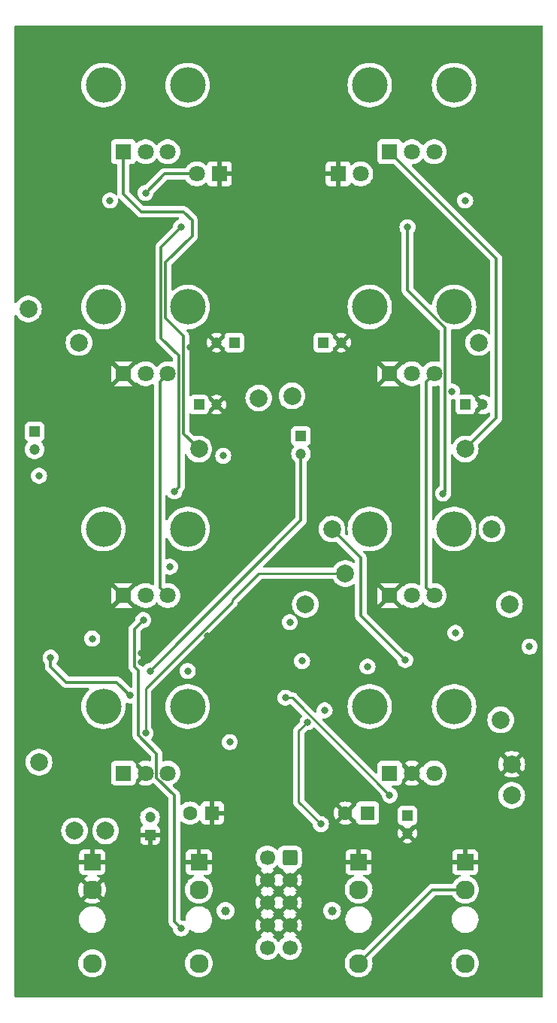
<source format=gtl>
G04 #@! TF.GenerationSoftware,KiCad,Pcbnew,8.0.5*
G04 #@! TF.CreationDate,2025-01-12T14:31:14+01:00*
G04 #@! TF.ProjectId,ricochet,7269636f-6368-4657-942e-6b696361645f,rev?*
G04 #@! TF.SameCoordinates,Original*
G04 #@! TF.FileFunction,Copper,L1,Top*
G04 #@! TF.FilePolarity,Positive*
%FSLAX46Y46*%
G04 Gerber Fmt 4.6, Leading zero omitted, Abs format (unit mm)*
G04 Created by KiCad (PCBNEW 8.0.5) date 2025-01-12 14:31:14*
%MOMM*%
%LPD*%
G01*
G04 APERTURE LIST*
G04 Aperture macros list*
%AMRoundRect*
0 Rectangle with rounded corners*
0 $1 Rounding radius*
0 $2 $3 $4 $5 $6 $7 $8 $9 X,Y pos of 4 corners*
0 Add a 4 corners polygon primitive as box body*
4,1,4,$2,$3,$4,$5,$6,$7,$8,$9,$2,$3,0*
0 Add four circle primitives for the rounded corners*
1,1,$1+$1,$2,$3*
1,1,$1+$1,$4,$5*
1,1,$1+$1,$6,$7*
1,1,$1+$1,$8,$9*
0 Add four rect primitives between the rounded corners*
20,1,$1+$1,$2,$3,$4,$5,0*
20,1,$1+$1,$4,$5,$6,$7,0*
20,1,$1+$1,$6,$7,$8,$9,0*
20,1,$1+$1,$8,$9,$2,$3,0*%
G04 Aperture macros list end*
G04 #@! TA.AperFunction,ComponentPad*
%ADD10C,1.800000*%
G04 #@! TD*
G04 #@! TA.AperFunction,ComponentPad*
%ADD11R,1.800000X1.800000*%
G04 #@! TD*
G04 #@! TA.AperFunction,ComponentPad*
%ADD12O,4.000000X4.000000*%
G04 #@! TD*
G04 #@! TA.AperFunction,ComponentPad*
%ADD13R,1.930000X1.830000*%
G04 #@! TD*
G04 #@! TA.AperFunction,ComponentPad*
%ADD14C,2.130000*%
G04 #@! TD*
G04 #@! TA.AperFunction,ComponentPad*
%ADD15C,2.000000*%
G04 #@! TD*
G04 #@! TA.AperFunction,ComponentPad*
%ADD16C,1.600000*%
G04 #@! TD*
G04 #@! TA.AperFunction,ComponentPad*
%ADD17R,1.600000X1.600000*%
G04 #@! TD*
G04 #@! TA.AperFunction,ComponentPad*
%ADD18R,1.200000X1.200000*%
G04 #@! TD*
G04 #@! TA.AperFunction,ComponentPad*
%ADD19C,1.200000*%
G04 #@! TD*
G04 #@! TA.AperFunction,ComponentPad*
%ADD20RoundRect,0.250000X0.600000X0.600000X-0.600000X0.600000X-0.600000X-0.600000X0.600000X-0.600000X0*%
G04 #@! TD*
G04 #@! TA.AperFunction,ComponentPad*
%ADD21C,1.700000*%
G04 #@! TD*
G04 #@! TA.AperFunction,ViaPad*
%ADD22C,0.800000*%
G04 #@! TD*
G04 #@! TA.AperFunction,ViaPad*
%ADD23C,1.000000*%
G04 #@! TD*
G04 #@! TA.AperFunction,Conductor*
%ADD24C,0.300000*%
G04 #@! TD*
G04 #@! TA.AperFunction,Conductor*
%ADD25C,0.250000*%
G04 #@! TD*
G04 APERTURE END LIST*
D10*
X67500000Y-114500000D03*
X65000000Y-114500000D03*
D11*
X62500000Y-114500000D03*
D12*
X69750000Y-107000000D03*
X60250000Y-107000000D03*
D10*
X67500000Y-134500000D03*
X65000000Y-134500000D03*
D11*
X62500000Y-134500000D03*
D12*
X69750000Y-127000000D03*
X60250000Y-127000000D03*
D13*
X71000000Y-144520000D03*
D14*
X71000000Y-155920000D03*
X71000000Y-147620000D03*
D11*
X73310000Y-67000000D03*
D10*
X70770000Y-67000000D03*
D13*
X89000000Y-144520000D03*
D14*
X89000000Y-155920000D03*
X89000000Y-147620000D03*
D10*
X97500000Y-134500000D03*
X95000000Y-134500000D03*
D11*
X92500000Y-134500000D03*
D12*
X99750000Y-127000000D03*
X90250000Y-127000000D03*
D10*
X97500000Y-114500000D03*
X95000000Y-114500000D03*
D11*
X92500000Y-114500000D03*
D12*
X99750000Y-107000000D03*
X90250000Y-107000000D03*
D13*
X101000000Y-144520000D03*
D14*
X101000000Y-155920000D03*
X101000000Y-147620000D03*
D10*
X97500000Y-89500000D03*
X95000000Y-89500000D03*
D11*
X92500000Y-89500000D03*
D12*
X99750000Y-82000000D03*
X90250000Y-82000000D03*
D10*
X67500000Y-64500000D03*
X65000000Y-64500000D03*
D11*
X62500000Y-64500000D03*
D12*
X69750000Y-57000000D03*
X60250000Y-57000000D03*
D10*
X97500000Y-64500000D03*
X95000000Y-64500000D03*
D11*
X92500000Y-64500000D03*
D12*
X99750000Y-57000000D03*
X90250000Y-57000000D03*
D11*
X86690000Y-67000000D03*
D10*
X89230000Y-67000000D03*
X67500000Y-89500000D03*
X65000000Y-89500000D03*
D11*
X62500000Y-89500000D03*
D12*
X69750000Y-82000000D03*
X60250000Y-82000000D03*
D13*
X59000000Y-144520000D03*
D14*
X59000000Y-155920000D03*
X59000000Y-147620000D03*
D15*
X104000000Y-107000000D03*
D16*
X70000000Y-139000000D03*
D17*
X72500000Y-139000000D03*
D18*
X85027401Y-86000000D03*
D19*
X87027401Y-86000000D03*
D18*
X75000000Y-86000000D03*
D19*
X73000000Y-86000000D03*
D15*
X71000000Y-98000000D03*
X60500000Y-141000000D03*
D18*
X82500000Y-96527401D03*
D19*
X82500000Y-98527401D03*
D15*
X57000000Y-141000000D03*
X101000000Y-98000000D03*
X102500000Y-86000000D03*
X57500000Y-86000000D03*
X105000000Y-128500000D03*
X83000000Y-115500000D03*
X53000000Y-133250000D03*
X77750000Y-92250000D03*
X106250000Y-133500000D03*
D18*
X65500000Y-141472600D03*
D19*
X65500000Y-139472600D03*
D18*
X71000000Y-93000000D03*
D19*
X73000000Y-93000000D03*
D15*
X106000000Y-115500000D03*
D18*
X101000000Y-93000000D03*
D19*
X103000000Y-93000000D03*
D18*
X94500000Y-139277401D03*
D19*
X94500000Y-141277401D03*
D15*
X51800000Y-82200000D03*
D18*
X52500000Y-96027401D03*
D19*
X52500000Y-98027401D03*
D15*
X106250000Y-137000000D03*
D17*
X90000000Y-139000000D03*
D16*
X87500000Y-139000000D03*
D20*
X81250000Y-144000000D03*
D21*
X78710000Y-144000000D03*
X81250000Y-146540000D03*
X78710000Y-146540000D03*
X81250000Y-149080000D03*
X78710000Y-149080000D03*
X81250000Y-151620000D03*
X78710000Y-151620000D03*
X81250000Y-154160000D03*
X78710000Y-154160000D03*
D15*
X87500000Y-112000000D03*
X81500000Y-92000000D03*
X86000000Y-107000000D03*
D22*
X99400000Y-122000000D03*
X64750000Y-117250000D03*
X69000000Y-152000000D03*
X80750000Y-126000000D03*
X92500000Y-137000000D03*
X84750000Y-140250000D03*
X83250000Y-128750000D03*
X85166547Y-127416547D03*
X94250000Y-121750000D03*
X65000000Y-130000000D03*
X108250000Y-120250000D03*
X81250000Y-117500000D03*
X65500000Y-123000000D03*
X73750000Y-98750000D03*
X67750000Y-111250000D03*
X54250000Y-87500000D03*
X99900000Y-118700000D03*
X82625000Y-121875000D03*
X69750000Y-123000000D03*
X63250000Y-125750000D03*
X54300000Y-121500000D03*
X53000000Y-101000000D03*
X98500000Y-103000000D03*
X94500000Y-73000000D03*
X72000000Y-104750000D03*
X68250000Y-102750000D03*
X69000000Y-73000000D03*
X78500000Y-67000000D03*
X81500000Y-67000000D03*
X80000000Y-67000000D03*
X65000000Y-69150000D03*
X74486300Y-131000000D03*
X90000000Y-122500000D03*
X59000000Y-119350000D03*
X94500000Y-119000000D03*
X94500000Y-120000000D03*
X95500000Y-122000000D03*
X95500000Y-121000000D03*
X84500000Y-122000000D03*
X88000000Y-119000000D03*
X102000000Y-122000000D03*
X102000000Y-118500000D03*
X84500000Y-103000000D03*
X57400000Y-104400000D03*
X62500000Y-111000000D03*
X92500000Y-111000000D03*
X84000000Y-127000000D03*
X78250000Y-127000000D03*
X76600000Y-124100000D03*
X74500000Y-127500000D03*
X72000000Y-122000000D03*
X60000000Y-117500000D03*
X58000000Y-122750000D03*
X64500000Y-122000000D03*
X64500000Y-121000000D03*
X65500000Y-119500000D03*
X65500000Y-118500000D03*
X72000000Y-119000000D03*
X70000000Y-86500000D03*
X65000000Y-58500000D03*
X95000000Y-58500000D03*
X84000000Y-83500000D03*
X84000000Y-81500000D03*
X84000000Y-82500000D03*
X84000000Y-78500000D03*
X76000000Y-78500000D03*
X79000000Y-78500000D03*
X81000000Y-78500000D03*
X80000000Y-78500000D03*
X76000000Y-81500000D03*
X76000000Y-82500000D03*
X76000000Y-83500000D03*
X65500000Y-95500000D03*
X65500000Y-94500000D03*
X65500000Y-93500000D03*
X72500000Y-99500000D03*
X76500000Y-100000000D03*
X95500000Y-96000000D03*
X95500000Y-95000000D03*
X95500000Y-94000000D03*
X103500000Y-103000000D03*
X103500000Y-101000000D03*
X100000000Y-86500000D03*
X99500000Y-91500000D03*
X101000000Y-70000000D03*
X61000000Y-70000000D03*
D23*
X86000000Y-150000000D03*
X74000000Y-150000000D03*
D24*
X54300000Y-121500000D02*
X54300000Y-122500000D01*
X54300000Y-122500000D02*
X56050000Y-124250000D01*
X56050000Y-124250000D02*
X61750000Y-124250000D01*
X61750000Y-124250000D02*
X63250000Y-125750000D01*
X68250000Y-102750000D02*
X68750000Y-102250000D01*
X68750000Y-102250000D02*
X68750000Y-87500000D01*
X66750000Y-75250000D02*
X69000000Y-73000000D01*
X68750000Y-87500000D02*
X66750000Y-85500000D01*
X66750000Y-85500000D02*
X66750000Y-75250000D01*
X71000000Y-98000000D02*
X69250000Y-96250000D01*
X70250000Y-74000000D02*
X70250000Y-72250000D01*
X69250000Y-85250000D02*
X67250000Y-83250000D01*
X62500000Y-69250000D02*
X62500000Y-64500000D01*
X69250000Y-96250000D02*
X69250000Y-85250000D01*
X64500000Y-71250000D02*
X62500000Y-69250000D01*
X67250000Y-83250000D02*
X67250000Y-77000000D01*
X67250000Y-77000000D02*
X70250000Y-74000000D01*
X70250000Y-72250000D02*
X69250000Y-71250000D01*
X69250000Y-71250000D02*
X64500000Y-71250000D01*
X101000000Y-147620000D02*
X97300000Y-147620000D01*
X97300000Y-147620000D02*
X89000000Y-155920000D01*
X68250000Y-137017767D02*
X66250000Y-135017767D01*
X68250000Y-151250000D02*
X68250000Y-137017767D01*
X69000000Y-152000000D02*
X68250000Y-151250000D01*
X63750000Y-122500000D02*
X63750000Y-118250000D01*
X66250000Y-135017767D02*
X66250000Y-132310661D01*
X66250000Y-132310661D02*
X64189339Y-130250000D01*
X63750000Y-118250000D02*
X64750000Y-117250000D01*
X64189339Y-130250000D02*
X64189339Y-122939339D01*
X64189339Y-122939339D02*
X63750000Y-122500000D01*
D25*
X81525305Y-126000000D02*
X80750000Y-126000000D01*
X92500000Y-137000000D02*
X92500000Y-136974695D01*
X92500000Y-136974695D02*
X81525305Y-126000000D01*
X84750000Y-140250000D02*
X82250000Y-137750000D01*
X82250000Y-137750000D02*
X82250000Y-129750000D01*
X82250000Y-129750000D02*
X83250000Y-128750000D01*
D24*
X86000000Y-107000000D02*
X89250000Y-110250000D01*
X89250000Y-110250000D02*
X89250000Y-116750000D01*
X89250000Y-116750000D02*
X94250000Y-121750000D01*
D25*
X65000000Y-124974695D02*
X65000000Y-130000000D01*
X74724695Y-115250000D02*
X65000000Y-124974695D01*
X74750000Y-115250000D02*
X74724695Y-115250000D01*
X87500000Y-112000000D02*
X77750000Y-112000000D01*
X77750000Y-112000000D02*
X74750000Y-115000000D01*
X74750000Y-115000000D02*
X74750000Y-115250000D01*
D24*
X82500000Y-106000000D02*
X65500000Y-123000000D01*
X82500000Y-98527401D02*
X82500000Y-106000000D01*
X94500000Y-73000000D02*
X94500000Y-80073402D01*
X94500000Y-80073402D02*
X98750000Y-84323402D01*
X98750000Y-84323402D02*
X98750000Y-102750000D01*
X98750000Y-102750000D02*
X98500000Y-103000000D01*
X97500000Y-89500000D02*
X96600000Y-90400000D01*
X96600000Y-90400000D02*
X96600000Y-113600000D01*
X96600000Y-113600000D02*
X97500000Y-114500000D01*
X67500000Y-114500000D02*
X66600000Y-113600000D01*
X66600000Y-113600000D02*
X66600000Y-90400000D01*
X66600000Y-90400000D02*
X67500000Y-89500000D01*
X92500000Y-64500000D02*
X104500000Y-76500000D01*
X104500000Y-76500000D02*
X104500000Y-94500000D01*
X104500000Y-94500000D02*
X101000000Y-98000000D01*
X65000000Y-69150000D02*
X67150000Y-67000000D01*
X67150000Y-67000000D02*
X70770000Y-67000000D01*
G04 #@! TA.AperFunction,Conductor*
G36*
X80784075Y-151812993D02*
G01*
X80849901Y-151927007D01*
X80942993Y-152020099D01*
X81057007Y-152085925D01*
X81120590Y-152102962D01*
X80488625Y-152734925D01*
X80564594Y-152788119D01*
X80608219Y-152842696D01*
X80615413Y-152912194D01*
X80583890Y-152974549D01*
X80564595Y-152991269D01*
X80378594Y-153121508D01*
X80211505Y-153288597D01*
X80081575Y-153474158D01*
X80026998Y-153517783D01*
X79957500Y-153524977D01*
X79895145Y-153493454D01*
X79878425Y-153474158D01*
X79748494Y-153288597D01*
X79581402Y-153121506D01*
X79581401Y-153121505D01*
X79395405Y-152991269D01*
X79351781Y-152936692D01*
X79344588Y-152867193D01*
X79376110Y-152804839D01*
X79395405Y-152788119D01*
X79471373Y-152734925D01*
X78839409Y-152102962D01*
X78902993Y-152085925D01*
X79017007Y-152020099D01*
X79110099Y-151927007D01*
X79175925Y-151812993D01*
X79192962Y-151749409D01*
X79824925Y-152381373D01*
X79878425Y-152304968D01*
X79933002Y-152261344D01*
X80002501Y-152254151D01*
X80064855Y-152285673D01*
X80081576Y-152304969D01*
X80135073Y-152381372D01*
X80767037Y-151749409D01*
X80784075Y-151812993D01*
G37*
G04 #@! TD.AperFunction*
G04 #@! TA.AperFunction,Conductor*
G36*
X80784075Y-149272993D02*
G01*
X80849901Y-149387007D01*
X80942993Y-149480099D01*
X81057007Y-149545925D01*
X81120590Y-149562962D01*
X80488625Y-150194925D01*
X80565031Y-150248425D01*
X80608655Y-150303002D01*
X80615848Y-150372501D01*
X80584326Y-150434855D01*
X80565029Y-150451576D01*
X80488625Y-150505072D01*
X81120590Y-151137037D01*
X81057007Y-151154075D01*
X80942993Y-151219901D01*
X80849901Y-151312993D01*
X80784075Y-151427007D01*
X80767037Y-151490590D01*
X80135072Y-150858625D01*
X80135072Y-150858626D01*
X80081574Y-150935030D01*
X80026998Y-150978655D01*
X79957499Y-150985849D01*
X79895144Y-150954326D01*
X79878424Y-150935030D01*
X79824925Y-150858626D01*
X79824925Y-150858625D01*
X79192962Y-151490589D01*
X79175925Y-151427007D01*
X79110099Y-151312993D01*
X79017007Y-151219901D01*
X78902993Y-151154075D01*
X78839410Y-151137037D01*
X79471373Y-150505073D01*
X79394969Y-150451576D01*
X79351344Y-150396999D01*
X79344150Y-150327501D01*
X79375672Y-150265146D01*
X79394968Y-150248425D01*
X79471373Y-150194925D01*
X78839409Y-149562962D01*
X78902993Y-149545925D01*
X79017007Y-149480099D01*
X79110099Y-149387007D01*
X79175925Y-149272993D01*
X79192962Y-149209409D01*
X79824925Y-149841373D01*
X79878425Y-149764968D01*
X79933002Y-149721344D01*
X80002501Y-149714151D01*
X80064855Y-149745673D01*
X80081576Y-149764969D01*
X80135073Y-149841372D01*
X80767037Y-149209409D01*
X80784075Y-149272993D01*
G37*
G04 #@! TD.AperFunction*
G04 #@! TA.AperFunction,Conductor*
G36*
X80784075Y-146732993D02*
G01*
X80849901Y-146847007D01*
X80942993Y-146940099D01*
X81057007Y-147005925D01*
X81120590Y-147022962D01*
X80488625Y-147654925D01*
X80565031Y-147708425D01*
X80608655Y-147763002D01*
X80615848Y-147832501D01*
X80584326Y-147894855D01*
X80565029Y-147911576D01*
X80488625Y-147965072D01*
X81120590Y-148597037D01*
X81057007Y-148614075D01*
X80942993Y-148679901D01*
X80849901Y-148772993D01*
X80784075Y-148887007D01*
X80767037Y-148950590D01*
X80135072Y-148318625D01*
X80135072Y-148318626D01*
X80081574Y-148395030D01*
X80026998Y-148438655D01*
X79957499Y-148445849D01*
X79895144Y-148414326D01*
X79878424Y-148395030D01*
X79824925Y-148318626D01*
X79824925Y-148318625D01*
X79192962Y-148950589D01*
X79175925Y-148887007D01*
X79110099Y-148772993D01*
X79017007Y-148679901D01*
X78902993Y-148614075D01*
X78839410Y-148597037D01*
X79471373Y-147965073D01*
X79394969Y-147911576D01*
X79351344Y-147856999D01*
X79344150Y-147787501D01*
X79375672Y-147725146D01*
X79394968Y-147708425D01*
X79471373Y-147654925D01*
X78839409Y-147022962D01*
X78902993Y-147005925D01*
X79017007Y-146940099D01*
X79110099Y-146847007D01*
X79175925Y-146732993D01*
X79192962Y-146669409D01*
X79824925Y-147301373D01*
X79878425Y-147224968D01*
X79933002Y-147181344D01*
X80002501Y-147174151D01*
X80064855Y-147205673D01*
X80081576Y-147224969D01*
X80135073Y-147301372D01*
X80767037Y-146669409D01*
X80784075Y-146732993D01*
G37*
G04 #@! TD.AperFunction*
G04 #@! TA.AperFunction,Conductor*
G36*
X79937038Y-144867053D02*
G01*
X79962335Y-144910733D01*
X79965186Y-144919334D01*
X80057288Y-145068656D01*
X80181344Y-145192712D01*
X80330666Y-145284814D01*
X80403032Y-145308793D01*
X80460476Y-145348566D01*
X80487299Y-145413081D01*
X80487412Y-145423859D01*
X81120590Y-146057037D01*
X81057007Y-146074075D01*
X80942993Y-146139901D01*
X80849901Y-146232993D01*
X80784075Y-146347007D01*
X80767037Y-146410590D01*
X80135072Y-145778625D01*
X80135072Y-145778626D01*
X80081574Y-145855030D01*
X80026998Y-145898655D01*
X79957499Y-145905849D01*
X79895144Y-145874326D01*
X79878424Y-145855030D01*
X79824925Y-145778626D01*
X79824925Y-145778625D01*
X79192962Y-146410589D01*
X79175925Y-146347007D01*
X79110099Y-146232993D01*
X79017007Y-146139901D01*
X78902993Y-146074075D01*
X78839410Y-146057037D01*
X79471373Y-145425073D01*
X79471373Y-145425072D01*
X79395405Y-145371880D01*
X79351780Y-145317304D01*
X79344586Y-145247805D01*
X79376108Y-145185451D01*
X79395399Y-145168734D01*
X79581401Y-145038495D01*
X79748495Y-144871401D01*
X79748504Y-144871388D01*
X79749636Y-144870040D01*
X79750293Y-144869602D01*
X79752323Y-144867573D01*
X79752730Y-144867980D01*
X79807805Y-144831334D01*
X79877666Y-144830220D01*
X79937038Y-144867053D01*
G37*
G04 #@! TD.AperFunction*
G04 #@! TA.AperFunction,Conductor*
G36*
X109692539Y-50270185D02*
G01*
X109738294Y-50322989D01*
X109749500Y-50374500D01*
X109749500Y-159625500D01*
X109729815Y-159692539D01*
X109677011Y-159738294D01*
X109625500Y-159749500D01*
X50374500Y-159749500D01*
X50307461Y-159729815D01*
X50261706Y-159677011D01*
X50250500Y-159625500D01*
X50250500Y-155920000D01*
X57429659Y-155920000D01*
X57448993Y-156165658D01*
X57506517Y-156405264D01*
X57600815Y-156632920D01*
X57729563Y-156843018D01*
X57729564Y-156843020D01*
X57729567Y-156843023D01*
X57889601Y-157030399D01*
X58034648Y-157154280D01*
X58076979Y-157190435D01*
X58076981Y-157190436D01*
X58287079Y-157319184D01*
X58514735Y-157413482D01*
X58514736Y-157413482D01*
X58514738Y-157413483D01*
X58754345Y-157471007D01*
X59000000Y-157490341D01*
X59245655Y-157471007D01*
X59485262Y-157413483D01*
X59712920Y-157319184D01*
X59923023Y-157190433D01*
X60110399Y-157030399D01*
X60270433Y-156843023D01*
X60399184Y-156632920D01*
X60493483Y-156405262D01*
X60551007Y-156165655D01*
X60570341Y-155920000D01*
X69429659Y-155920000D01*
X69448993Y-156165658D01*
X69506517Y-156405264D01*
X69600815Y-156632920D01*
X69729563Y-156843018D01*
X69729564Y-156843020D01*
X69729567Y-156843023D01*
X69889601Y-157030399D01*
X70034648Y-157154280D01*
X70076979Y-157190435D01*
X70076981Y-157190436D01*
X70287079Y-157319184D01*
X70514735Y-157413482D01*
X70514736Y-157413482D01*
X70514738Y-157413483D01*
X70754345Y-157471007D01*
X71000000Y-157490341D01*
X71245655Y-157471007D01*
X71485262Y-157413483D01*
X71712920Y-157319184D01*
X71923023Y-157190433D01*
X72110399Y-157030399D01*
X72270433Y-156843023D01*
X72399184Y-156632920D01*
X72493483Y-156405262D01*
X72551007Y-156165655D01*
X72570341Y-155920000D01*
X87429659Y-155920000D01*
X87448993Y-156165658D01*
X87506517Y-156405264D01*
X87600815Y-156632920D01*
X87729563Y-156843018D01*
X87729564Y-156843020D01*
X87729567Y-156843023D01*
X87889601Y-157030399D01*
X88034648Y-157154280D01*
X88076979Y-157190435D01*
X88076981Y-157190436D01*
X88287079Y-157319184D01*
X88514735Y-157413482D01*
X88514736Y-157413482D01*
X88514738Y-157413483D01*
X88754345Y-157471007D01*
X89000000Y-157490341D01*
X89245655Y-157471007D01*
X89485262Y-157413483D01*
X89712920Y-157319184D01*
X89923023Y-157190433D01*
X90110399Y-157030399D01*
X90270433Y-156843023D01*
X90399184Y-156632920D01*
X90493483Y-156405262D01*
X90551007Y-156165655D01*
X90570341Y-155920000D01*
X99429659Y-155920000D01*
X99448993Y-156165658D01*
X99506517Y-156405264D01*
X99600815Y-156632920D01*
X99729563Y-156843018D01*
X99729564Y-156843020D01*
X99729567Y-156843023D01*
X99889601Y-157030399D01*
X100034648Y-157154280D01*
X100076979Y-157190435D01*
X100076981Y-157190436D01*
X100287079Y-157319184D01*
X100514735Y-157413482D01*
X100514736Y-157413482D01*
X100514738Y-157413483D01*
X100754345Y-157471007D01*
X101000000Y-157490341D01*
X101245655Y-157471007D01*
X101485262Y-157413483D01*
X101712920Y-157319184D01*
X101923023Y-157190433D01*
X102110399Y-157030399D01*
X102270433Y-156843023D01*
X102399184Y-156632920D01*
X102493483Y-156405262D01*
X102551007Y-156165655D01*
X102570341Y-155920000D01*
X102551007Y-155674345D01*
X102493483Y-155434738D01*
X102493137Y-155433903D01*
X102399184Y-155207079D01*
X102270436Y-154996981D01*
X102270435Y-154996979D01*
X102234280Y-154954648D01*
X102110399Y-154809601D01*
X101986516Y-154703795D01*
X101923020Y-154649564D01*
X101923018Y-154649563D01*
X101712920Y-154520815D01*
X101485264Y-154426517D01*
X101245658Y-154368993D01*
X101000000Y-154349659D01*
X100754341Y-154368993D01*
X100514735Y-154426517D01*
X100287079Y-154520815D01*
X100076981Y-154649563D01*
X100076979Y-154649564D01*
X99889601Y-154809601D01*
X99729564Y-154996979D01*
X99729563Y-154996981D01*
X99600815Y-155207079D01*
X99506517Y-155434735D01*
X99448993Y-155674341D01*
X99429659Y-155920000D01*
X90570341Y-155920000D01*
X90551007Y-155674345D01*
X90493483Y-155434738D01*
X90492604Y-155431075D01*
X90496095Y-155361292D01*
X90525495Y-155314449D01*
X94876720Y-150963225D01*
X99495307Y-150963225D01*
X99509507Y-151209474D01*
X99509507Y-151209479D01*
X99563731Y-151450092D01*
X99563734Y-151450099D01*
X99650861Y-151664669D01*
X99656533Y-151678636D01*
X99785412Y-151888947D01*
X99818381Y-151927007D01*
X99946908Y-152075382D01*
X100136687Y-152232939D01*
X100136690Y-152232941D01*
X100136696Y-152232945D01*
X100349650Y-152357385D01*
X100580072Y-152445375D01*
X100580075Y-152445375D01*
X100580079Y-152445377D01*
X100821785Y-152494553D01*
X101068278Y-152503592D01*
X101312936Y-152472250D01*
X101549191Y-152401370D01*
X101770697Y-152292856D01*
X101971505Y-152149621D01*
X102146223Y-151975512D01*
X102290158Y-151775205D01*
X102399445Y-151554079D01*
X102471149Y-151318074D01*
X102503344Y-151073526D01*
X102505141Y-151000000D01*
X102484930Y-150754171D01*
X102424841Y-150514945D01*
X102326486Y-150288744D01*
X102192508Y-150081645D01*
X102026504Y-149899210D01*
X101905780Y-149803868D01*
X101832935Y-149746338D01*
X101832932Y-149746336D01*
X101616991Y-149627130D01*
X101616982Y-149627126D01*
X101384491Y-149544796D01*
X101384471Y-149544791D01*
X101141644Y-149501538D01*
X101141652Y-149501538D01*
X100900496Y-149498592D01*
X100895007Y-149498525D01*
X100895006Y-149498525D01*
X100895005Y-149498525D01*
X100895004Y-149498525D01*
X100651190Y-149535834D01*
X100651180Y-149535837D01*
X100416732Y-149612466D01*
X100197951Y-149726356D01*
X100197948Y-149726358D01*
X100000698Y-149874456D01*
X99830289Y-150052779D01*
X99830279Y-150052792D01*
X99691287Y-150256547D01*
X99691285Y-150256552D01*
X99587439Y-150480268D01*
X99587436Y-150480276D01*
X99521520Y-150717960D01*
X99521519Y-150717967D01*
X99495307Y-150963225D01*
X94876720Y-150963225D01*
X97533127Y-148306819D01*
X97594450Y-148273334D01*
X97620808Y-148270500D01*
X99493121Y-148270500D01*
X99560160Y-148290185D01*
X99598848Y-148329710D01*
X99729563Y-148543017D01*
X99729564Y-148543020D01*
X99729567Y-148543023D01*
X99889601Y-148730399D01*
X100023399Y-148844673D01*
X100076979Y-148890435D01*
X100076981Y-148890436D01*
X100287079Y-149019184D01*
X100514735Y-149113482D01*
X100514736Y-149113482D01*
X100514738Y-149113483D01*
X100754345Y-149171007D01*
X101000000Y-149190341D01*
X101245655Y-149171007D01*
X101485262Y-149113483D01*
X101712920Y-149019184D01*
X101923023Y-148890433D01*
X102110399Y-148730399D01*
X102270433Y-148543023D01*
X102399184Y-148332920D01*
X102493483Y-148105262D01*
X102551007Y-147865655D01*
X102570341Y-147620000D01*
X102551007Y-147374345D01*
X102493483Y-147134738D01*
X102485192Y-147114721D01*
X102399184Y-146907079D01*
X102270436Y-146696981D01*
X102270435Y-146696979D01*
X102234280Y-146654648D01*
X102110399Y-146509601D01*
X101986516Y-146403795D01*
X101923020Y-146349564D01*
X101923018Y-146349563D01*
X101712919Y-146220815D01*
X101712920Y-146220815D01*
X101598838Y-146173561D01*
X101544435Y-146129720D01*
X101522370Y-146063426D01*
X101539649Y-145995726D01*
X101590787Y-145948116D01*
X101646291Y-145935000D01*
X102012828Y-145935000D01*
X102012844Y-145934999D01*
X102072372Y-145928598D01*
X102072379Y-145928596D01*
X102207086Y-145878354D01*
X102207093Y-145878350D01*
X102322187Y-145792190D01*
X102322190Y-145792187D01*
X102408350Y-145677093D01*
X102408354Y-145677086D01*
X102458596Y-145542379D01*
X102458598Y-145542372D01*
X102464999Y-145482844D01*
X102465000Y-145482827D01*
X102465000Y-144770000D01*
X101556706Y-144770000D01*
X101586558Y-144697931D01*
X101610000Y-144580080D01*
X101610000Y-144459920D01*
X101586558Y-144342069D01*
X101556706Y-144270000D01*
X102465000Y-144270000D01*
X102465000Y-143557172D01*
X102464999Y-143557155D01*
X102458598Y-143497627D01*
X102458596Y-143497620D01*
X102408354Y-143362913D01*
X102408350Y-143362906D01*
X102322190Y-143247812D01*
X102322187Y-143247809D01*
X102207093Y-143161649D01*
X102207086Y-143161645D01*
X102072379Y-143111403D01*
X102072372Y-143111401D01*
X102012844Y-143105000D01*
X101250000Y-143105000D01*
X101250000Y-143963293D01*
X101177931Y-143933442D01*
X101060080Y-143910000D01*
X100939920Y-143910000D01*
X100822069Y-143933442D01*
X100750000Y-143963293D01*
X100750000Y-143105000D01*
X99987155Y-143105000D01*
X99927627Y-143111401D01*
X99927620Y-143111403D01*
X99792913Y-143161645D01*
X99792906Y-143161649D01*
X99677812Y-143247809D01*
X99677809Y-143247812D01*
X99591649Y-143362906D01*
X99591645Y-143362913D01*
X99541403Y-143497620D01*
X99541401Y-143497627D01*
X99535000Y-143557155D01*
X99535000Y-144270000D01*
X100443294Y-144270000D01*
X100413442Y-144342069D01*
X100390000Y-144459920D01*
X100390000Y-144580080D01*
X100413442Y-144697931D01*
X100443294Y-144770000D01*
X99535000Y-144770000D01*
X99535000Y-145482844D01*
X99541401Y-145542372D01*
X99541403Y-145542379D01*
X99591645Y-145677086D01*
X99591649Y-145677093D01*
X99677809Y-145792187D01*
X99677812Y-145792190D01*
X99792906Y-145878350D01*
X99792913Y-145878354D01*
X99927620Y-145928596D01*
X99927627Y-145928598D01*
X99987155Y-145934999D01*
X99987172Y-145935000D01*
X100353709Y-145935000D01*
X100420748Y-145954685D01*
X100466503Y-146007489D01*
X100476447Y-146076647D01*
X100447422Y-146140203D01*
X100401162Y-146173561D01*
X100287079Y-146220815D01*
X100076981Y-146349563D01*
X100076979Y-146349564D01*
X99889601Y-146509601D01*
X99729564Y-146696979D01*
X99729563Y-146696982D01*
X99598848Y-146910290D01*
X99547036Y-146957165D01*
X99493121Y-146969500D01*
X97235929Y-146969500D01*
X97110261Y-146994497D01*
X97110251Y-146994500D01*
X97061220Y-147014810D01*
X96991881Y-147043530D01*
X96991863Y-147043540D01*
X96885332Y-147114721D01*
X96885325Y-147114727D01*
X89605550Y-154394502D01*
X89544227Y-154427987D01*
X89488922Y-154427395D01*
X89245658Y-154368993D01*
X89000000Y-154349659D01*
X88754341Y-154368993D01*
X88514735Y-154426517D01*
X88287079Y-154520815D01*
X88076981Y-154649563D01*
X88076979Y-154649564D01*
X87889601Y-154809601D01*
X87729564Y-154996979D01*
X87729563Y-154996981D01*
X87600815Y-155207079D01*
X87506517Y-155434735D01*
X87448993Y-155674341D01*
X87429659Y-155920000D01*
X72570341Y-155920000D01*
X72551007Y-155674345D01*
X72493483Y-155434738D01*
X72493137Y-155433903D01*
X72399184Y-155207079D01*
X72270436Y-154996981D01*
X72270435Y-154996979D01*
X72234280Y-154954648D01*
X72110399Y-154809601D01*
X71986516Y-154703795D01*
X71923020Y-154649564D01*
X71923018Y-154649563D01*
X71712920Y-154520815D01*
X71485264Y-154426517D01*
X71245658Y-154368993D01*
X71000000Y-154349659D01*
X70754341Y-154368993D01*
X70514735Y-154426517D01*
X70287079Y-154520815D01*
X70076981Y-154649563D01*
X70076979Y-154649564D01*
X69889601Y-154809601D01*
X69729564Y-154996979D01*
X69729563Y-154996981D01*
X69600815Y-155207079D01*
X69506517Y-155434735D01*
X69448993Y-155674341D01*
X69429659Y-155920000D01*
X60570341Y-155920000D01*
X60551007Y-155674345D01*
X60493483Y-155434738D01*
X60493137Y-155433903D01*
X60399184Y-155207079D01*
X60270436Y-154996981D01*
X60270435Y-154996979D01*
X60234280Y-154954648D01*
X60110399Y-154809601D01*
X59986516Y-154703795D01*
X59923020Y-154649564D01*
X59923018Y-154649563D01*
X59712920Y-154520815D01*
X59485264Y-154426517D01*
X59245658Y-154368993D01*
X59000000Y-154349659D01*
X58754341Y-154368993D01*
X58514735Y-154426517D01*
X58287079Y-154520815D01*
X58076981Y-154649563D01*
X58076979Y-154649564D01*
X57889601Y-154809601D01*
X57729564Y-154996979D01*
X57729563Y-154996981D01*
X57600815Y-155207079D01*
X57506517Y-155434735D01*
X57448993Y-155674341D01*
X57429659Y-155920000D01*
X50250500Y-155920000D01*
X50250500Y-150963225D01*
X57495307Y-150963225D01*
X57509507Y-151209474D01*
X57509507Y-151209479D01*
X57563731Y-151450092D01*
X57563734Y-151450099D01*
X57650861Y-151664669D01*
X57656533Y-151678636D01*
X57785412Y-151888947D01*
X57818381Y-151927007D01*
X57946908Y-152075382D01*
X58136687Y-152232939D01*
X58136690Y-152232941D01*
X58136696Y-152232945D01*
X58349650Y-152357385D01*
X58580072Y-152445375D01*
X58580075Y-152445375D01*
X58580079Y-152445377D01*
X58821785Y-152494553D01*
X59068278Y-152503592D01*
X59312936Y-152472250D01*
X59549191Y-152401370D01*
X59770697Y-152292856D01*
X59971505Y-152149621D01*
X60146223Y-151975512D01*
X60290158Y-151775205D01*
X60399445Y-151554079D01*
X60471149Y-151318074D01*
X60503344Y-151073526D01*
X60505141Y-151000000D01*
X60484930Y-150754171D01*
X60424841Y-150514945D01*
X60326486Y-150288744D01*
X60192508Y-150081645D01*
X60026504Y-149899210D01*
X59905780Y-149803868D01*
X59832935Y-149746338D01*
X59832932Y-149746336D01*
X59616991Y-149627130D01*
X59616982Y-149627126D01*
X59384491Y-149544796D01*
X59384471Y-149544791D01*
X59141644Y-149501538D01*
X59141652Y-149501538D01*
X58900496Y-149498592D01*
X58895007Y-149498525D01*
X58895006Y-149498525D01*
X58895005Y-149498525D01*
X58895004Y-149498525D01*
X58651190Y-149535834D01*
X58651180Y-149535837D01*
X58416732Y-149612466D01*
X58197951Y-149726356D01*
X58197948Y-149726358D01*
X58000698Y-149874456D01*
X57830289Y-150052779D01*
X57830279Y-150052792D01*
X57691287Y-150256547D01*
X57691285Y-150256552D01*
X57587439Y-150480268D01*
X57587436Y-150480276D01*
X57521520Y-150717960D01*
X57521519Y-150717967D01*
X57495307Y-150963225D01*
X50250500Y-150963225D01*
X50250500Y-147620000D01*
X57430161Y-147620000D01*
X57449487Y-147865574D01*
X57506992Y-148105102D01*
X57601262Y-148332692D01*
X57727597Y-148538849D01*
X58353036Y-147913410D01*
X58370807Y-147956311D01*
X58448507Y-148072598D01*
X58547402Y-148171493D01*
X58663689Y-148249193D01*
X58706589Y-148266962D01*
X58081149Y-148892401D01*
X58081149Y-148892402D01*
X58287307Y-149018737D01*
X58514897Y-149113007D01*
X58754426Y-149170512D01*
X58754425Y-149170512D01*
X59000000Y-149189838D01*
X59245574Y-149170512D01*
X59485102Y-149113007D01*
X59712689Y-149018738D01*
X59918849Y-148892401D01*
X59293410Y-148266963D01*
X59336311Y-148249193D01*
X59452598Y-148171493D01*
X59551493Y-148072598D01*
X59629193Y-147956311D01*
X59646963Y-147913410D01*
X60272401Y-148538849D01*
X60398738Y-148332689D01*
X60493007Y-148105102D01*
X60550512Y-147865574D01*
X60569838Y-147620000D01*
X60550512Y-147374425D01*
X60493007Y-147134897D01*
X60398737Y-146907307D01*
X60272401Y-146701149D01*
X59646962Y-147326588D01*
X59629193Y-147283689D01*
X59551493Y-147167402D01*
X59452598Y-147068507D01*
X59336311Y-146990807D01*
X59293410Y-146973036D01*
X59918849Y-146347597D01*
X59918849Y-146347596D01*
X59712691Y-146221262D01*
X59712688Y-146221260D01*
X59597530Y-146173561D01*
X59543126Y-146129720D01*
X59521061Y-146063426D01*
X59538340Y-145995727D01*
X59589477Y-145948116D01*
X59644982Y-145935000D01*
X60012828Y-145935000D01*
X60012844Y-145934999D01*
X60072372Y-145928598D01*
X60072379Y-145928596D01*
X60207086Y-145878354D01*
X60207093Y-145878350D01*
X60322187Y-145792190D01*
X60322190Y-145792187D01*
X60408350Y-145677093D01*
X60408354Y-145677086D01*
X60458596Y-145542379D01*
X60458598Y-145542372D01*
X60464999Y-145482844D01*
X60465000Y-145482827D01*
X60465000Y-144770000D01*
X59556706Y-144770000D01*
X59586558Y-144697931D01*
X59610000Y-144580080D01*
X59610000Y-144459920D01*
X59586558Y-144342069D01*
X59556706Y-144270000D01*
X60465000Y-144270000D01*
X60465000Y-143557172D01*
X60464999Y-143557155D01*
X60458598Y-143497627D01*
X60458596Y-143497620D01*
X60408354Y-143362913D01*
X60408350Y-143362906D01*
X60322190Y-143247812D01*
X60322187Y-143247809D01*
X60207093Y-143161649D01*
X60207086Y-143161645D01*
X60072379Y-143111403D01*
X60072372Y-143111401D01*
X60012844Y-143105000D01*
X59250000Y-143105000D01*
X59250000Y-143963293D01*
X59177931Y-143933442D01*
X59060080Y-143910000D01*
X58939920Y-143910000D01*
X58822069Y-143933442D01*
X58750000Y-143963293D01*
X58750000Y-143105000D01*
X57987155Y-143105000D01*
X57927627Y-143111401D01*
X57927620Y-143111403D01*
X57792913Y-143161645D01*
X57792906Y-143161649D01*
X57677812Y-143247809D01*
X57677809Y-143247812D01*
X57591649Y-143362906D01*
X57591645Y-143362913D01*
X57541403Y-143497620D01*
X57541401Y-143497627D01*
X57535000Y-143557155D01*
X57535000Y-144270000D01*
X58443294Y-144270000D01*
X58413442Y-144342069D01*
X58390000Y-144459920D01*
X58390000Y-144580080D01*
X58413442Y-144697931D01*
X58443294Y-144770000D01*
X57535000Y-144770000D01*
X57535000Y-145482844D01*
X57541401Y-145542372D01*
X57541403Y-145542379D01*
X57591645Y-145677086D01*
X57591649Y-145677093D01*
X57677809Y-145792187D01*
X57677812Y-145792190D01*
X57792906Y-145878350D01*
X57792913Y-145878354D01*
X57927620Y-145928596D01*
X57927627Y-145928598D01*
X57987155Y-145934999D01*
X57987172Y-145935000D01*
X58355018Y-145935000D01*
X58422057Y-145954685D01*
X58467812Y-146007489D01*
X58477756Y-146076647D01*
X58448731Y-146140203D01*
X58402470Y-146173561D01*
X58287311Y-146221260D01*
X58287308Y-146221262D01*
X58081149Y-146347597D01*
X58706589Y-146973036D01*
X58663689Y-146990807D01*
X58547402Y-147068507D01*
X58448507Y-147167402D01*
X58370807Y-147283689D01*
X58353037Y-147326589D01*
X57727597Y-146701149D01*
X57601262Y-146907307D01*
X57506992Y-147134897D01*
X57449487Y-147374425D01*
X57430161Y-147620000D01*
X50250500Y-147620000D01*
X50250500Y-140999994D01*
X55494357Y-140999994D01*
X55494357Y-141000005D01*
X55514890Y-141247812D01*
X55514892Y-141247824D01*
X55575936Y-141488881D01*
X55675826Y-141716606D01*
X55811833Y-141924782D01*
X55811836Y-141924785D01*
X55980256Y-142107738D01*
X56176491Y-142260474D01*
X56395190Y-142378828D01*
X56630386Y-142459571D01*
X56875665Y-142500500D01*
X57124335Y-142500500D01*
X57369614Y-142459571D01*
X57604810Y-142378828D01*
X57823509Y-142260474D01*
X58019744Y-142107738D01*
X58188164Y-141924785D01*
X58324173Y-141716607D01*
X58424063Y-141488881D01*
X58485108Y-141247821D01*
X58492252Y-141161605D01*
X58505643Y-141000005D01*
X58505643Y-140999994D01*
X58994357Y-140999994D01*
X58994357Y-141000005D01*
X59014890Y-141247812D01*
X59014892Y-141247824D01*
X59075936Y-141488881D01*
X59175826Y-141716606D01*
X59311833Y-141924782D01*
X59311836Y-141924785D01*
X59480256Y-142107738D01*
X59676491Y-142260474D01*
X59895190Y-142378828D01*
X60130386Y-142459571D01*
X60375665Y-142500500D01*
X60624335Y-142500500D01*
X60869614Y-142459571D01*
X61104810Y-142378828D01*
X61323509Y-142260474D01*
X61503419Y-142120444D01*
X64400000Y-142120444D01*
X64406401Y-142179972D01*
X64406403Y-142179979D01*
X64456645Y-142314686D01*
X64456649Y-142314693D01*
X64542809Y-142429787D01*
X64542812Y-142429790D01*
X64657906Y-142515950D01*
X64657913Y-142515954D01*
X64792620Y-142566196D01*
X64792627Y-142566198D01*
X64852155Y-142572599D01*
X64852172Y-142572600D01*
X65250000Y-142572600D01*
X65750000Y-142572600D01*
X66147828Y-142572600D01*
X66147844Y-142572599D01*
X66207372Y-142566198D01*
X66207379Y-142566196D01*
X66342086Y-142515954D01*
X66342093Y-142515950D01*
X66457187Y-142429790D01*
X66457190Y-142429787D01*
X66543350Y-142314693D01*
X66543354Y-142314686D01*
X66593596Y-142179979D01*
X66593598Y-142179972D01*
X66599999Y-142120444D01*
X66600000Y-142120427D01*
X66600000Y-141722600D01*
X65750000Y-141722600D01*
X65750000Y-142572600D01*
X65250000Y-142572600D01*
X65250000Y-141722600D01*
X64400000Y-141722600D01*
X64400000Y-142120444D01*
X61503419Y-142120444D01*
X61519744Y-142107738D01*
X61688164Y-141924785D01*
X61824173Y-141716607D01*
X61924063Y-141488881D01*
X61985108Y-141247821D01*
X61992252Y-141161605D01*
X62005643Y-141000005D01*
X62005643Y-140999994D01*
X61985109Y-140752187D01*
X61985107Y-140752175D01*
X61924063Y-140511118D01*
X61824173Y-140283393D01*
X61688166Y-140075217D01*
X61618965Y-140000045D01*
X61519744Y-139892262D01*
X61323509Y-139739526D01*
X61323507Y-139739525D01*
X61323506Y-139739524D01*
X61104811Y-139621172D01*
X61104802Y-139621169D01*
X60869616Y-139540429D01*
X60624335Y-139499500D01*
X60375665Y-139499500D01*
X60130383Y-139540429D01*
X59895197Y-139621169D01*
X59895188Y-139621172D01*
X59676493Y-139739524D01*
X59480257Y-139892261D01*
X59311833Y-140075217D01*
X59175826Y-140283393D01*
X59075936Y-140511118D01*
X59014892Y-140752175D01*
X59014890Y-140752187D01*
X58994357Y-140999994D01*
X58505643Y-140999994D01*
X58485109Y-140752187D01*
X58485107Y-140752175D01*
X58424063Y-140511118D01*
X58324173Y-140283393D01*
X58188166Y-140075217D01*
X58118965Y-140000045D01*
X58019744Y-139892262D01*
X57823509Y-139739526D01*
X57823507Y-139739525D01*
X57823506Y-139739524D01*
X57604811Y-139621172D01*
X57604802Y-139621169D01*
X57369616Y-139540429D01*
X57124335Y-139499500D01*
X56875665Y-139499500D01*
X56630383Y-139540429D01*
X56395197Y-139621169D01*
X56395188Y-139621172D01*
X56176493Y-139739524D01*
X55980257Y-139892261D01*
X55811833Y-140075217D01*
X55675826Y-140283393D01*
X55575936Y-140511118D01*
X55514892Y-140752175D01*
X55514890Y-140752187D01*
X55494357Y-140999994D01*
X50250500Y-140999994D01*
X50250500Y-139472599D01*
X64394785Y-139472599D01*
X64394785Y-139472600D01*
X64413602Y-139675682D01*
X64469417Y-139871847D01*
X64469422Y-139871860D01*
X64560327Y-140054421D01*
X64683236Y-140217179D01*
X64690861Y-140224130D01*
X64727144Y-140283841D01*
X64725385Y-140353688D01*
X64686143Y-140411497D01*
X64664988Y-140423699D01*
X64665696Y-140424996D01*
X64657906Y-140429249D01*
X64542812Y-140515409D01*
X64542809Y-140515412D01*
X64456649Y-140630506D01*
X64456645Y-140630513D01*
X64406403Y-140765220D01*
X64406401Y-140765227D01*
X64400000Y-140824755D01*
X64400000Y-141222600D01*
X65333012Y-141222600D01*
X65315795Y-141232540D01*
X65259940Y-141288395D01*
X65220444Y-141356804D01*
X65200000Y-141433104D01*
X65200000Y-141512096D01*
X65220444Y-141588396D01*
X65259940Y-141656805D01*
X65315795Y-141712660D01*
X65384204Y-141752156D01*
X65460504Y-141772600D01*
X65539496Y-141772600D01*
X65615796Y-141752156D01*
X65684205Y-141712660D01*
X65740060Y-141656805D01*
X65779556Y-141588396D01*
X65800000Y-141512096D01*
X65800000Y-141433104D01*
X65779556Y-141356804D01*
X65740060Y-141288395D01*
X65684205Y-141232540D01*
X65666988Y-141222600D01*
X66600000Y-141222600D01*
X66600000Y-140824772D01*
X66599999Y-140824755D01*
X66593598Y-140765227D01*
X66593596Y-140765220D01*
X66543354Y-140630513D01*
X66543350Y-140630506D01*
X66457190Y-140515412D01*
X66457187Y-140515409D01*
X66342093Y-140429249D01*
X66334304Y-140424996D01*
X66335968Y-140421948D01*
X66293383Y-140390048D01*
X66268987Y-140324575D01*
X66283861Y-140256307D01*
X66309142Y-140224127D01*
X66316764Y-140217179D01*
X66439673Y-140054421D01*
X66530582Y-139871850D01*
X66586397Y-139675683D01*
X66605215Y-139472600D01*
X66604589Y-139465849D01*
X66586397Y-139269517D01*
X66553641Y-139154394D01*
X66530582Y-139073350D01*
X66520280Y-139052661D01*
X66467836Y-138947339D01*
X66439673Y-138890779D01*
X66316764Y-138728021D01*
X66316762Y-138728018D01*
X66166041Y-138590619D01*
X66166039Y-138590617D01*
X65992642Y-138483255D01*
X65992635Y-138483251D01*
X65868251Y-138435065D01*
X65802456Y-138409576D01*
X65601976Y-138372100D01*
X65398024Y-138372100D01*
X65197544Y-138409576D01*
X65197541Y-138409576D01*
X65197541Y-138409577D01*
X65007364Y-138483251D01*
X65007357Y-138483255D01*
X64833960Y-138590617D01*
X64833958Y-138590619D01*
X64683237Y-138728018D01*
X64560327Y-138890778D01*
X64469422Y-139073339D01*
X64469417Y-139073352D01*
X64413602Y-139269517D01*
X64394785Y-139472599D01*
X50250500Y-139472599D01*
X50250500Y-133249994D01*
X51494357Y-133249994D01*
X51494357Y-133250005D01*
X51514890Y-133497812D01*
X51514892Y-133497824D01*
X51575936Y-133738881D01*
X51675826Y-133966606D01*
X51811833Y-134174782D01*
X51811836Y-134174785D01*
X51980256Y-134357738D01*
X52176491Y-134510474D01*
X52395190Y-134628828D01*
X52630386Y-134709571D01*
X52875665Y-134750500D01*
X53124335Y-134750500D01*
X53369614Y-134709571D01*
X53604810Y-134628828D01*
X53823509Y-134510474D01*
X54019744Y-134357738D01*
X54188164Y-134174785D01*
X54324173Y-133966607D01*
X54424063Y-133738881D01*
X54485108Y-133497821D01*
X54496721Y-133357671D01*
X54505643Y-133250005D01*
X54505643Y-133249994D01*
X54485109Y-133002187D01*
X54485107Y-133002175D01*
X54424063Y-132761118D01*
X54324173Y-132533393D01*
X54188166Y-132325217D01*
X54143217Y-132276390D01*
X54019744Y-132142262D01*
X53823509Y-131989526D01*
X53823507Y-131989525D01*
X53823506Y-131989524D01*
X53604811Y-131871172D01*
X53604802Y-131871169D01*
X53369616Y-131790429D01*
X53124335Y-131749500D01*
X52875665Y-131749500D01*
X52630383Y-131790429D01*
X52395197Y-131871169D01*
X52395188Y-131871172D01*
X52176493Y-131989524D01*
X51980257Y-132142261D01*
X51811833Y-132325217D01*
X51675826Y-132533393D01*
X51575936Y-132761118D01*
X51514892Y-133002175D01*
X51514890Y-133002187D01*
X51494357Y-133249994D01*
X50250500Y-133249994D01*
X50250500Y-121500000D01*
X53394540Y-121500000D01*
X53414326Y-121688256D01*
X53414327Y-121688259D01*
X53472818Y-121868277D01*
X53472821Y-121868284D01*
X53567466Y-122032215D01*
X53617649Y-122087948D01*
X53647880Y-122150940D01*
X53649500Y-122170921D01*
X53649500Y-122564069D01*
X53666693Y-122650500D01*
X53674499Y-122689744D01*
X53723535Y-122808127D01*
X53763730Y-122868284D01*
X53794726Y-122914673D01*
X55635326Y-124755273D01*
X55635329Y-124755275D01*
X55635331Y-124755277D01*
X55741873Y-124826465D01*
X55860256Y-124875501D01*
X55860260Y-124875501D01*
X55860261Y-124875502D01*
X55985928Y-124900500D01*
X55985931Y-124900500D01*
X58519772Y-124900500D01*
X58586811Y-124920185D01*
X58632566Y-124972989D01*
X58642510Y-125042147D01*
X58613485Y-125105703D01*
X58604656Y-125114892D01*
X58423608Y-125284907D01*
X58423606Y-125284909D01*
X58223054Y-125527334D01*
X58223051Y-125527338D01*
X58054464Y-125792990D01*
X58054461Y-125792996D01*
X57920499Y-126077678D01*
X57920497Y-126077683D01*
X57823270Y-126376916D01*
X57764311Y-126685988D01*
X57764310Y-126685995D01*
X57744556Y-126999994D01*
X57744556Y-127000005D01*
X57764310Y-127314004D01*
X57764311Y-127314011D01*
X57764312Y-127314015D01*
X57823201Y-127622724D01*
X57823270Y-127623083D01*
X57920497Y-127922316D01*
X57920499Y-127922321D01*
X58054461Y-128207003D01*
X58054464Y-128207009D01*
X58223051Y-128472661D01*
X58223054Y-128472665D01*
X58423606Y-128715090D01*
X58423608Y-128715092D01*
X58423610Y-128715094D01*
X58439110Y-128729649D01*
X58652968Y-128930476D01*
X58652978Y-128930484D01*
X58907504Y-129115408D01*
X58907509Y-129115410D01*
X58907516Y-129115416D01*
X59183234Y-129266994D01*
X59183239Y-129266996D01*
X59183241Y-129266997D01*
X59183242Y-129266998D01*
X59475771Y-129382818D01*
X59475774Y-129382819D01*
X59751873Y-129453709D01*
X59780527Y-129461066D01*
X59833706Y-129467784D01*
X60092670Y-129500499D01*
X60092679Y-129500499D01*
X60092682Y-129500500D01*
X60092684Y-129500500D01*
X60407316Y-129500500D01*
X60407318Y-129500500D01*
X60407321Y-129500499D01*
X60407329Y-129500499D01*
X60593593Y-129476968D01*
X60719473Y-129461066D01*
X61024225Y-129382819D01*
X61043052Y-129375365D01*
X61316757Y-129266998D01*
X61316758Y-129266997D01*
X61316756Y-129266997D01*
X61316766Y-129266994D01*
X61592484Y-129115416D01*
X61847030Y-128930478D01*
X62076390Y-128715094D01*
X62276947Y-128472663D01*
X62445537Y-128207007D01*
X62579503Y-127922315D01*
X62676731Y-127623079D01*
X62735688Y-127314015D01*
X62735689Y-127314004D01*
X62755444Y-127000005D01*
X62755444Y-126999994D01*
X62736942Y-126705912D01*
X62752378Y-126637769D01*
X62802205Y-126588789D01*
X62870602Y-126574522D01*
X62911133Y-126584847D01*
X62919987Y-126588789D01*
X62970197Y-126611144D01*
X63155354Y-126650500D01*
X63155355Y-126650500D01*
X63344645Y-126650500D01*
X63344646Y-126650500D01*
X63381838Y-126642594D01*
X63389059Y-126641060D01*
X63458726Y-126646376D01*
X63514459Y-126688513D01*
X63538564Y-126754093D01*
X63538839Y-126762350D01*
X63538839Y-130314070D01*
X63559764Y-130419261D01*
X63559764Y-130419264D01*
X63563836Y-130439735D01*
X63563839Y-130439747D01*
X63612871Y-130558123D01*
X63684065Y-130664673D01*
X63684066Y-130664674D01*
X65563181Y-132543788D01*
X65596666Y-132605111D01*
X65599500Y-132631469D01*
X65599500Y-133051933D01*
X65579815Y-133118972D01*
X65527011Y-133164727D01*
X65457853Y-133174671D01*
X65435238Y-133169215D01*
X65344857Y-133138187D01*
X65116007Y-133100000D01*
X64883993Y-133100000D01*
X64655139Y-133138188D01*
X64435706Y-133213520D01*
X64435697Y-133213523D01*
X64231650Y-133323949D01*
X64201200Y-133347647D01*
X64870590Y-134017037D01*
X64807007Y-134034075D01*
X64692993Y-134099901D01*
X64599901Y-134192993D01*
X64534075Y-134307007D01*
X64517037Y-134370591D01*
X63936818Y-133790372D01*
X63903333Y-133729049D01*
X63900499Y-133702691D01*
X63900499Y-133552129D01*
X63900498Y-133552123D01*
X63900497Y-133552116D01*
X63894895Y-133499994D01*
X63894091Y-133492516D01*
X63843797Y-133357671D01*
X63843793Y-133357664D01*
X63757547Y-133242455D01*
X63757544Y-133242452D01*
X63642335Y-133156206D01*
X63642328Y-133156202D01*
X63507482Y-133105908D01*
X63507483Y-133105908D01*
X63447883Y-133099501D01*
X63447881Y-133099500D01*
X63447873Y-133099500D01*
X63447864Y-133099500D01*
X61552129Y-133099500D01*
X61552123Y-133099501D01*
X61492516Y-133105908D01*
X61357671Y-133156202D01*
X61357664Y-133156206D01*
X61242455Y-133242452D01*
X61242452Y-133242455D01*
X61156206Y-133357664D01*
X61156202Y-133357671D01*
X61105908Y-133492517D01*
X61099501Y-133552116D01*
X61099501Y-133552123D01*
X61099500Y-133552135D01*
X61099500Y-135447870D01*
X61099501Y-135447876D01*
X61105908Y-135507483D01*
X61156202Y-135642328D01*
X61156206Y-135642335D01*
X61242452Y-135757544D01*
X61242455Y-135757547D01*
X61357664Y-135843793D01*
X61357671Y-135843797D01*
X61492517Y-135894091D01*
X61492516Y-135894091D01*
X61499444Y-135894835D01*
X61552127Y-135900500D01*
X63447872Y-135900499D01*
X63507483Y-135894091D01*
X63642331Y-135843796D01*
X63757546Y-135757546D01*
X63843796Y-135642331D01*
X63894091Y-135507483D01*
X63900500Y-135447873D01*
X63900499Y-135297304D01*
X63920183Y-135230268D01*
X63936818Y-135209626D01*
X64517037Y-134629408D01*
X64534075Y-134692993D01*
X64599901Y-134807007D01*
X64692993Y-134900099D01*
X64807007Y-134965925D01*
X64870590Y-134982962D01*
X64201201Y-135652351D01*
X64231649Y-135676050D01*
X64435697Y-135786476D01*
X64435706Y-135786479D01*
X64655139Y-135861811D01*
X64883993Y-135900000D01*
X65116007Y-135900000D01*
X65344860Y-135861811D01*
X65564293Y-135786479D01*
X65564302Y-135786476D01*
X65768353Y-135676048D01*
X65768355Y-135676047D01*
X65805640Y-135647027D01*
X65870634Y-135621383D01*
X65939174Y-135634949D01*
X65969485Y-135657198D01*
X67563181Y-137250893D01*
X67596666Y-137312216D01*
X67599500Y-137338574D01*
X67599500Y-151314070D01*
X67620425Y-151419261D01*
X67620425Y-151419264D01*
X67624497Y-151439735D01*
X67624500Y-151439747D01*
X67673532Y-151558123D01*
X67673535Y-151558127D01*
X67744723Y-151664669D01*
X68065192Y-151985137D01*
X68098676Y-152046459D01*
X68100830Y-152059850D01*
X68114326Y-152188256D01*
X68114327Y-152188259D01*
X68172818Y-152368277D01*
X68172821Y-152368284D01*
X68267467Y-152532216D01*
X68394129Y-152672888D01*
X68547265Y-152784148D01*
X68547270Y-152784151D01*
X68720192Y-152861142D01*
X68720197Y-152861144D01*
X68905354Y-152900500D01*
X68905355Y-152900500D01*
X69094644Y-152900500D01*
X69094646Y-152900500D01*
X69279803Y-152861144D01*
X69452730Y-152784151D01*
X69605871Y-152672888D01*
X69732533Y-152532216D01*
X69827179Y-152368284D01*
X69871077Y-152233179D01*
X69910514Y-152175505D01*
X69974873Y-152148306D01*
X70043719Y-152160220D01*
X70068215Y-152176093D01*
X70136678Y-152232932D01*
X70136682Y-152232935D01*
X70136687Y-152232939D01*
X70136690Y-152232941D01*
X70136696Y-152232945D01*
X70349650Y-152357385D01*
X70580072Y-152445375D01*
X70580075Y-152445375D01*
X70580079Y-152445377D01*
X70821785Y-152494553D01*
X71068278Y-152503592D01*
X71312936Y-152472250D01*
X71549191Y-152401370D01*
X71770697Y-152292856D01*
X71971505Y-152149621D01*
X72146223Y-151975512D01*
X72290158Y-151775205D01*
X72399445Y-151554079D01*
X72471149Y-151318074D01*
X72503344Y-151073526D01*
X72505141Y-151000000D01*
X72484930Y-150754171D01*
X72424841Y-150514945D01*
X72326486Y-150288744D01*
X72192508Y-150081645D01*
X72118216Y-150000000D01*
X72994659Y-150000000D01*
X73013975Y-150196129D01*
X73071188Y-150384733D01*
X73164086Y-150558532D01*
X73164090Y-150558539D01*
X73289116Y-150710883D01*
X73441460Y-150835909D01*
X73441467Y-150835913D01*
X73615266Y-150928811D01*
X73615269Y-150928811D01*
X73615273Y-150928814D01*
X73803868Y-150986024D01*
X74000000Y-151005341D01*
X74196132Y-150986024D01*
X74384727Y-150928814D01*
X74558538Y-150835910D01*
X74710883Y-150710883D01*
X74835910Y-150558538D01*
X74902020Y-150434855D01*
X74928811Y-150384733D01*
X74928811Y-150384732D01*
X74928814Y-150384727D01*
X74986024Y-150196132D01*
X75005341Y-150000000D01*
X74986024Y-149803868D01*
X74928814Y-149615273D01*
X74928811Y-149615269D01*
X74928811Y-149615266D01*
X74835913Y-149441467D01*
X74835909Y-149441460D01*
X74710883Y-149289116D01*
X74558539Y-149164090D01*
X74558532Y-149164086D01*
X74384733Y-149071188D01*
X74384727Y-149071186D01*
X74258997Y-149033046D01*
X74196129Y-149013975D01*
X74000000Y-148994659D01*
X73803870Y-149013975D01*
X73615266Y-149071188D01*
X73441467Y-149164086D01*
X73441460Y-149164090D01*
X73289116Y-149289116D01*
X73164090Y-149441460D01*
X73164086Y-149441467D01*
X73071188Y-149615266D01*
X73013975Y-149803870D01*
X72994659Y-150000000D01*
X72118216Y-150000000D01*
X72026504Y-149899210D01*
X71905780Y-149803868D01*
X71832935Y-149746338D01*
X71832932Y-149746336D01*
X71616991Y-149627130D01*
X71616982Y-149627126D01*
X71384491Y-149544796D01*
X71384471Y-149544791D01*
X71141644Y-149501538D01*
X71141652Y-149501538D01*
X70900496Y-149498592D01*
X70895007Y-149498525D01*
X70895006Y-149498525D01*
X70895005Y-149498525D01*
X70895004Y-149498525D01*
X70651190Y-149535834D01*
X70651180Y-149535837D01*
X70416732Y-149612466D01*
X70197951Y-149726356D01*
X70197948Y-149726358D01*
X70000698Y-149874456D01*
X69830289Y-150052779D01*
X69830279Y-150052792D01*
X69691287Y-150256547D01*
X69691285Y-150256552D01*
X69587439Y-150480268D01*
X69587436Y-150480276D01*
X69521520Y-150717960D01*
X69521519Y-150717967D01*
X69495307Y-150963225D01*
X69499663Y-151038754D01*
X69483871Y-151106815D01*
X69433788Y-151155534D01*
X69365317Y-151169442D01*
X69325434Y-151159172D01*
X69279802Y-151138855D01*
X69129061Y-151106815D01*
X69094646Y-151099500D01*
X69094645Y-151099500D01*
X69070808Y-151099500D01*
X69003769Y-151079815D01*
X68983127Y-151063181D01*
X68936819Y-151016873D01*
X68903334Y-150955550D01*
X68900500Y-150929192D01*
X68900500Y-147620000D01*
X69429659Y-147620000D01*
X69448993Y-147865658D01*
X69506517Y-148105264D01*
X69600815Y-148332920D01*
X69729563Y-148543018D01*
X69729564Y-148543020D01*
X69729567Y-148543023D01*
X69889601Y-148730399D01*
X70023399Y-148844673D01*
X70076979Y-148890435D01*
X70076981Y-148890436D01*
X70287079Y-149019184D01*
X70514735Y-149113482D01*
X70514736Y-149113482D01*
X70514738Y-149113483D01*
X70754345Y-149171007D01*
X71000000Y-149190341D01*
X71245655Y-149171007D01*
X71485262Y-149113483D01*
X71712920Y-149019184D01*
X71923023Y-148890433D01*
X72110399Y-148730399D01*
X72270433Y-148543023D01*
X72399184Y-148332920D01*
X72493483Y-148105262D01*
X72551007Y-147865655D01*
X72570341Y-147620000D01*
X72551007Y-147374345D01*
X72493483Y-147134738D01*
X72485192Y-147114721D01*
X72399184Y-146907079D01*
X72270436Y-146696981D01*
X72270435Y-146696979D01*
X72234280Y-146654648D01*
X72110399Y-146509601D01*
X71986516Y-146403795D01*
X71923020Y-146349564D01*
X71923018Y-146349563D01*
X71712919Y-146220815D01*
X71712920Y-146220815D01*
X71598838Y-146173561D01*
X71544435Y-146129720D01*
X71522370Y-146063426D01*
X71539649Y-145995726D01*
X71590787Y-145948116D01*
X71646291Y-145935000D01*
X72012828Y-145935000D01*
X72012844Y-145934999D01*
X72072372Y-145928598D01*
X72072379Y-145928596D01*
X72207086Y-145878354D01*
X72207093Y-145878350D01*
X72322187Y-145792190D01*
X72322190Y-145792187D01*
X72408350Y-145677093D01*
X72408354Y-145677086D01*
X72458596Y-145542379D01*
X72458598Y-145542372D01*
X72464999Y-145482844D01*
X72465000Y-145482827D01*
X72465000Y-144770000D01*
X71556706Y-144770000D01*
X71586558Y-144697931D01*
X71610000Y-144580080D01*
X71610000Y-144459920D01*
X71586558Y-144342069D01*
X71556706Y-144270000D01*
X72465000Y-144270000D01*
X72465000Y-143999999D01*
X77354341Y-143999999D01*
X77354341Y-144000000D01*
X77374936Y-144235403D01*
X77374938Y-144235413D01*
X77436094Y-144463655D01*
X77436096Y-144463659D01*
X77436097Y-144463663D01*
X77520499Y-144644663D01*
X77535965Y-144677830D01*
X77535967Y-144677834D01*
X77600503Y-144770000D01*
X77671505Y-144871401D01*
X77838599Y-145038495D01*
X77969282Y-145130000D01*
X78024594Y-145168730D01*
X78068218Y-145223307D01*
X78075411Y-145292806D01*
X78043889Y-145355160D01*
X78024593Y-145371880D01*
X77948626Y-145425072D01*
X77948625Y-145425072D01*
X78580590Y-146057037D01*
X78517007Y-146074075D01*
X78402993Y-146139901D01*
X78309901Y-146232993D01*
X78244075Y-146347007D01*
X78227037Y-146410590D01*
X77595072Y-145778625D01*
X77536401Y-145862419D01*
X77436570Y-146076507D01*
X77436566Y-146076516D01*
X77375432Y-146304673D01*
X77375430Y-146304684D01*
X77354843Y-146539998D01*
X77354843Y-146540001D01*
X77375430Y-146775315D01*
X77375432Y-146775326D01*
X77436566Y-147003483D01*
X77436570Y-147003492D01*
X77536400Y-147217579D01*
X77536402Y-147217583D01*
X77595072Y-147301373D01*
X77595073Y-147301373D01*
X78227037Y-146669409D01*
X78244075Y-146732993D01*
X78309901Y-146847007D01*
X78402993Y-146940099D01*
X78517007Y-147005925D01*
X78580590Y-147022962D01*
X77948625Y-147654925D01*
X78025031Y-147708425D01*
X78068655Y-147763002D01*
X78075848Y-147832501D01*
X78044326Y-147894855D01*
X78025029Y-147911576D01*
X77948625Y-147965072D01*
X78580590Y-148597037D01*
X78517007Y-148614075D01*
X78402993Y-148679901D01*
X78309901Y-148772993D01*
X78244075Y-148887007D01*
X78227037Y-148950590D01*
X77595072Y-148318625D01*
X77536401Y-148402419D01*
X77436570Y-148616507D01*
X77436566Y-148616516D01*
X77375432Y-148844673D01*
X77375430Y-148844684D01*
X77354843Y-149079998D01*
X77354843Y-149080001D01*
X77375430Y-149315315D01*
X77375432Y-149315326D01*
X77436566Y-149543483D01*
X77436570Y-149543492D01*
X77536400Y-149757579D01*
X77536402Y-149757583D01*
X77595072Y-149841373D01*
X77595073Y-149841373D01*
X78227037Y-149209409D01*
X78244075Y-149272993D01*
X78309901Y-149387007D01*
X78402993Y-149480099D01*
X78517007Y-149545925D01*
X78580590Y-149562962D01*
X77948625Y-150194925D01*
X78025031Y-150248425D01*
X78068655Y-150303002D01*
X78075848Y-150372501D01*
X78044326Y-150434855D01*
X78025029Y-150451576D01*
X77948625Y-150505072D01*
X78580590Y-151137037D01*
X78517007Y-151154075D01*
X78402993Y-151219901D01*
X78309901Y-151312993D01*
X78244075Y-151427007D01*
X78227037Y-151490590D01*
X77595072Y-150858625D01*
X77536401Y-150942419D01*
X77436570Y-151156507D01*
X77436566Y-151156516D01*
X77375432Y-151384673D01*
X77375430Y-151384684D01*
X77354843Y-151619998D01*
X77354843Y-151620001D01*
X77375430Y-151855315D01*
X77375432Y-151855326D01*
X77436566Y-152083483D01*
X77436570Y-152083492D01*
X77536400Y-152297579D01*
X77536402Y-152297583D01*
X77595072Y-152381373D01*
X77595073Y-152381373D01*
X78227037Y-151749409D01*
X78244075Y-151812993D01*
X78309901Y-151927007D01*
X78402993Y-152020099D01*
X78517007Y-152085925D01*
X78580590Y-152102962D01*
X77948625Y-152734925D01*
X78024594Y-152788119D01*
X78068219Y-152842696D01*
X78075413Y-152912194D01*
X78043890Y-152974549D01*
X78024595Y-152991269D01*
X77838594Y-153121508D01*
X77671505Y-153288597D01*
X77535965Y-153482169D01*
X77535964Y-153482171D01*
X77436098Y-153696335D01*
X77436094Y-153696344D01*
X77374938Y-153924586D01*
X77374936Y-153924596D01*
X77354341Y-154159999D01*
X77354341Y-154160000D01*
X77374936Y-154395403D01*
X77374938Y-154395413D01*
X77436094Y-154623655D01*
X77436096Y-154623659D01*
X77436097Y-154623663D01*
X77516004Y-154795023D01*
X77535965Y-154837830D01*
X77535967Y-154837834D01*
X77644281Y-154992521D01*
X77671505Y-155031401D01*
X77838599Y-155198495D01*
X77850860Y-155207080D01*
X78032165Y-155334032D01*
X78032167Y-155334033D01*
X78032170Y-155334035D01*
X78246337Y-155433903D01*
X78474592Y-155495063D01*
X78662918Y-155511539D01*
X78709999Y-155515659D01*
X78710000Y-155515659D01*
X78710001Y-155515659D01*
X78749234Y-155512226D01*
X78945408Y-155495063D01*
X79173663Y-155433903D01*
X79387830Y-155334035D01*
X79581401Y-155198495D01*
X79748495Y-155031401D01*
X79878425Y-154845842D01*
X79933002Y-154802217D01*
X80002500Y-154795023D01*
X80064855Y-154826546D01*
X80081575Y-154845842D01*
X80211500Y-155031395D01*
X80211505Y-155031401D01*
X80378599Y-155198495D01*
X80390860Y-155207080D01*
X80572165Y-155334032D01*
X80572167Y-155334033D01*
X80572170Y-155334035D01*
X80786337Y-155433903D01*
X81014592Y-155495063D01*
X81202918Y-155511539D01*
X81249999Y-155515659D01*
X81250000Y-155515659D01*
X81250001Y-155515659D01*
X81289234Y-155512226D01*
X81485408Y-155495063D01*
X81713663Y-155433903D01*
X81927830Y-155334035D01*
X82121401Y-155198495D01*
X82288495Y-155031401D01*
X82424035Y-154837830D01*
X82523903Y-154623663D01*
X82585063Y-154395408D01*
X82605659Y-154160000D01*
X82585063Y-153924592D01*
X82523903Y-153696337D01*
X82424035Y-153482171D01*
X82418425Y-153474158D01*
X82288494Y-153288597D01*
X82121402Y-153121506D01*
X82121401Y-153121505D01*
X81935405Y-152991269D01*
X81891781Y-152936692D01*
X81884588Y-152867193D01*
X81916110Y-152804839D01*
X81935405Y-152788119D01*
X82011373Y-152734925D01*
X81379409Y-152102962D01*
X81442993Y-152085925D01*
X81557007Y-152020099D01*
X81650099Y-151927007D01*
X81715925Y-151812993D01*
X81732962Y-151749409D01*
X82364925Y-152381373D01*
X82364926Y-152381373D01*
X82423598Y-152297582D01*
X82423600Y-152297578D01*
X82523429Y-152083492D01*
X82523433Y-152083483D01*
X82584567Y-151855326D01*
X82584569Y-151855315D01*
X82605157Y-151620001D01*
X82605157Y-151619998D01*
X82584569Y-151384684D01*
X82584567Y-151384673D01*
X82523433Y-151156516D01*
X82523429Y-151156507D01*
X82423600Y-150942423D01*
X82423599Y-150942421D01*
X82364925Y-150858626D01*
X82364925Y-150858625D01*
X81732962Y-151490589D01*
X81715925Y-151427007D01*
X81650099Y-151312993D01*
X81557007Y-151219901D01*
X81442993Y-151154075D01*
X81379410Y-151137037D01*
X82011373Y-150505073D01*
X81934969Y-150451576D01*
X81891344Y-150396999D01*
X81884150Y-150327501D01*
X81915672Y-150265146D01*
X81934968Y-150248425D01*
X82011373Y-150194925D01*
X81816448Y-150000000D01*
X84994659Y-150000000D01*
X85013975Y-150196129D01*
X85071188Y-150384733D01*
X85164086Y-150558532D01*
X85164090Y-150558539D01*
X85289116Y-150710883D01*
X85441460Y-150835909D01*
X85441467Y-150835913D01*
X85615266Y-150928811D01*
X85615269Y-150928811D01*
X85615273Y-150928814D01*
X85803868Y-150986024D01*
X86000000Y-151005341D01*
X86196132Y-150986024D01*
X86271290Y-150963225D01*
X87495307Y-150963225D01*
X87509507Y-151209474D01*
X87509507Y-151209479D01*
X87563731Y-151450092D01*
X87563734Y-151450099D01*
X87650861Y-151664669D01*
X87656533Y-151678636D01*
X87785412Y-151888947D01*
X87818381Y-151927007D01*
X87946908Y-152075382D01*
X88136687Y-152232939D01*
X88136690Y-152232941D01*
X88136696Y-152232945D01*
X88349650Y-152357385D01*
X88580072Y-152445375D01*
X88580075Y-152445375D01*
X88580079Y-152445377D01*
X88821785Y-152494553D01*
X89068278Y-152503592D01*
X89312936Y-152472250D01*
X89549191Y-152401370D01*
X89770697Y-152292856D01*
X89971505Y-152149621D01*
X90146223Y-151975512D01*
X90290158Y-151775205D01*
X90399445Y-151554079D01*
X90471149Y-151318074D01*
X90503344Y-151073526D01*
X90505141Y-151000000D01*
X90484930Y-150754171D01*
X90424841Y-150514945D01*
X90326486Y-150288744D01*
X90192508Y-150081645D01*
X90026504Y-149899210D01*
X89905780Y-149803868D01*
X89832935Y-149746338D01*
X89832932Y-149746336D01*
X89616991Y-149627130D01*
X89616982Y-149627126D01*
X89384491Y-149544796D01*
X89384471Y-149544791D01*
X89141644Y-149501538D01*
X89141652Y-149501538D01*
X88900496Y-149498592D01*
X88895007Y-149498525D01*
X88895006Y-149498525D01*
X88895005Y-149498525D01*
X88895004Y-149498525D01*
X88651190Y-149535834D01*
X88651180Y-149535837D01*
X88416732Y-149612466D01*
X88197951Y-149726356D01*
X88197948Y-149726358D01*
X88000698Y-149874456D01*
X87830289Y-150052779D01*
X87830279Y-150052792D01*
X87691287Y-150256547D01*
X87691285Y-150256552D01*
X87587439Y-150480268D01*
X87587436Y-150480276D01*
X87521520Y-150717960D01*
X87521519Y-150717967D01*
X87495307Y-150963225D01*
X86271290Y-150963225D01*
X86384727Y-150928814D01*
X86558538Y-150835910D01*
X86710883Y-150710883D01*
X86835910Y-150558538D01*
X86902020Y-150434855D01*
X86928811Y-150384733D01*
X86928811Y-150384732D01*
X86928814Y-150384727D01*
X86986024Y-150196132D01*
X87005341Y-150000000D01*
X86986024Y-149803868D01*
X86928814Y-149615273D01*
X86928811Y-149615269D01*
X86928811Y-149615266D01*
X86835913Y-149441467D01*
X86835909Y-149441460D01*
X86710883Y-149289116D01*
X86558539Y-149164090D01*
X86558532Y-149164086D01*
X86384733Y-149071188D01*
X86384727Y-149071186D01*
X86258997Y-149033046D01*
X86196129Y-149013975D01*
X86000000Y-148994659D01*
X85803870Y-149013975D01*
X85615266Y-149071188D01*
X85441467Y-149164086D01*
X85441460Y-149164090D01*
X85289116Y-149289116D01*
X85164090Y-149441460D01*
X85164086Y-149441467D01*
X85071188Y-149615266D01*
X85013975Y-149803870D01*
X84994659Y-150000000D01*
X81816448Y-150000000D01*
X81379409Y-149562962D01*
X81442993Y-149545925D01*
X81557007Y-149480099D01*
X81650099Y-149387007D01*
X81715925Y-149272993D01*
X81732962Y-149209409D01*
X82364925Y-149841373D01*
X82364926Y-149841373D01*
X82423598Y-149757582D01*
X82423600Y-149757578D01*
X82523429Y-149543492D01*
X82523433Y-149543483D01*
X82584567Y-149315326D01*
X82584569Y-149315315D01*
X82605157Y-149080001D01*
X82605157Y-149079998D01*
X82584569Y-148844684D01*
X82584567Y-148844673D01*
X82523433Y-148616516D01*
X82523429Y-148616507D01*
X82423600Y-148402423D01*
X82423599Y-148402421D01*
X82364925Y-148318626D01*
X82364925Y-148318625D01*
X81732962Y-148950589D01*
X81715925Y-148887007D01*
X81650099Y-148772993D01*
X81557007Y-148679901D01*
X81442993Y-148614075D01*
X81379410Y-148597037D01*
X82011373Y-147965073D01*
X81934969Y-147911576D01*
X81891344Y-147856999D01*
X81884150Y-147787501D01*
X81915672Y-147725146D01*
X81934968Y-147708425D01*
X82011373Y-147654925D01*
X81976448Y-147620000D01*
X87429659Y-147620000D01*
X87448993Y-147865658D01*
X87506517Y-148105264D01*
X87600815Y-148332920D01*
X87729563Y-148543018D01*
X87729564Y-148543020D01*
X87729567Y-148543023D01*
X87889601Y-148730399D01*
X88023399Y-148844673D01*
X88076979Y-148890435D01*
X88076981Y-148890436D01*
X88287079Y-149019184D01*
X88514735Y-149113482D01*
X88514736Y-149113482D01*
X88514738Y-149113483D01*
X88754345Y-149171007D01*
X89000000Y-149190341D01*
X89245655Y-149171007D01*
X89485262Y-149113483D01*
X89712920Y-149019184D01*
X89923023Y-148890433D01*
X90110399Y-148730399D01*
X90270433Y-148543023D01*
X90399184Y-148332920D01*
X90493483Y-148105262D01*
X90551007Y-147865655D01*
X90570341Y-147620000D01*
X90551007Y-147374345D01*
X90493483Y-147134738D01*
X90485192Y-147114721D01*
X90399184Y-146907079D01*
X90270436Y-146696981D01*
X90270435Y-146696979D01*
X90234280Y-146654648D01*
X90110399Y-146509601D01*
X89986516Y-146403795D01*
X89923020Y-146349564D01*
X89923018Y-146349563D01*
X89712919Y-146220815D01*
X89712920Y-146220815D01*
X89598838Y-146173561D01*
X89544435Y-146129720D01*
X89522370Y-146063426D01*
X89539649Y-145995726D01*
X89590787Y-145948116D01*
X89646291Y-145935000D01*
X90012828Y-145935000D01*
X90012844Y-145934999D01*
X90072372Y-145928598D01*
X90072379Y-145928596D01*
X90207086Y-145878354D01*
X90207093Y-145878350D01*
X90322187Y-145792190D01*
X90322190Y-145792187D01*
X90408350Y-145677093D01*
X90408354Y-145677086D01*
X90458596Y-145542379D01*
X90458598Y-145542372D01*
X90464999Y-145482844D01*
X90465000Y-145482827D01*
X90465000Y-144770000D01*
X89556706Y-144770000D01*
X89586558Y-144697931D01*
X89610000Y-144580080D01*
X89610000Y-144459920D01*
X89586558Y-144342069D01*
X89556706Y-144270000D01*
X90465000Y-144270000D01*
X90465000Y-143557172D01*
X90464999Y-143557155D01*
X90458598Y-143497627D01*
X90458596Y-143497620D01*
X90408354Y-143362913D01*
X90408350Y-143362906D01*
X90322190Y-143247812D01*
X90322187Y-143247809D01*
X90207093Y-143161649D01*
X90207086Y-143161645D01*
X90072379Y-143111403D01*
X90072372Y-143111401D01*
X90012844Y-143105000D01*
X89250000Y-143105000D01*
X89250000Y-143963293D01*
X89177931Y-143933442D01*
X89060080Y-143910000D01*
X88939920Y-143910000D01*
X88822069Y-143933442D01*
X88750000Y-143963293D01*
X88750000Y-143105000D01*
X87987155Y-143105000D01*
X87927627Y-143111401D01*
X87927620Y-143111403D01*
X87792913Y-143161645D01*
X87792906Y-143161649D01*
X87677812Y-143247809D01*
X87677809Y-143247812D01*
X87591649Y-143362906D01*
X87591645Y-143362913D01*
X87541403Y-143497620D01*
X87541401Y-143497627D01*
X87535000Y-143557155D01*
X87535000Y-144270000D01*
X88443294Y-144270000D01*
X88413442Y-144342069D01*
X88390000Y-144459920D01*
X88390000Y-144580080D01*
X88413442Y-144697931D01*
X88443294Y-144770000D01*
X87535000Y-144770000D01*
X87535000Y-145482844D01*
X87541401Y-145542372D01*
X87541403Y-145542379D01*
X87591645Y-145677086D01*
X87591649Y-145677093D01*
X87677809Y-145792187D01*
X87677812Y-145792190D01*
X87792906Y-145878350D01*
X87792913Y-145878354D01*
X87927620Y-145928596D01*
X87927627Y-145928598D01*
X87987155Y-145934999D01*
X87987172Y-145935000D01*
X88353709Y-145935000D01*
X88420748Y-145954685D01*
X88466503Y-146007489D01*
X88476447Y-146076647D01*
X88447422Y-146140203D01*
X88401162Y-146173561D01*
X88287079Y-146220815D01*
X88076981Y-146349563D01*
X88076979Y-146349564D01*
X87889601Y-146509601D01*
X87729564Y-146696979D01*
X87729563Y-146696981D01*
X87600815Y-146907079D01*
X87506517Y-147134735D01*
X87448993Y-147374341D01*
X87429659Y-147620000D01*
X81976448Y-147620000D01*
X81379409Y-147022962D01*
X81442993Y-147005925D01*
X81557007Y-146940099D01*
X81650099Y-146847007D01*
X81715925Y-146732993D01*
X81732962Y-146669409D01*
X82364925Y-147301373D01*
X82364926Y-147301373D01*
X82423598Y-147217582D01*
X82423600Y-147217578D01*
X82523429Y-147003492D01*
X82523433Y-147003483D01*
X82584567Y-146775326D01*
X82584569Y-146775315D01*
X82605157Y-146540001D01*
X82605157Y-146539998D01*
X82584569Y-146304684D01*
X82584567Y-146304673D01*
X82523433Y-146076516D01*
X82523429Y-146076507D01*
X82423600Y-145862423D01*
X82423599Y-145862421D01*
X82364925Y-145778626D01*
X82364925Y-145778625D01*
X81732962Y-146410589D01*
X81715925Y-146347007D01*
X81650099Y-146232993D01*
X81557007Y-146139901D01*
X81442993Y-146074075D01*
X81379410Y-146057037D01*
X82015789Y-145420658D01*
X82026209Y-145368808D01*
X82074823Y-145318624D01*
X82096961Y-145308796D01*
X82169334Y-145284814D01*
X82318656Y-145192712D01*
X82442712Y-145068656D01*
X82534814Y-144919334D01*
X82589999Y-144752797D01*
X82600500Y-144650009D01*
X82600499Y-143349992D01*
X82589999Y-143247203D01*
X82534814Y-143080666D01*
X82442712Y-142931344D01*
X82318656Y-142807288D01*
X82225888Y-142750069D01*
X82169336Y-142715187D01*
X82169331Y-142715185D01*
X82167862Y-142714698D01*
X82002797Y-142660001D01*
X82002795Y-142660000D01*
X81900010Y-142649500D01*
X80599998Y-142649500D01*
X80599981Y-142649501D01*
X80497203Y-142660000D01*
X80497200Y-142660001D01*
X80330668Y-142715185D01*
X80330663Y-142715187D01*
X80181342Y-142807289D01*
X80057289Y-142931342D01*
X79965187Y-143080663D01*
X79965183Y-143080673D01*
X79962335Y-143089268D01*
X79922560Y-143146711D01*
X79858044Y-143173531D01*
X79789268Y-143161214D01*
X79752517Y-143132233D01*
X79752324Y-143132427D01*
X79750682Y-143130785D01*
X79749642Y-143129965D01*
X79748494Y-143128597D01*
X79581402Y-142961506D01*
X79581395Y-142961501D01*
X79387834Y-142825967D01*
X79387830Y-142825965D01*
X79347777Y-142807288D01*
X79173663Y-142726097D01*
X79173659Y-142726096D01*
X79173655Y-142726094D01*
X78945413Y-142664938D01*
X78945403Y-142664936D01*
X78710001Y-142644341D01*
X78709999Y-142644341D01*
X78474596Y-142664936D01*
X78474586Y-142664938D01*
X78246344Y-142726094D01*
X78246335Y-142726098D01*
X78032171Y-142825964D01*
X78032169Y-142825965D01*
X77838597Y-142961505D01*
X77671505Y-143128597D01*
X77535965Y-143322169D01*
X77535964Y-143322171D01*
X77436098Y-143536335D01*
X77436094Y-143536344D01*
X77374938Y-143764586D01*
X77374936Y-143764596D01*
X77354341Y-143999999D01*
X72465000Y-143999999D01*
X72465000Y-143557172D01*
X72464999Y-143557155D01*
X72458598Y-143497627D01*
X72458596Y-143497620D01*
X72408354Y-143362913D01*
X72408350Y-143362906D01*
X72322190Y-143247812D01*
X72322187Y-143247809D01*
X72207093Y-143161649D01*
X72207086Y-143161645D01*
X72072379Y-143111403D01*
X72072372Y-143111401D01*
X72012844Y-143105000D01*
X71250000Y-143105000D01*
X71250000Y-143963293D01*
X71177931Y-143933442D01*
X71060080Y-143910000D01*
X70939920Y-143910000D01*
X70822069Y-143933442D01*
X70750000Y-143963293D01*
X70750000Y-143105000D01*
X69987155Y-143105000D01*
X69927627Y-143111401D01*
X69927620Y-143111403D01*
X69792913Y-143161645D01*
X69792906Y-143161649D01*
X69677812Y-143247809D01*
X69677809Y-143247812D01*
X69591649Y-143362906D01*
X69591645Y-143362913D01*
X69541403Y-143497620D01*
X69541401Y-143497627D01*
X69535000Y-143557155D01*
X69535000Y-144270000D01*
X70443294Y-144270000D01*
X70413442Y-144342069D01*
X70390000Y-144459920D01*
X70390000Y-144580080D01*
X70413442Y-144697931D01*
X70443294Y-144770000D01*
X69535000Y-144770000D01*
X69535000Y-145482844D01*
X69541401Y-145542372D01*
X69541403Y-145542379D01*
X69591645Y-145677086D01*
X69591649Y-145677093D01*
X69677809Y-145792187D01*
X69677812Y-145792190D01*
X69792906Y-145878350D01*
X69792913Y-145878354D01*
X69927620Y-145928596D01*
X69927627Y-145928598D01*
X69987155Y-145934999D01*
X69987172Y-145935000D01*
X70353709Y-145935000D01*
X70420748Y-145954685D01*
X70466503Y-146007489D01*
X70476447Y-146076647D01*
X70447422Y-146140203D01*
X70401162Y-146173561D01*
X70287079Y-146220815D01*
X70076981Y-146349563D01*
X70076979Y-146349564D01*
X69889601Y-146509601D01*
X69729564Y-146696979D01*
X69729563Y-146696981D01*
X69600815Y-146907079D01*
X69506517Y-147134735D01*
X69448993Y-147374341D01*
X69429659Y-147620000D01*
X68900500Y-147620000D01*
X68900500Y-142211641D01*
X93919311Y-142211641D01*
X94007585Y-142266298D01*
X94197678Y-142339940D01*
X94398072Y-142377401D01*
X94601928Y-142377401D01*
X94802322Y-142339940D01*
X94992412Y-142266300D01*
X94992416Y-142266298D01*
X95080686Y-142211642D01*
X95080686Y-142211641D01*
X94500001Y-141630954D01*
X94500000Y-141630954D01*
X93919311Y-142211641D01*
X68900500Y-142211641D01*
X68900500Y-141277400D01*
X93395287Y-141277400D01*
X93395287Y-141277401D01*
X93414096Y-141480390D01*
X93414097Y-141480393D01*
X93469883Y-141676464D01*
X93469886Y-141676470D01*
X93560751Y-141858952D01*
X93562533Y-141861312D01*
X94146446Y-141277401D01*
X94106950Y-141237905D01*
X94200000Y-141237905D01*
X94200000Y-141316897D01*
X94220444Y-141393197D01*
X94259940Y-141461606D01*
X94315795Y-141517461D01*
X94384204Y-141556957D01*
X94460504Y-141577401D01*
X94539496Y-141577401D01*
X94615796Y-141556957D01*
X94684205Y-141517461D01*
X94740060Y-141461606D01*
X94779556Y-141393197D01*
X94800000Y-141316897D01*
X94800000Y-141277401D01*
X94853553Y-141277401D01*
X95437465Y-141861313D01*
X95439247Y-141858954D01*
X95439248Y-141858952D01*
X95530113Y-141676470D01*
X95530116Y-141676464D01*
X95585902Y-141480393D01*
X95585903Y-141480390D01*
X95604713Y-141277401D01*
X95604713Y-141277400D01*
X95585903Y-141074411D01*
X95585902Y-141074408D01*
X95530116Y-140878337D01*
X95530113Y-140878331D01*
X95439249Y-140695850D01*
X95439247Y-140695848D01*
X95437465Y-140693488D01*
X94853553Y-141277401D01*
X94800000Y-141277401D01*
X94800000Y-141237905D01*
X94779556Y-141161605D01*
X94740060Y-141093196D01*
X94684205Y-141037341D01*
X94615796Y-140997845D01*
X94539496Y-140977401D01*
X94460504Y-140977401D01*
X94384204Y-140997845D01*
X94315795Y-141037341D01*
X94259940Y-141093196D01*
X94220444Y-141161605D01*
X94200000Y-141237905D01*
X94106950Y-141237905D01*
X93562533Y-140693488D01*
X93560755Y-140695843D01*
X93560754Y-140695844D01*
X93469886Y-140878331D01*
X93469883Y-140878337D01*
X93414097Y-141074408D01*
X93414096Y-141074411D01*
X93395287Y-141277400D01*
X68900500Y-141277400D01*
X68900500Y-140039049D01*
X68920185Y-139972010D01*
X68972989Y-139926255D01*
X69042147Y-139916311D01*
X69105703Y-139945336D01*
X69112181Y-139951368D01*
X69160858Y-140000045D01*
X69160861Y-140000047D01*
X69347266Y-140130568D01*
X69553504Y-140226739D01*
X69553509Y-140226740D01*
X69553511Y-140226741D01*
X69606415Y-140240916D01*
X69773308Y-140285635D01*
X69935230Y-140299801D01*
X69999998Y-140305468D01*
X70000000Y-140305468D01*
X70000002Y-140305468D01*
X70062511Y-140299999D01*
X70226692Y-140285635D01*
X70446496Y-140226739D01*
X70652734Y-140130568D01*
X70839139Y-140000047D01*
X70996694Y-139842491D01*
X71058016Y-139809008D01*
X71127707Y-139813992D01*
X71183641Y-139855863D01*
X71205051Y-139901658D01*
X71206402Y-139907378D01*
X71256645Y-140042086D01*
X71256649Y-140042093D01*
X71342809Y-140157187D01*
X71342812Y-140157190D01*
X71457906Y-140243350D01*
X71457913Y-140243354D01*
X71592620Y-140293596D01*
X71592627Y-140293598D01*
X71652155Y-140299999D01*
X71652172Y-140300000D01*
X72250000Y-140300000D01*
X72250000Y-139315686D01*
X72254394Y-139320080D01*
X72345606Y-139372741D01*
X72447339Y-139400000D01*
X72552661Y-139400000D01*
X72654394Y-139372741D01*
X72745606Y-139320080D01*
X72750000Y-139315686D01*
X72750000Y-140300000D01*
X73347828Y-140300000D01*
X73347844Y-140299999D01*
X73407372Y-140293598D01*
X73407379Y-140293596D01*
X73542086Y-140243354D01*
X73542093Y-140243350D01*
X73657187Y-140157190D01*
X73657190Y-140157187D01*
X73743350Y-140042093D01*
X73743354Y-140042086D01*
X73793596Y-139907379D01*
X73793598Y-139907372D01*
X73799999Y-139847844D01*
X73800000Y-139847827D01*
X73800000Y-139250000D01*
X72815686Y-139250000D01*
X72820080Y-139245606D01*
X72872741Y-139154394D01*
X72900000Y-139052661D01*
X72900000Y-138947339D01*
X72872741Y-138845606D01*
X72820080Y-138754394D01*
X72815686Y-138750000D01*
X73800000Y-138750000D01*
X73800000Y-138152172D01*
X73799999Y-138152155D01*
X73793598Y-138092627D01*
X73793596Y-138092620D01*
X73743354Y-137957913D01*
X73743350Y-137957906D01*
X73657190Y-137842812D01*
X73657187Y-137842809D01*
X73542093Y-137756649D01*
X73542086Y-137756645D01*
X73407379Y-137706403D01*
X73407372Y-137706401D01*
X73347844Y-137700000D01*
X72750000Y-137700000D01*
X72750000Y-138684314D01*
X72745606Y-138679920D01*
X72654394Y-138627259D01*
X72552661Y-138600000D01*
X72447339Y-138600000D01*
X72345606Y-138627259D01*
X72254394Y-138679920D01*
X72250000Y-138684314D01*
X72250000Y-137700000D01*
X71652155Y-137700000D01*
X71592627Y-137706401D01*
X71592620Y-137706403D01*
X71457913Y-137756645D01*
X71457906Y-137756649D01*
X71342812Y-137842809D01*
X71342809Y-137842812D01*
X71256649Y-137957906D01*
X71256645Y-137957913D01*
X71206401Y-138092626D01*
X71205050Y-138098343D01*
X71170475Y-138159058D01*
X71108564Y-138191443D01*
X71038972Y-138185214D01*
X70996693Y-138157506D01*
X70839141Y-137999954D01*
X70652734Y-137869432D01*
X70652732Y-137869431D01*
X70446497Y-137773261D01*
X70446488Y-137773258D01*
X70226697Y-137714366D01*
X70226693Y-137714365D01*
X70226692Y-137714365D01*
X70226691Y-137714364D01*
X70226686Y-137714364D01*
X70000002Y-137694532D01*
X69999998Y-137694532D01*
X69773313Y-137714364D01*
X69773302Y-137714366D01*
X69553511Y-137773258D01*
X69553502Y-137773261D01*
X69347267Y-137869431D01*
X69347265Y-137869432D01*
X69160858Y-137999954D01*
X69112181Y-138048632D01*
X69050858Y-138082117D01*
X68981166Y-138077133D01*
X68925233Y-138035261D01*
X68900816Y-137969797D01*
X68900500Y-137960951D01*
X68900500Y-136953695D01*
X68875502Y-136828028D01*
X68875501Y-136828027D01*
X68875501Y-136828023D01*
X68826465Y-136709640D01*
X68826464Y-136709639D01*
X68826461Y-136709633D01*
X68755277Y-136603099D01*
X68755276Y-136603098D01*
X68664669Y-136512491D01*
X68435571Y-136283393D01*
X68100732Y-135948553D01*
X68067247Y-135887230D01*
X68072231Y-135817538D01*
X68114103Y-135761605D01*
X68129389Y-135751820D01*
X68268626Y-135676470D01*
X68269170Y-135676047D01*
X68443412Y-135540429D01*
X68451784Y-135533913D01*
X68608979Y-135363153D01*
X68735924Y-135168849D01*
X68829157Y-134956300D01*
X68886134Y-134731305D01*
X68889309Y-134692993D01*
X68905300Y-134500006D01*
X68905300Y-134499993D01*
X68886135Y-134268702D01*
X68886133Y-134268691D01*
X68829157Y-134043699D01*
X68735924Y-133831151D01*
X68608983Y-133636852D01*
X68608980Y-133636849D01*
X68608979Y-133636847D01*
X68451784Y-133466087D01*
X68451779Y-133466083D01*
X68451777Y-133466081D01*
X68268634Y-133323535D01*
X68268628Y-133323531D01*
X68064504Y-133213064D01*
X68064495Y-133213061D01*
X67844984Y-133137702D01*
X67654450Y-133105908D01*
X67616049Y-133099500D01*
X67383951Y-133099500D01*
X67351246Y-133104957D01*
X67155013Y-133137702D01*
X67064762Y-133168686D01*
X66994964Y-133171836D01*
X66934543Y-133136749D01*
X66902682Y-133074567D01*
X66900500Y-133051405D01*
X66900500Y-132246589D01*
X66875502Y-132120922D01*
X66875501Y-132120921D01*
X66875501Y-132120917D01*
X66826465Y-132002534D01*
X66824772Y-132000000D01*
X66817773Y-131989525D01*
X66817771Y-131989523D01*
X66817348Y-131988890D01*
X66755277Y-131895992D01*
X66755275Y-131895990D01*
X66755273Y-131895987D01*
X66755272Y-131895986D01*
X65859285Y-131000000D01*
X73580840Y-131000000D01*
X73600626Y-131188256D01*
X73600627Y-131188259D01*
X73659118Y-131368277D01*
X73659121Y-131368284D01*
X73753767Y-131532216D01*
X73880429Y-131672888D01*
X74033565Y-131784148D01*
X74033570Y-131784151D01*
X74206492Y-131861142D01*
X74206497Y-131861144D01*
X74391654Y-131900500D01*
X74391655Y-131900500D01*
X74580944Y-131900500D01*
X74580946Y-131900500D01*
X74766103Y-131861144D01*
X74939030Y-131784151D01*
X75092171Y-131672888D01*
X75218833Y-131532216D01*
X75313479Y-131368284D01*
X75371974Y-131188256D01*
X75391760Y-131000000D01*
X75371974Y-130811744D01*
X75313479Y-130631716D01*
X75218833Y-130467784D01*
X75092171Y-130327112D01*
X75092170Y-130327111D01*
X74939034Y-130215851D01*
X74939029Y-130215848D01*
X74766107Y-130138857D01*
X74766102Y-130138855D01*
X74620301Y-130107865D01*
X74580946Y-130099500D01*
X74391654Y-130099500D01*
X74359197Y-130106398D01*
X74206497Y-130138855D01*
X74206492Y-130138857D01*
X74033570Y-130215848D01*
X74033565Y-130215851D01*
X73880429Y-130327111D01*
X73753766Y-130467785D01*
X73659121Y-130631715D01*
X73659118Y-130631722D01*
X73606107Y-130794874D01*
X73600626Y-130811744D01*
X73580840Y-131000000D01*
X65859285Y-131000000D01*
X65654159Y-130794874D01*
X65620674Y-130733551D01*
X65625658Y-130663859D01*
X65649688Y-130624223D01*
X65732533Y-130532216D01*
X65827179Y-130368284D01*
X65885674Y-130188256D01*
X65905460Y-130000000D01*
X65885674Y-129811744D01*
X65827179Y-129631716D01*
X65732533Y-129467784D01*
X65719864Y-129453714D01*
X65657350Y-129384284D01*
X65627120Y-129321292D01*
X65625500Y-129301312D01*
X65625500Y-126999994D01*
X67244556Y-126999994D01*
X67244556Y-127000005D01*
X67264310Y-127314004D01*
X67264311Y-127314011D01*
X67264312Y-127314015D01*
X67323201Y-127622724D01*
X67323270Y-127623083D01*
X67420497Y-127922316D01*
X67420499Y-127922321D01*
X67554461Y-128207003D01*
X67554464Y-128207009D01*
X67723051Y-128472661D01*
X67723054Y-128472665D01*
X67923606Y-128715090D01*
X67923608Y-128715092D01*
X67923610Y-128715094D01*
X67939110Y-128729649D01*
X68152968Y-128930476D01*
X68152978Y-128930484D01*
X68407504Y-129115408D01*
X68407509Y-129115410D01*
X68407516Y-129115416D01*
X68683234Y-129266994D01*
X68683239Y-129266996D01*
X68683241Y-129266997D01*
X68683242Y-129266998D01*
X68975771Y-129382818D01*
X68975774Y-129382819D01*
X69251873Y-129453709D01*
X69280527Y-129461066D01*
X69333706Y-129467784D01*
X69592670Y-129500499D01*
X69592679Y-129500499D01*
X69592682Y-129500500D01*
X69592684Y-129500500D01*
X69907316Y-129500500D01*
X69907318Y-129500500D01*
X69907321Y-129500499D01*
X69907329Y-129500499D01*
X70093593Y-129476968D01*
X70219473Y-129461066D01*
X70524225Y-129382819D01*
X70543052Y-129375365D01*
X70816757Y-129266998D01*
X70816758Y-129266997D01*
X70816756Y-129266997D01*
X70816766Y-129266994D01*
X71092484Y-129115416D01*
X71347030Y-128930478D01*
X71576390Y-128715094D01*
X71776947Y-128472663D01*
X71945537Y-128207007D01*
X72079503Y-127922315D01*
X72176731Y-127623079D01*
X72235688Y-127314015D01*
X72235689Y-127314004D01*
X72255444Y-127000005D01*
X72255444Y-126999994D01*
X72235689Y-126685995D01*
X72235688Y-126685988D01*
X72235688Y-126685985D01*
X72176731Y-126376921D01*
X72079503Y-126077685D01*
X72042947Y-126000000D01*
X79844540Y-126000000D01*
X79864326Y-126188256D01*
X79864327Y-126188259D01*
X79922818Y-126368277D01*
X79922821Y-126368284D01*
X80017467Y-126532216D01*
X80123970Y-126650499D01*
X80144129Y-126672888D01*
X80297265Y-126784148D01*
X80297270Y-126784151D01*
X80470192Y-126861142D01*
X80470197Y-126861144D01*
X80655354Y-126900500D01*
X80655355Y-126900500D01*
X80844644Y-126900500D01*
X80844646Y-126900500D01*
X81029803Y-126861144D01*
X81202730Y-126784151D01*
X81245709Y-126752925D01*
X81311515Y-126729444D01*
X81379569Y-126745269D01*
X81406276Y-126765561D01*
X82595840Y-127955125D01*
X82629325Y-128016448D01*
X82624341Y-128086140D01*
X82600309Y-128125778D01*
X82517466Y-128217784D01*
X82422821Y-128381715D01*
X82422818Y-128381722D01*
X82384386Y-128500005D01*
X82364326Y-128561744D01*
X82348209Y-128715090D01*
X82346679Y-128729649D01*
X82320094Y-128794263D01*
X82311039Y-128804368D01*
X81898803Y-129216606D01*
X81851269Y-129264140D01*
X81851267Y-129264142D01*
X81814097Y-129301312D01*
X81764142Y-129351266D01*
X81743059Y-129382820D01*
X81743058Y-129382821D01*
X81695690Y-129453709D01*
X81695688Y-129453713D01*
X81695688Y-129453714D01*
X81676309Y-129500500D01*
X81648538Y-129567544D01*
X81648535Y-129567554D01*
X81637208Y-129624497D01*
X81637209Y-129624498D01*
X81627457Y-129673530D01*
X81627455Y-129673537D01*
X81624500Y-129688389D01*
X81624500Y-137811611D01*
X81648535Y-137932444D01*
X81648540Y-137932461D01*
X81695685Y-138046281D01*
X81695687Y-138046284D01*
X81726580Y-138092517D01*
X81726581Y-138092519D01*
X81764143Y-138148735D01*
X81855586Y-138240178D01*
X81855608Y-138240198D01*
X83811038Y-140195628D01*
X83844523Y-140256951D01*
X83846678Y-140270347D01*
X83852023Y-140321197D01*
X83864326Y-140438256D01*
X83864327Y-140438259D01*
X83922818Y-140618277D01*
X83922821Y-140618284D01*
X84017467Y-140782216D01*
X84055785Y-140824772D01*
X84144129Y-140922888D01*
X84297265Y-141034148D01*
X84297270Y-141034151D01*
X84470192Y-141111142D01*
X84470197Y-141111144D01*
X84655354Y-141150500D01*
X84655355Y-141150500D01*
X84844644Y-141150500D01*
X84844646Y-141150500D01*
X85029803Y-141111144D01*
X85202730Y-141034151D01*
X85355871Y-140922888D01*
X85482533Y-140782216D01*
X85577179Y-140618284D01*
X85635674Y-140438256D01*
X85655460Y-140250000D01*
X85635674Y-140061744D01*
X85577179Y-139881716D01*
X85482533Y-139717784D01*
X85355871Y-139577112D01*
X85355870Y-139577111D01*
X85202734Y-139465851D01*
X85202729Y-139465848D01*
X85029807Y-139388857D01*
X85029802Y-139388855D01*
X84863714Y-139353553D01*
X84844646Y-139349500D01*
X84844645Y-139349500D01*
X84785452Y-139349500D01*
X84718413Y-139329815D01*
X84697771Y-139313181D01*
X84384587Y-138999997D01*
X86195034Y-138999997D01*
X86195034Y-139000002D01*
X86214858Y-139226599D01*
X86214860Y-139226610D01*
X86273730Y-139446317D01*
X86273735Y-139446331D01*
X86369863Y-139652478D01*
X86420974Y-139725472D01*
X87100000Y-139046446D01*
X87100000Y-139052661D01*
X87127259Y-139154394D01*
X87179920Y-139245606D01*
X87254394Y-139320080D01*
X87345606Y-139372741D01*
X87447339Y-139400000D01*
X87453553Y-139400000D01*
X86774526Y-140079025D01*
X86847513Y-140130132D01*
X86847521Y-140130136D01*
X87053668Y-140226264D01*
X87053682Y-140226269D01*
X87273389Y-140285139D01*
X87273400Y-140285141D01*
X87499998Y-140304966D01*
X87500002Y-140304966D01*
X87726599Y-140285141D01*
X87726610Y-140285139D01*
X87946317Y-140226269D01*
X87946331Y-140226264D01*
X88152478Y-140130136D01*
X88225471Y-140079024D01*
X87546447Y-139400000D01*
X87552661Y-139400000D01*
X87654394Y-139372741D01*
X87745606Y-139320080D01*
X87820080Y-139245606D01*
X87872741Y-139154394D01*
X87900000Y-139052661D01*
X87900000Y-139046447D01*
X88584197Y-139730644D01*
X88633192Y-139740491D01*
X88683375Y-139789106D01*
X88698049Y-139844632D01*
X88699099Y-139844576D01*
X88699146Y-139844571D01*
X88699146Y-139844573D01*
X88699324Y-139844564D01*
X88699501Y-139847876D01*
X88705908Y-139907483D01*
X88756202Y-140042328D01*
X88756206Y-140042335D01*
X88842452Y-140157544D01*
X88842455Y-140157547D01*
X88957664Y-140243793D01*
X88957671Y-140243797D01*
X89092517Y-140294091D01*
X89092516Y-140294091D01*
X89099444Y-140294835D01*
X89152127Y-140300500D01*
X90847872Y-140300499D01*
X90907483Y-140294091D01*
X91042331Y-140243796D01*
X91157546Y-140157546D01*
X91243796Y-140042331D01*
X91294091Y-139907483D01*
X91300500Y-139847873D01*
X91300499Y-138629536D01*
X93399500Y-138629536D01*
X93399500Y-139925271D01*
X93399501Y-139925277D01*
X93405908Y-139984884D01*
X93456202Y-140119729D01*
X93456206Y-140119736D01*
X93542452Y-140234945D01*
X93542455Y-140234948D01*
X93657664Y-140321194D01*
X93657671Y-140321198D01*
X93792516Y-140371492D01*
X93818419Y-140374276D01*
X93852127Y-140377901D01*
X93902692Y-140377900D01*
X93969729Y-140397583D01*
X93990372Y-140414219D01*
X94500000Y-140923847D01*
X95009628Y-140414219D01*
X95070951Y-140380734D01*
X95097308Y-140377900D01*
X95147872Y-140377900D01*
X95207483Y-140371492D01*
X95342331Y-140321197D01*
X95457546Y-140234947D01*
X95543796Y-140119732D01*
X95594091Y-139984884D01*
X95600500Y-139925274D01*
X95600499Y-138629529D01*
X95594091Y-138569918D01*
X95588035Y-138553682D01*
X95543797Y-138435072D01*
X95543793Y-138435065D01*
X95457547Y-138319856D01*
X95457544Y-138319853D01*
X95342335Y-138233607D01*
X95342328Y-138233603D01*
X95207482Y-138183309D01*
X95207483Y-138183309D01*
X95147883Y-138176902D01*
X95147881Y-138176901D01*
X95147873Y-138176901D01*
X95147864Y-138176901D01*
X93852129Y-138176901D01*
X93852123Y-138176902D01*
X93792516Y-138183309D01*
X93657671Y-138233603D01*
X93657664Y-138233607D01*
X93542455Y-138319853D01*
X93542452Y-138319856D01*
X93456206Y-138435065D01*
X93456202Y-138435072D01*
X93405908Y-138569918D01*
X93399744Y-138627259D01*
X93399501Y-138629524D01*
X93399500Y-138629536D01*
X91300499Y-138629536D01*
X91300499Y-138152128D01*
X91294091Y-138092517D01*
X91288353Y-138077133D01*
X91243797Y-137957671D01*
X91243793Y-137957664D01*
X91157547Y-137842455D01*
X91157544Y-137842452D01*
X91042335Y-137756206D01*
X91042328Y-137756202D01*
X90907482Y-137705908D01*
X90907483Y-137705908D01*
X90847883Y-137699501D01*
X90847881Y-137699500D01*
X90847873Y-137699500D01*
X90847864Y-137699500D01*
X89152129Y-137699500D01*
X89152123Y-137699501D01*
X89092516Y-137705908D01*
X88957671Y-137756202D01*
X88957664Y-137756206D01*
X88842455Y-137842452D01*
X88842452Y-137842455D01*
X88756206Y-137957664D01*
X88756202Y-137957671D01*
X88705908Y-138092517D01*
X88699501Y-138152116D01*
X88699501Y-138152123D01*
X88699322Y-138155452D01*
X88697847Y-138155372D01*
X88679815Y-138216784D01*
X88627011Y-138262539D01*
X88583522Y-138270029D01*
X87900000Y-138953551D01*
X87900000Y-138947339D01*
X87872741Y-138845606D01*
X87820080Y-138754394D01*
X87745606Y-138679920D01*
X87654394Y-138627259D01*
X87552661Y-138600000D01*
X87546448Y-138600000D01*
X88225472Y-137920974D01*
X88152478Y-137869863D01*
X87946331Y-137773735D01*
X87946317Y-137773730D01*
X87726610Y-137714860D01*
X87726599Y-137714858D01*
X87500002Y-137695034D01*
X87499998Y-137695034D01*
X87273400Y-137714858D01*
X87273389Y-137714860D01*
X87053682Y-137773730D01*
X87053673Y-137773734D01*
X86847516Y-137869866D01*
X86847512Y-137869868D01*
X86774526Y-137920973D01*
X86774526Y-137920974D01*
X87453553Y-138600000D01*
X87447339Y-138600000D01*
X87345606Y-138627259D01*
X87254394Y-138679920D01*
X87179920Y-138754394D01*
X87127259Y-138845606D01*
X87100000Y-138947339D01*
X87100000Y-138953552D01*
X86420974Y-138274526D01*
X86420973Y-138274526D01*
X86369868Y-138347512D01*
X86369866Y-138347516D01*
X86273734Y-138553673D01*
X86273730Y-138553682D01*
X86214860Y-138773389D01*
X86214858Y-138773400D01*
X86195034Y-138999997D01*
X84384587Y-138999997D01*
X82911819Y-137527229D01*
X82878334Y-137465906D01*
X82875500Y-137439548D01*
X82875500Y-130060452D01*
X82895185Y-129993413D01*
X82911819Y-129972771D01*
X83197772Y-129686819D01*
X83259095Y-129653334D01*
X83285453Y-129650500D01*
X83344644Y-129650500D01*
X83344646Y-129650500D01*
X83529803Y-129611144D01*
X83702730Y-129534151D01*
X83855871Y-129422888D01*
X83866858Y-129410685D01*
X83926343Y-129374036D01*
X83996200Y-129375365D01*
X84046689Y-129405974D01*
X91558222Y-136917508D01*
X91591706Y-136978829D01*
X91593293Y-136993596D01*
X91593861Y-136993537D01*
X91594540Y-136999998D01*
X91594540Y-137000000D01*
X91614326Y-137188256D01*
X91614327Y-137188259D01*
X91672818Y-137368277D01*
X91672821Y-137368284D01*
X91767467Y-137532216D01*
X91894129Y-137672888D01*
X92047265Y-137784148D01*
X92047270Y-137784151D01*
X92220192Y-137861142D01*
X92220197Y-137861144D01*
X92405354Y-137900500D01*
X92405355Y-137900500D01*
X92594644Y-137900500D01*
X92594646Y-137900500D01*
X92779803Y-137861144D01*
X92952730Y-137784151D01*
X93105871Y-137672888D01*
X93232533Y-137532216D01*
X93327179Y-137368284D01*
X93385674Y-137188256D01*
X93405460Y-137000000D01*
X93405459Y-136999994D01*
X104744357Y-136999994D01*
X104744357Y-137000005D01*
X104764890Y-137247812D01*
X104764892Y-137247824D01*
X104825936Y-137488881D01*
X104925826Y-137716606D01*
X105061833Y-137924782D01*
X105068893Y-137932451D01*
X105230256Y-138107738D01*
X105426491Y-138260474D01*
X105426493Y-138260475D01*
X105587330Y-138347516D01*
X105645190Y-138378828D01*
X105880386Y-138459571D01*
X106125665Y-138500500D01*
X106374335Y-138500500D01*
X106619614Y-138459571D01*
X106854810Y-138378828D01*
X107073509Y-138260474D01*
X107269744Y-138107738D01*
X107438164Y-137924785D01*
X107440655Y-137920973D01*
X107474328Y-137869431D01*
X107574173Y-137716607D01*
X107674063Y-137488881D01*
X107735108Y-137247821D01*
X107735109Y-137247812D01*
X107755643Y-137000005D01*
X107755643Y-136999994D01*
X107735109Y-136752187D01*
X107735107Y-136752175D01*
X107674063Y-136511118D01*
X107574173Y-136283393D01*
X107438166Y-136075217D01*
X107392563Y-136025679D01*
X107269744Y-135892262D01*
X107073509Y-135739526D01*
X107073507Y-135739525D01*
X107073506Y-135739524D01*
X106854811Y-135621172D01*
X106854802Y-135621169D01*
X106619616Y-135540429D01*
X106374335Y-135499500D01*
X106125665Y-135499500D01*
X105880383Y-135540429D01*
X105645197Y-135621169D01*
X105645188Y-135621172D01*
X105426493Y-135739524D01*
X105230257Y-135892261D01*
X105061833Y-136075217D01*
X104925826Y-136283393D01*
X104825936Y-136511118D01*
X104764892Y-136752175D01*
X104764890Y-136752187D01*
X104744357Y-136999994D01*
X93405459Y-136999994D01*
X93385674Y-136811744D01*
X93327179Y-136631716D01*
X93232533Y-136467784D01*
X93105871Y-136327112D01*
X93045697Y-136283393D01*
X92952734Y-136215851D01*
X92952729Y-136215848D01*
X92777383Y-136137778D01*
X92724146Y-136092528D01*
X92703825Y-136025679D01*
X92722871Y-135958455D01*
X92775237Y-135912200D01*
X92827819Y-135900499D01*
X93447871Y-135900499D01*
X93447872Y-135900499D01*
X93507483Y-135894091D01*
X93642331Y-135843796D01*
X93757546Y-135757546D01*
X93843796Y-135642331D01*
X93894091Y-135507483D01*
X93900500Y-135447873D01*
X93900499Y-135297304D01*
X93920183Y-135230268D01*
X93936818Y-135209626D01*
X94517037Y-134629408D01*
X94534075Y-134692993D01*
X94599901Y-134807007D01*
X94692993Y-134900099D01*
X94807007Y-134965925D01*
X94870590Y-134982962D01*
X94201201Y-135652351D01*
X94231649Y-135676050D01*
X94435697Y-135786476D01*
X94435706Y-135786479D01*
X94655139Y-135861811D01*
X94883993Y-135900000D01*
X95116007Y-135900000D01*
X95344860Y-135861811D01*
X95564293Y-135786479D01*
X95564301Y-135786476D01*
X95768355Y-135676047D01*
X95798797Y-135652351D01*
X95798798Y-135652350D01*
X95129410Y-134982962D01*
X95192993Y-134965925D01*
X95307007Y-134900099D01*
X95400099Y-134807007D01*
X95465925Y-134692993D01*
X95482962Y-134629409D01*
X96151186Y-135297633D01*
X96155967Y-135297137D01*
X96199036Y-135260380D01*
X96268268Y-135250956D01*
X96331604Y-135280457D01*
X96353509Y-135305737D01*
X96391016Y-135363147D01*
X96391019Y-135363151D01*
X96391021Y-135363153D01*
X96548216Y-135533913D01*
X96548219Y-135533915D01*
X96548222Y-135533918D01*
X96731365Y-135676464D01*
X96731371Y-135676468D01*
X96731374Y-135676470D01*
X96898860Y-135767109D01*
X96934652Y-135786479D01*
X96935497Y-135786936D01*
X97024638Y-135817538D01*
X97155015Y-135862297D01*
X97155017Y-135862297D01*
X97155019Y-135862298D01*
X97383951Y-135900500D01*
X97383952Y-135900500D01*
X97616048Y-135900500D01*
X97616049Y-135900500D01*
X97844981Y-135862298D01*
X98064503Y-135786936D01*
X98268626Y-135676470D01*
X98269170Y-135676047D01*
X98443412Y-135540429D01*
X98451784Y-135533913D01*
X98608979Y-135363153D01*
X98735924Y-135168849D01*
X98829157Y-134956300D01*
X98886134Y-134731305D01*
X98889309Y-134692993D01*
X98905300Y-134500006D01*
X98905300Y-134499993D01*
X98886135Y-134268702D01*
X98886133Y-134268691D01*
X98829157Y-134043699D01*
X98735924Y-133831151D01*
X98608983Y-133636852D01*
X98608980Y-133636849D01*
X98608979Y-133636847D01*
X98482997Y-133499994D01*
X104744859Y-133499994D01*
X104744859Y-133500005D01*
X104765385Y-133747729D01*
X104765387Y-133747738D01*
X104826412Y-133988717D01*
X104926266Y-134216364D01*
X105026564Y-134369882D01*
X105767037Y-133629409D01*
X105784075Y-133692993D01*
X105849901Y-133807007D01*
X105942993Y-133900099D01*
X106057007Y-133965925D01*
X106120590Y-133982962D01*
X105379942Y-134723609D01*
X105426768Y-134760055D01*
X105426770Y-134760056D01*
X105645385Y-134878364D01*
X105645396Y-134878369D01*
X105880506Y-134959083D01*
X106125707Y-135000000D01*
X106374293Y-135000000D01*
X106619493Y-134959083D01*
X106854603Y-134878369D01*
X106854614Y-134878364D01*
X107073228Y-134760057D01*
X107073231Y-134760055D01*
X107120056Y-134723609D01*
X106379409Y-133982962D01*
X106442993Y-133965925D01*
X106557007Y-133900099D01*
X106650099Y-133807007D01*
X106715925Y-133692993D01*
X106732962Y-133629410D01*
X107473434Y-134369882D01*
X107573731Y-134216369D01*
X107673587Y-133988717D01*
X107734612Y-133747738D01*
X107734614Y-133747729D01*
X107755141Y-133500005D01*
X107755141Y-133499994D01*
X107734614Y-133252270D01*
X107734612Y-133252261D01*
X107673587Y-133011282D01*
X107573731Y-132783630D01*
X107473434Y-132630116D01*
X106732962Y-133370589D01*
X106715925Y-133307007D01*
X106650099Y-133192993D01*
X106557007Y-133099901D01*
X106442993Y-133034075D01*
X106379410Y-133017037D01*
X107120057Y-132276390D01*
X107120056Y-132276389D01*
X107073229Y-132239943D01*
X106854614Y-132121635D01*
X106854603Y-132121630D01*
X106619493Y-132040916D01*
X106374293Y-132000000D01*
X106125707Y-132000000D01*
X105880506Y-132040916D01*
X105645396Y-132121630D01*
X105645390Y-132121632D01*
X105426761Y-132239949D01*
X105379942Y-132276388D01*
X105379942Y-132276390D01*
X106120590Y-133017037D01*
X106057007Y-133034075D01*
X105942993Y-133099901D01*
X105849901Y-133192993D01*
X105784075Y-133307007D01*
X105767037Y-133370589D01*
X105026564Y-132630116D01*
X104926267Y-132783632D01*
X104826412Y-133011282D01*
X104765387Y-133252261D01*
X104765385Y-133252270D01*
X104744859Y-133499994D01*
X98482997Y-133499994D01*
X98451784Y-133466087D01*
X98451779Y-133466083D01*
X98451777Y-133466081D01*
X98268634Y-133323535D01*
X98268628Y-133323531D01*
X98064504Y-133213064D01*
X98064495Y-133213061D01*
X97844984Y-133137702D01*
X97654450Y-133105908D01*
X97616049Y-133099500D01*
X97383951Y-133099500D01*
X97345550Y-133105908D01*
X97155015Y-133137702D01*
X96935504Y-133213061D01*
X96935495Y-133213064D01*
X96731371Y-133323531D01*
X96731365Y-133323535D01*
X96548222Y-133466081D01*
X96548219Y-133466084D01*
X96548216Y-133466086D01*
X96548216Y-133466087D01*
X96469618Y-133551467D01*
X96391018Y-133636850D01*
X96353510Y-133694262D01*
X96300363Y-133739618D01*
X96231132Y-133749042D01*
X96167796Y-133719540D01*
X96153084Y-133702562D01*
X96151186Y-133702365D01*
X95482962Y-134370589D01*
X95465925Y-134307007D01*
X95400099Y-134192993D01*
X95307007Y-134099901D01*
X95192993Y-134034075D01*
X95129409Y-134017037D01*
X95798797Y-133347647D01*
X95798797Y-133347645D01*
X95768360Y-133323955D01*
X95768354Y-133323951D01*
X95564302Y-133213523D01*
X95564293Y-133213520D01*
X95344860Y-133138188D01*
X95116007Y-133100000D01*
X94883993Y-133100000D01*
X94655139Y-133138188D01*
X94435706Y-133213520D01*
X94435697Y-133213523D01*
X94231650Y-133323949D01*
X94201200Y-133347647D01*
X94870591Y-134017037D01*
X94807007Y-134034075D01*
X94692993Y-134099901D01*
X94599901Y-134192993D01*
X94534075Y-134307007D01*
X94517037Y-134370590D01*
X93936818Y-133790371D01*
X93903333Y-133729048D01*
X93900499Y-133702690D01*
X93900499Y-133552129D01*
X93900498Y-133552123D01*
X93900497Y-133552116D01*
X93894895Y-133499994D01*
X93894091Y-133492516D01*
X93843797Y-133357671D01*
X93843793Y-133357664D01*
X93757547Y-133242455D01*
X93757544Y-133242452D01*
X93642335Y-133156206D01*
X93642328Y-133156202D01*
X93507482Y-133105908D01*
X93507483Y-133105908D01*
X93447883Y-133099501D01*
X93447881Y-133099500D01*
X93447873Y-133099500D01*
X93447864Y-133099500D01*
X91552129Y-133099500D01*
X91552123Y-133099501D01*
X91492516Y-133105908D01*
X91357671Y-133156202D01*
X91357664Y-133156206D01*
X91242455Y-133242452D01*
X91242452Y-133242455D01*
X91156206Y-133357664D01*
X91156202Y-133357671D01*
X91105908Y-133492517D01*
X91099501Y-133552116D01*
X91099501Y-133552123D01*
X91099500Y-133552135D01*
X91099500Y-134390242D01*
X91079815Y-134457281D01*
X91027011Y-134503036D01*
X90957853Y-134512980D01*
X90894297Y-134483955D01*
X90887819Y-134477923D01*
X87942110Y-131532214D01*
X84929831Y-128519936D01*
X84896347Y-128458614D01*
X84901331Y-128388922D01*
X84943203Y-128332989D01*
X85008667Y-128308572D01*
X85043290Y-128310965D01*
X85071901Y-128317047D01*
X85071903Y-128317047D01*
X85261191Y-128317047D01*
X85261193Y-128317047D01*
X85446350Y-128277691D01*
X85619277Y-128200698D01*
X85772418Y-128089435D01*
X85899080Y-127948763D01*
X85993726Y-127784831D01*
X86052221Y-127604803D01*
X86072007Y-127416547D01*
X86052221Y-127228291D01*
X85993726Y-127048263D01*
X85965858Y-126999994D01*
X87744556Y-126999994D01*
X87744556Y-127000005D01*
X87764310Y-127314004D01*
X87764311Y-127314011D01*
X87764312Y-127314015D01*
X87823201Y-127622724D01*
X87823270Y-127623083D01*
X87920497Y-127922316D01*
X87920499Y-127922321D01*
X88054461Y-128207003D01*
X88054464Y-128207009D01*
X88223051Y-128472661D01*
X88223054Y-128472665D01*
X88423606Y-128715090D01*
X88423608Y-128715092D01*
X88423610Y-128715094D01*
X88439110Y-128729649D01*
X88652968Y-128930476D01*
X88652978Y-128930484D01*
X88907504Y-129115408D01*
X88907509Y-129115410D01*
X88907516Y-129115416D01*
X89183234Y-129266994D01*
X89183239Y-129266996D01*
X89183241Y-129266997D01*
X89183242Y-129266998D01*
X89475771Y-129382818D01*
X89475774Y-129382819D01*
X89751873Y-129453709D01*
X89780527Y-129461066D01*
X89833706Y-129467784D01*
X90092670Y-129500499D01*
X90092679Y-129500499D01*
X90092682Y-129500500D01*
X90092684Y-129500500D01*
X90407316Y-129500500D01*
X90407318Y-129500500D01*
X90407321Y-129500499D01*
X90407329Y-129500499D01*
X90593593Y-129476968D01*
X90719473Y-129461066D01*
X91024225Y-129382819D01*
X91043052Y-129375365D01*
X91316757Y-129266998D01*
X91316758Y-129266997D01*
X91316756Y-129266997D01*
X91316766Y-129266994D01*
X91592484Y-129115416D01*
X91847030Y-128930478D01*
X92076390Y-128715094D01*
X92276947Y-128472663D01*
X92445537Y-128207007D01*
X92579503Y-127922315D01*
X92676731Y-127623079D01*
X92735688Y-127314015D01*
X92735689Y-127314004D01*
X92755444Y-127000005D01*
X92755444Y-126999994D01*
X97244556Y-126999994D01*
X97244556Y-127000005D01*
X97264310Y-127314004D01*
X97264311Y-127314011D01*
X97264312Y-127314015D01*
X97323201Y-127622724D01*
X97323270Y-127623083D01*
X97420497Y-127922316D01*
X97420499Y-127922321D01*
X97554461Y-128207003D01*
X97554464Y-128207009D01*
X97723051Y-128472661D01*
X97723054Y-128472665D01*
X97923606Y-128715090D01*
X97923608Y-128715092D01*
X97923610Y-128715094D01*
X97939110Y-128729649D01*
X98152968Y-128930476D01*
X98152978Y-128930484D01*
X98407504Y-129115408D01*
X98407509Y-129115410D01*
X98407516Y-129115416D01*
X98683234Y-129266994D01*
X98683239Y-129266996D01*
X98683241Y-129266997D01*
X98683242Y-129266998D01*
X98975771Y-129382818D01*
X98975774Y-129382819D01*
X99251873Y-129453709D01*
X99280527Y-129461066D01*
X99333706Y-129467784D01*
X99592670Y-129500499D01*
X99592679Y-129500499D01*
X99592682Y-129500500D01*
X99592684Y-129500500D01*
X99907316Y-129500500D01*
X99907318Y-129500500D01*
X99907321Y-129500499D01*
X99907329Y-129500499D01*
X100093593Y-129476968D01*
X100219473Y-129461066D01*
X100524225Y-129382819D01*
X100543052Y-129375365D01*
X100816757Y-129266998D01*
X100816758Y-129266997D01*
X100816756Y-129266997D01*
X100816766Y-129266994D01*
X101092484Y-129115416D01*
X101347030Y-128930478D01*
X101576390Y-128715094D01*
X101754337Y-128499994D01*
X103494357Y-128499994D01*
X103494357Y-128500005D01*
X103514890Y-128747812D01*
X103514892Y-128747824D01*
X103575936Y-128988881D01*
X103675826Y-129216606D01*
X103811833Y-129424782D01*
X103811836Y-129424785D01*
X103980256Y-129607738D01*
X104176491Y-129760474D01*
X104395190Y-129878828D01*
X104630386Y-129959571D01*
X104875665Y-130000500D01*
X105124335Y-130000500D01*
X105369614Y-129959571D01*
X105604810Y-129878828D01*
X105823509Y-129760474D01*
X106019744Y-129607738D01*
X106188164Y-129424785D01*
X106324173Y-129216607D01*
X106424063Y-128988881D01*
X106485108Y-128747821D01*
X106505643Y-128500000D01*
X106495842Y-128381722D01*
X106485109Y-128252187D01*
X106485107Y-128252175D01*
X106424063Y-128011118D01*
X106324173Y-127783393D01*
X106188166Y-127575217D01*
X106166557Y-127551744D01*
X106019744Y-127392262D01*
X105823509Y-127239526D01*
X105823507Y-127239525D01*
X105823506Y-127239524D01*
X105604811Y-127121172D01*
X105604802Y-127121169D01*
X105369616Y-127040429D01*
X105124335Y-126999500D01*
X104875665Y-126999500D01*
X104630383Y-127040429D01*
X104395197Y-127121169D01*
X104395188Y-127121172D01*
X104176493Y-127239524D01*
X103980257Y-127392261D01*
X103811833Y-127575217D01*
X103675826Y-127783393D01*
X103575936Y-128011118D01*
X103514892Y-128252175D01*
X103514890Y-128252187D01*
X103494357Y-128499994D01*
X101754337Y-128499994D01*
X101776947Y-128472663D01*
X101945537Y-128207007D01*
X102079503Y-127922315D01*
X102176731Y-127623079D01*
X102235688Y-127314015D01*
X102235689Y-127314004D01*
X102255444Y-127000005D01*
X102255444Y-126999994D01*
X102235689Y-126685995D01*
X102235688Y-126685988D01*
X102235688Y-126685985D01*
X102176731Y-126376921D01*
X102079503Y-126077685D01*
X101945537Y-125792993D01*
X101823866Y-125601269D01*
X101776948Y-125527338D01*
X101776945Y-125527334D01*
X101576393Y-125284909D01*
X101576391Y-125284907D01*
X101505258Y-125218108D01*
X101347030Y-125069522D01*
X101347027Y-125069520D01*
X101347021Y-125069515D01*
X101092495Y-124884591D01*
X101092488Y-124884586D01*
X101092484Y-124884584D01*
X100816766Y-124733006D01*
X100816763Y-124733004D01*
X100816758Y-124733002D01*
X100816757Y-124733001D01*
X100524228Y-124617181D01*
X100524225Y-124617180D01*
X100219476Y-124538934D01*
X100219463Y-124538932D01*
X99907329Y-124499500D01*
X99907318Y-124499500D01*
X99592682Y-124499500D01*
X99592670Y-124499500D01*
X99280536Y-124538932D01*
X99280523Y-124538934D01*
X98975774Y-124617180D01*
X98975771Y-124617181D01*
X98683242Y-124733001D01*
X98683241Y-124733002D01*
X98407516Y-124884584D01*
X98407504Y-124884591D01*
X98152978Y-125069515D01*
X98152968Y-125069523D01*
X97923608Y-125284907D01*
X97923606Y-125284909D01*
X97723054Y-125527334D01*
X97723051Y-125527338D01*
X97554464Y-125792990D01*
X97554461Y-125792996D01*
X97420499Y-126077678D01*
X97420497Y-126077683D01*
X97323270Y-126376916D01*
X97264311Y-126685988D01*
X97264310Y-126685995D01*
X97244556Y-126999994D01*
X92755444Y-126999994D01*
X92735689Y-126685995D01*
X92735688Y-126685988D01*
X92735688Y-126685985D01*
X92676731Y-126376921D01*
X92579503Y-126077685D01*
X92445537Y-125792993D01*
X92323866Y-125601269D01*
X92276948Y-125527338D01*
X92276945Y-125527334D01*
X92076393Y-125284909D01*
X92076391Y-125284907D01*
X92005258Y-125218108D01*
X91847030Y-125069522D01*
X91847027Y-125069520D01*
X91847021Y-125069515D01*
X91592495Y-124884591D01*
X91592488Y-124884586D01*
X91592484Y-124884584D01*
X91316766Y-124733006D01*
X91316763Y-124733004D01*
X91316758Y-124733002D01*
X91316757Y-124733001D01*
X91024228Y-124617181D01*
X91024225Y-124617180D01*
X90719476Y-124538934D01*
X90719463Y-124538932D01*
X90407329Y-124499500D01*
X90407318Y-124499500D01*
X90092682Y-124499500D01*
X90092670Y-124499500D01*
X89780536Y-124538932D01*
X89780523Y-124538934D01*
X89475774Y-124617180D01*
X89475771Y-124617181D01*
X89183242Y-124733001D01*
X89183241Y-124733002D01*
X88907516Y-124884584D01*
X88907504Y-124884591D01*
X88652978Y-125069515D01*
X88652968Y-125069523D01*
X88423608Y-125284907D01*
X88423606Y-125284909D01*
X88223054Y-125527334D01*
X88223051Y-125527338D01*
X88054464Y-125792990D01*
X88054461Y-125792996D01*
X87920499Y-126077678D01*
X87920497Y-126077683D01*
X87823270Y-126376916D01*
X87764311Y-126685988D01*
X87764310Y-126685995D01*
X87744556Y-126999994D01*
X85965858Y-126999994D01*
X85899080Y-126884331D01*
X85772418Y-126743659D01*
X85720464Y-126705912D01*
X85619281Y-126632398D01*
X85619276Y-126632395D01*
X85446354Y-126555404D01*
X85446349Y-126555402D01*
X85300548Y-126524412D01*
X85261193Y-126516047D01*
X85071901Y-126516047D01*
X85039444Y-126522945D01*
X84886744Y-126555402D01*
X84886739Y-126555404D01*
X84713817Y-126632395D01*
X84713812Y-126632398D01*
X84560676Y-126743658D01*
X84434013Y-126884332D01*
X84339368Y-127048262D01*
X84339365Y-127048269D01*
X84315679Y-127121169D01*
X84280873Y-127228291D01*
X84263639Y-127392262D01*
X84261087Y-127416547D01*
X84275533Y-127553994D01*
X84262963Y-127622724D01*
X84215231Y-127673747D01*
X84147491Y-127690865D01*
X84081249Y-127668642D01*
X84064531Y-127654636D01*
X82018233Y-125608338D01*
X82018230Y-125608334D01*
X82018230Y-125608335D01*
X82011163Y-125601268D01*
X82011163Y-125601267D01*
X81924038Y-125514142D01*
X81924037Y-125514141D01*
X81924036Y-125514140D01*
X81872814Y-125479915D01*
X81821591Y-125445688D01*
X81821588Y-125445686D01*
X81821585Y-125445685D01*
X81741097Y-125412347D01*
X81707758Y-125398537D01*
X81697732Y-125396543D01*
X81647334Y-125386518D01*
X81586915Y-125374500D01*
X81586912Y-125374500D01*
X81586911Y-125374500D01*
X81453748Y-125374500D01*
X81386709Y-125354815D01*
X81361600Y-125333474D01*
X81355873Y-125327114D01*
X81355869Y-125327110D01*
X81202734Y-125215851D01*
X81202729Y-125215848D01*
X81029807Y-125138857D01*
X81029802Y-125138855D01*
X80873829Y-125105703D01*
X80844646Y-125099500D01*
X80655354Y-125099500D01*
X80626171Y-125105703D01*
X80470197Y-125138855D01*
X80470192Y-125138857D01*
X80297270Y-125215848D01*
X80297265Y-125215851D01*
X80144129Y-125327111D01*
X80017466Y-125467785D01*
X79922821Y-125631715D01*
X79922818Y-125631722D01*
X79864327Y-125811740D01*
X79864326Y-125811744D01*
X79844540Y-126000000D01*
X72042947Y-126000000D01*
X71945537Y-125792993D01*
X71823866Y-125601269D01*
X71776948Y-125527338D01*
X71776945Y-125527334D01*
X71576393Y-125284909D01*
X71576391Y-125284907D01*
X71505258Y-125218108D01*
X71347030Y-125069522D01*
X71347027Y-125069520D01*
X71347021Y-125069515D01*
X71092495Y-124884591D01*
X71092488Y-124884586D01*
X71092484Y-124884584D01*
X70816766Y-124733006D01*
X70816763Y-124733004D01*
X70816758Y-124733002D01*
X70816757Y-124733001D01*
X70524228Y-124617181D01*
X70524225Y-124617180D01*
X70219476Y-124538934D01*
X70219463Y-124538932D01*
X69907329Y-124499500D01*
X69907318Y-124499500D01*
X69592682Y-124499500D01*
X69592670Y-124499500D01*
X69280536Y-124538932D01*
X69280523Y-124538934D01*
X68975774Y-124617180D01*
X68975771Y-124617181D01*
X68683242Y-124733001D01*
X68683241Y-124733002D01*
X68407516Y-124884584D01*
X68407504Y-124884591D01*
X68152978Y-125069515D01*
X68152968Y-125069523D01*
X67923608Y-125284907D01*
X67923606Y-125284909D01*
X67723054Y-125527334D01*
X67723051Y-125527338D01*
X67554464Y-125792990D01*
X67554461Y-125792996D01*
X67420499Y-126077678D01*
X67420497Y-126077683D01*
X67323270Y-126376916D01*
X67264311Y-126685988D01*
X67264310Y-126685995D01*
X67244556Y-126999994D01*
X65625500Y-126999994D01*
X65625500Y-125285147D01*
X65645185Y-125218108D01*
X65661819Y-125197466D01*
X67859285Y-123000000D01*
X68844540Y-123000000D01*
X68864326Y-123188256D01*
X68864327Y-123188259D01*
X68922818Y-123368277D01*
X68922821Y-123368284D01*
X69017467Y-123532216D01*
X69100559Y-123624499D01*
X69144129Y-123672888D01*
X69297265Y-123784148D01*
X69297270Y-123784151D01*
X69470192Y-123861142D01*
X69470197Y-123861144D01*
X69655354Y-123900500D01*
X69655355Y-123900500D01*
X69844644Y-123900500D01*
X69844646Y-123900500D01*
X70029803Y-123861144D01*
X70202730Y-123784151D01*
X70355871Y-123672888D01*
X70482533Y-123532216D01*
X70577179Y-123368284D01*
X70635674Y-123188256D01*
X70655460Y-123000000D01*
X70635674Y-122811744D01*
X70577179Y-122631716D01*
X70482533Y-122467784D01*
X70355871Y-122327112D01*
X70334719Y-122311744D01*
X70202734Y-122215851D01*
X70202729Y-122215848D01*
X70029807Y-122138857D01*
X70029802Y-122138855D01*
X69884001Y-122107865D01*
X69844646Y-122099500D01*
X69655354Y-122099500D01*
X69622897Y-122106398D01*
X69470197Y-122138855D01*
X69470192Y-122138857D01*
X69297270Y-122215848D01*
X69297265Y-122215851D01*
X69144129Y-122327111D01*
X69017466Y-122467785D01*
X68922821Y-122631715D01*
X68922818Y-122631722D01*
X68876102Y-122775500D01*
X68864326Y-122811744D01*
X68844540Y-123000000D01*
X67859285Y-123000000D01*
X68984285Y-121875000D01*
X81719540Y-121875000D01*
X81739326Y-122063256D01*
X81739327Y-122063259D01*
X81797818Y-122243277D01*
X81797821Y-122243284D01*
X81892467Y-122407216D01*
X81998223Y-122524670D01*
X82019129Y-122547888D01*
X82172265Y-122659148D01*
X82172270Y-122659151D01*
X82345192Y-122736142D01*
X82345197Y-122736144D01*
X82530354Y-122775500D01*
X82530355Y-122775500D01*
X82719644Y-122775500D01*
X82719646Y-122775500D01*
X82904803Y-122736144D01*
X83077730Y-122659151D01*
X83230871Y-122547888D01*
X83273990Y-122500000D01*
X89094540Y-122500000D01*
X89114326Y-122688256D01*
X89116292Y-122694309D01*
X89172818Y-122868277D01*
X89172821Y-122868284D01*
X89267467Y-123032216D01*
X89393747Y-123172464D01*
X89394129Y-123172888D01*
X89547265Y-123284148D01*
X89547270Y-123284151D01*
X89720192Y-123361142D01*
X89720197Y-123361144D01*
X89905354Y-123400500D01*
X89905355Y-123400500D01*
X90094644Y-123400500D01*
X90094646Y-123400500D01*
X90279803Y-123361144D01*
X90452730Y-123284151D01*
X90605871Y-123172888D01*
X90732533Y-123032216D01*
X90827179Y-122868284D01*
X90885674Y-122688256D01*
X90905460Y-122500000D01*
X90885674Y-122311744D01*
X90827179Y-122131716D01*
X90732533Y-121967784D01*
X90605871Y-121827112D01*
X90605870Y-121827111D01*
X90452734Y-121715851D01*
X90452729Y-121715848D01*
X90279807Y-121638857D01*
X90279802Y-121638855D01*
X90134001Y-121607865D01*
X90094646Y-121599500D01*
X89905354Y-121599500D01*
X89872897Y-121606398D01*
X89720197Y-121638855D01*
X89720192Y-121638857D01*
X89547270Y-121715848D01*
X89547265Y-121715851D01*
X89394129Y-121827111D01*
X89267466Y-121967785D01*
X89172821Y-122131715D01*
X89172818Y-122131722D01*
X89123921Y-122282214D01*
X89114326Y-122311744D01*
X89094540Y-122500000D01*
X83273990Y-122500000D01*
X83357533Y-122407216D01*
X83452179Y-122243284D01*
X83510674Y-122063256D01*
X83530460Y-121875000D01*
X83510674Y-121686744D01*
X83452179Y-121506716D01*
X83357533Y-121342784D01*
X83230871Y-121202112D01*
X83230870Y-121202111D01*
X83077734Y-121090851D01*
X83077729Y-121090848D01*
X82904807Y-121013857D01*
X82904802Y-121013855D01*
X82759001Y-120982865D01*
X82719646Y-120974500D01*
X82530354Y-120974500D01*
X82497897Y-120981398D01*
X82345197Y-121013855D01*
X82345192Y-121013857D01*
X82172270Y-121090848D01*
X82172265Y-121090851D01*
X82019129Y-121202111D01*
X81892466Y-121342785D01*
X81797821Y-121506715D01*
X81797818Y-121506722D01*
X81739327Y-121686740D01*
X81739326Y-121686744D01*
X81719540Y-121875000D01*
X68984285Y-121875000D01*
X70259785Y-120599500D01*
X73359284Y-117500000D01*
X80344540Y-117500000D01*
X80364326Y-117688256D01*
X80364327Y-117688259D01*
X80422818Y-117868277D01*
X80422821Y-117868284D01*
X80517467Y-118032216D01*
X80639533Y-118167784D01*
X80644129Y-118172888D01*
X80797265Y-118284148D01*
X80797270Y-118284151D01*
X80970192Y-118361142D01*
X80970197Y-118361144D01*
X81155354Y-118400500D01*
X81155355Y-118400500D01*
X81344644Y-118400500D01*
X81344646Y-118400500D01*
X81529803Y-118361144D01*
X81702730Y-118284151D01*
X81855871Y-118172888D01*
X81982533Y-118032216D01*
X82077179Y-117868284D01*
X82135674Y-117688256D01*
X82155460Y-117500000D01*
X82135674Y-117311744D01*
X82077179Y-117131716D01*
X81982533Y-116967784D01*
X81855871Y-116827112D01*
X81855870Y-116827111D01*
X81702734Y-116715851D01*
X81702729Y-116715848D01*
X81529807Y-116638857D01*
X81529802Y-116638855D01*
X81383403Y-116607738D01*
X81344646Y-116599500D01*
X81155354Y-116599500D01*
X81122897Y-116606398D01*
X80970197Y-116638855D01*
X80970192Y-116638857D01*
X80797270Y-116715848D01*
X80797265Y-116715851D01*
X80644129Y-116827111D01*
X80517466Y-116967785D01*
X80422821Y-117131715D01*
X80422818Y-117131722D01*
X80382842Y-117254757D01*
X80364326Y-117311744D01*
X80344540Y-117500000D01*
X73359284Y-117500000D01*
X75063838Y-115795446D01*
X75082617Y-115780034D01*
X75148733Y-115735858D01*
X75235858Y-115648733D01*
X75304311Y-115546286D01*
X75323486Y-115499994D01*
X81494357Y-115499994D01*
X81494357Y-115500005D01*
X81514890Y-115747812D01*
X81514892Y-115747824D01*
X81575936Y-115988881D01*
X81675826Y-116216606D01*
X81811833Y-116424782D01*
X81811836Y-116424785D01*
X81980256Y-116607738D01*
X82176491Y-116760474D01*
X82395190Y-116878828D01*
X82630386Y-116959571D01*
X82875665Y-117000500D01*
X83124335Y-117000500D01*
X83369614Y-116959571D01*
X83604810Y-116878828D01*
X83823509Y-116760474D01*
X84019744Y-116607738D01*
X84188164Y-116424785D01*
X84324173Y-116216607D01*
X84424063Y-115988881D01*
X84485108Y-115747821D01*
X84485109Y-115747812D01*
X84505643Y-115500005D01*
X84505643Y-115499994D01*
X84485109Y-115252187D01*
X84485107Y-115252175D01*
X84424063Y-115011118D01*
X84324173Y-114783393D01*
X84188166Y-114575217D01*
X84118929Y-114500006D01*
X84019744Y-114392262D01*
X83823509Y-114239526D01*
X83823507Y-114239525D01*
X83823506Y-114239524D01*
X83604811Y-114121172D01*
X83604802Y-114121169D01*
X83369616Y-114040429D01*
X83124335Y-113999500D01*
X82875665Y-113999500D01*
X82630383Y-114040429D01*
X82395197Y-114121169D01*
X82395188Y-114121172D01*
X82176493Y-114239524D01*
X81980257Y-114392261D01*
X81811833Y-114575217D01*
X81675826Y-114783393D01*
X81575936Y-115011118D01*
X81514892Y-115252175D01*
X81514890Y-115252187D01*
X81494357Y-115499994D01*
X75323486Y-115499994D01*
X75351463Y-115432452D01*
X75375500Y-115311606D01*
X75375500Y-115310452D01*
X75375671Y-115309869D01*
X75376097Y-115305545D01*
X75376917Y-115305625D01*
X75395185Y-115243413D01*
X75411819Y-115222771D01*
X77972772Y-112661819D01*
X78034095Y-112628334D01*
X78060453Y-112625500D01*
X86054850Y-112625500D01*
X86121889Y-112645185D01*
X86167644Y-112697989D01*
X86168405Y-112699689D01*
X86175824Y-112716603D01*
X86311833Y-112924782D01*
X86311836Y-112924785D01*
X86480256Y-113107738D01*
X86676491Y-113260474D01*
X86676493Y-113260475D01*
X86793017Y-113323535D01*
X86895190Y-113378828D01*
X87130386Y-113459571D01*
X87375665Y-113500500D01*
X87624335Y-113500500D01*
X87869614Y-113459571D01*
X88104810Y-113378828D01*
X88323509Y-113260474D01*
X88399338Y-113201454D01*
X88464332Y-113175811D01*
X88532872Y-113189377D01*
X88583196Y-113237846D01*
X88599500Y-113299307D01*
X88599500Y-116814070D01*
X88620425Y-116919261D01*
X88620425Y-116919264D01*
X88624497Y-116939735D01*
X88624500Y-116939747D01*
X88673532Y-117058123D01*
X88744726Y-117164673D01*
X88744727Y-117164674D01*
X93315191Y-121735137D01*
X93348676Y-121796460D01*
X93350830Y-121809851D01*
X93364326Y-121938256D01*
X93364327Y-121938259D01*
X93422818Y-122118277D01*
X93422821Y-122118284D01*
X93517467Y-122282216D01*
X93557891Y-122327111D01*
X93644129Y-122422888D01*
X93797265Y-122534148D01*
X93797270Y-122534151D01*
X93970192Y-122611142D01*
X93970197Y-122611144D01*
X94155354Y-122650500D01*
X94155355Y-122650500D01*
X94344644Y-122650500D01*
X94344646Y-122650500D01*
X94529803Y-122611144D01*
X94702730Y-122534151D01*
X94855871Y-122422888D01*
X94982533Y-122282216D01*
X95077179Y-122118284D01*
X95135674Y-121938256D01*
X95155460Y-121750000D01*
X95135674Y-121561744D01*
X95077179Y-121381716D01*
X94982533Y-121217784D01*
X94855871Y-121077112D01*
X94855870Y-121077111D01*
X94702734Y-120965851D01*
X94702729Y-120965848D01*
X94529807Y-120888857D01*
X94529802Y-120888855D01*
X94384001Y-120857865D01*
X94344646Y-120849500D01*
X94344645Y-120849500D01*
X94320808Y-120849500D01*
X94253769Y-120829815D01*
X94233127Y-120813181D01*
X93669946Y-120250000D01*
X107344540Y-120250000D01*
X107364326Y-120438256D01*
X107364327Y-120438259D01*
X107422818Y-120618277D01*
X107422821Y-120618284D01*
X107517467Y-120782216D01*
X107613487Y-120888857D01*
X107644129Y-120922888D01*
X107797265Y-121034148D01*
X107797270Y-121034151D01*
X107970192Y-121111142D01*
X107970197Y-121111144D01*
X108155354Y-121150500D01*
X108155355Y-121150500D01*
X108344644Y-121150500D01*
X108344646Y-121150500D01*
X108529803Y-121111144D01*
X108702730Y-121034151D01*
X108855871Y-120922888D01*
X108982533Y-120782216D01*
X109077179Y-120618284D01*
X109135674Y-120438256D01*
X109155460Y-120250000D01*
X109135674Y-120061744D01*
X109081112Y-119893823D01*
X109077181Y-119881722D01*
X109077180Y-119881721D01*
X109077179Y-119881716D01*
X108982533Y-119717784D01*
X108855871Y-119577112D01*
X108833893Y-119561144D01*
X108702734Y-119465851D01*
X108702729Y-119465848D01*
X108529807Y-119388857D01*
X108529802Y-119388855D01*
X108384001Y-119357865D01*
X108344646Y-119349500D01*
X108155354Y-119349500D01*
X108122897Y-119356398D01*
X107970197Y-119388855D01*
X107970192Y-119388857D01*
X107797270Y-119465848D01*
X107797265Y-119465851D01*
X107644129Y-119577111D01*
X107517466Y-119717785D01*
X107422821Y-119881715D01*
X107422818Y-119881722D01*
X107376951Y-120022888D01*
X107364326Y-120061744D01*
X107344540Y-120250000D01*
X93669946Y-120250000D01*
X92119946Y-118700000D01*
X98994540Y-118700000D01*
X99014326Y-118888256D01*
X99014327Y-118888259D01*
X99072818Y-119068277D01*
X99072821Y-119068284D01*
X99167467Y-119232216D01*
X99294129Y-119372888D01*
X99447265Y-119484148D01*
X99447270Y-119484151D01*
X99620192Y-119561142D01*
X99620197Y-119561144D01*
X99805354Y-119600500D01*
X99805355Y-119600500D01*
X99994644Y-119600500D01*
X99994646Y-119600500D01*
X100179803Y-119561144D01*
X100352730Y-119484151D01*
X100505871Y-119372888D01*
X100632533Y-119232216D01*
X100727179Y-119068284D01*
X100785674Y-118888256D01*
X100805460Y-118700000D01*
X100785674Y-118511744D01*
X100727179Y-118331716D01*
X100632533Y-118167784D01*
X100505871Y-118027112D01*
X100505870Y-118027111D01*
X100352734Y-117915851D01*
X100352729Y-117915848D01*
X100179807Y-117838857D01*
X100179802Y-117838855D01*
X100034001Y-117807865D01*
X99994646Y-117799500D01*
X99805354Y-117799500D01*
X99772897Y-117806398D01*
X99620197Y-117838855D01*
X99620192Y-117838857D01*
X99447270Y-117915848D01*
X99447265Y-117915851D01*
X99294129Y-118027111D01*
X99167466Y-118167785D01*
X99072821Y-118331715D01*
X99072818Y-118331722D01*
X99021762Y-118488857D01*
X99014326Y-118511744D01*
X98994540Y-118700000D01*
X92119946Y-118700000D01*
X89936819Y-116516873D01*
X89903334Y-116455550D01*
X89900500Y-116429192D01*
X89900500Y-110185928D01*
X89875502Y-110060261D01*
X89875501Y-110060260D01*
X89875501Y-110060256D01*
X89826465Y-109941873D01*
X89755277Y-109835331D01*
X89755275Y-109835329D01*
X89755273Y-109835326D01*
X89563506Y-109643559D01*
X89530021Y-109582236D01*
X89535005Y-109512544D01*
X89576877Y-109456611D01*
X89642341Y-109432194D01*
X89682019Y-109435773D01*
X89780527Y-109461066D01*
X89846010Y-109469338D01*
X90092670Y-109500499D01*
X90092679Y-109500499D01*
X90092682Y-109500500D01*
X90092684Y-109500500D01*
X90407316Y-109500500D01*
X90407318Y-109500500D01*
X90407321Y-109500499D01*
X90407329Y-109500499D01*
X90593593Y-109476968D01*
X90719473Y-109461066D01*
X91024225Y-109382819D01*
X91024228Y-109382818D01*
X91316757Y-109266998D01*
X91316758Y-109266997D01*
X91316756Y-109266997D01*
X91316766Y-109266994D01*
X91592484Y-109115416D01*
X91847030Y-108930478D01*
X92076390Y-108715094D01*
X92276947Y-108472663D01*
X92445537Y-108207007D01*
X92579503Y-107922315D01*
X92676731Y-107623079D01*
X92735688Y-107314015D01*
X92735689Y-107314004D01*
X92755444Y-107000005D01*
X92755444Y-106999994D01*
X92735689Y-106685995D01*
X92735688Y-106685988D01*
X92735688Y-106685985D01*
X92676731Y-106376921D01*
X92579503Y-106077685D01*
X92573096Y-106064070D01*
X92445538Y-105792996D01*
X92445537Y-105792993D01*
X92373317Y-105679192D01*
X92276948Y-105527338D01*
X92276945Y-105527334D01*
X92076393Y-105284909D01*
X92076391Y-105284907D01*
X91847031Y-105069523D01*
X91847021Y-105069515D01*
X91592495Y-104884591D01*
X91592488Y-104884586D01*
X91592484Y-104884584D01*
X91316766Y-104733006D01*
X91316763Y-104733004D01*
X91316758Y-104733002D01*
X91316757Y-104733001D01*
X91024228Y-104617181D01*
X91024225Y-104617180D01*
X90719476Y-104538934D01*
X90719463Y-104538932D01*
X90407329Y-104499500D01*
X90407318Y-104499500D01*
X90092682Y-104499500D01*
X90092670Y-104499500D01*
X89780536Y-104538932D01*
X89780523Y-104538934D01*
X89475774Y-104617180D01*
X89475771Y-104617181D01*
X89183242Y-104733001D01*
X89183241Y-104733002D01*
X88907516Y-104884584D01*
X88907504Y-104884591D01*
X88652978Y-105069515D01*
X88652968Y-105069523D01*
X88423608Y-105284907D01*
X88423606Y-105284909D01*
X88223054Y-105527334D01*
X88223051Y-105527338D01*
X88054464Y-105792990D01*
X88054461Y-105792996D01*
X87920499Y-106077678D01*
X87920497Y-106077683D01*
X87823270Y-106376916D01*
X87764311Y-106685988D01*
X87764310Y-106685995D01*
X87748276Y-106940853D01*
X87725530Y-107003470D01*
X87745977Y-107041941D01*
X87748276Y-107059146D01*
X87764310Y-107314004D01*
X87764311Y-107314011D01*
X87813803Y-107573456D01*
X87807029Y-107642996D01*
X87763734Y-107697835D01*
X87697663Y-107720562D01*
X87629795Y-107703960D01*
X87604318Y-107684372D01*
X87470805Y-107550859D01*
X87437320Y-107489536D01*
X87438279Y-107432739D01*
X87485108Y-107247821D01*
X87500945Y-107056688D01*
X87523964Y-106997036D01*
X87503585Y-106960462D01*
X87500946Y-106943323D01*
X87485108Y-106752179D01*
X87424063Y-106511119D01*
X87381758Y-106414674D01*
X87324173Y-106283393D01*
X87188166Y-106075217D01*
X87126467Y-106008194D01*
X87019744Y-105892262D01*
X86823509Y-105739526D01*
X86823507Y-105739525D01*
X86823506Y-105739524D01*
X86604811Y-105621172D01*
X86604802Y-105621169D01*
X86369616Y-105540429D01*
X86124335Y-105499500D01*
X85875665Y-105499500D01*
X85630383Y-105540429D01*
X85395197Y-105621169D01*
X85395188Y-105621172D01*
X85176493Y-105739524D01*
X84980257Y-105892261D01*
X84811833Y-106075217D01*
X84675826Y-106283393D01*
X84575936Y-106511118D01*
X84514892Y-106752175D01*
X84514890Y-106752187D01*
X84494357Y-106999994D01*
X84494357Y-107000005D01*
X84514890Y-107247812D01*
X84514892Y-107247824D01*
X84575936Y-107488881D01*
X84675826Y-107716606D01*
X84811833Y-107924782D01*
X84811836Y-107924785D01*
X84980256Y-108107738D01*
X85176491Y-108260474D01*
X85395190Y-108378828D01*
X85630386Y-108459571D01*
X85875665Y-108500500D01*
X86124335Y-108500500D01*
X86369614Y-108459571D01*
X86422966Y-108441254D01*
X86492762Y-108438104D01*
X86550909Y-108470855D01*
X88563181Y-110483127D01*
X88596666Y-110544450D01*
X88599500Y-110570808D01*
X88599500Y-110700692D01*
X88579815Y-110767731D01*
X88527011Y-110813486D01*
X88457853Y-110823430D01*
X88399338Y-110798546D01*
X88391910Y-110792765D01*
X88323509Y-110739526D01*
X88206427Y-110676164D01*
X88104811Y-110621172D01*
X88104802Y-110621169D01*
X87869616Y-110540429D01*
X87624335Y-110499500D01*
X87375665Y-110499500D01*
X87130383Y-110540429D01*
X86895197Y-110621169D01*
X86895188Y-110621172D01*
X86676493Y-110739524D01*
X86480257Y-110892261D01*
X86311833Y-111075217D01*
X86175824Y-111283396D01*
X86168405Y-111300311D01*
X86123449Y-111353797D01*
X86056713Y-111374486D01*
X86054850Y-111374500D01*
X78344808Y-111374500D01*
X78277769Y-111354815D01*
X78232014Y-111302011D01*
X78222070Y-111232853D01*
X78251095Y-111169297D01*
X78257127Y-111162819D01*
X83005272Y-106414674D01*
X83005277Y-106414669D01*
X83076466Y-106308126D01*
X83125501Y-106189743D01*
X83140694Y-106113368D01*
X83150500Y-106064069D01*
X83150500Y-99478301D01*
X83170185Y-99411262D01*
X83190962Y-99386664D01*
X83316762Y-99271982D01*
X83325452Y-99260475D01*
X83439673Y-99109222D01*
X83530582Y-98926651D01*
X83586397Y-98730484D01*
X83605215Y-98527401D01*
X83591715Y-98381715D01*
X83586397Y-98324318D01*
X83564629Y-98247812D01*
X83530582Y-98128151D01*
X83439673Y-97945580D01*
X83316764Y-97782822D01*
X83316762Y-97782820D01*
X83309551Y-97776246D01*
X83273269Y-97716535D01*
X83275030Y-97646688D01*
X83314273Y-97588880D01*
X83335277Y-97576787D01*
X83334546Y-97575448D01*
X83342326Y-97571198D01*
X83342331Y-97571197D01*
X83457546Y-97484947D01*
X83543796Y-97369732D01*
X83594091Y-97234884D01*
X83600500Y-97175274D01*
X83600499Y-95879529D01*
X83594091Y-95819918D01*
X83543796Y-95685070D01*
X83543795Y-95685069D01*
X83543793Y-95685065D01*
X83457547Y-95569856D01*
X83457544Y-95569853D01*
X83342335Y-95483607D01*
X83342328Y-95483603D01*
X83207482Y-95433309D01*
X83207483Y-95433309D01*
X83147883Y-95426902D01*
X83147881Y-95426901D01*
X83147873Y-95426901D01*
X83147864Y-95426901D01*
X81852129Y-95426901D01*
X81852123Y-95426902D01*
X81792516Y-95433309D01*
X81657671Y-95483603D01*
X81657664Y-95483607D01*
X81542455Y-95569853D01*
X81542452Y-95569856D01*
X81456206Y-95685065D01*
X81456202Y-95685072D01*
X81405908Y-95819918D01*
X81399501Y-95879517D01*
X81399501Y-95879524D01*
X81399500Y-95879536D01*
X81399500Y-97175271D01*
X81399501Y-97175277D01*
X81405908Y-97234884D01*
X81456202Y-97369729D01*
X81456206Y-97369736D01*
X81542452Y-97484945D01*
X81542455Y-97484948D01*
X81657664Y-97571194D01*
X81665454Y-97575448D01*
X81663755Y-97578558D01*
X81706124Y-97610228D01*
X81730588Y-97675675D01*
X81715784Y-97743959D01*
X81690452Y-97776243D01*
X81683236Y-97782820D01*
X81560327Y-97945579D01*
X81469422Y-98128140D01*
X81469417Y-98128153D01*
X81413602Y-98324318D01*
X81394785Y-98527400D01*
X81394785Y-98527401D01*
X81413602Y-98730483D01*
X81469417Y-98926648D01*
X81469422Y-98926661D01*
X81560327Y-99109222D01*
X81683237Y-99271982D01*
X81809038Y-99386664D01*
X81845320Y-99446375D01*
X81849500Y-99478301D01*
X81849500Y-105679192D01*
X81829815Y-105746231D01*
X81813181Y-105766873D01*
X65516873Y-122063181D01*
X65455550Y-122096666D01*
X65429192Y-122099500D01*
X65405354Y-122099500D01*
X65372897Y-122106398D01*
X65220197Y-122138855D01*
X65220192Y-122138857D01*
X65047270Y-122215848D01*
X65047265Y-122215851D01*
X64894129Y-122327111D01*
X64894128Y-122327112D01*
X64793431Y-122438947D01*
X64733945Y-122475595D01*
X64664088Y-122474264D01*
X64613605Y-122443660D01*
X64608892Y-122438947D01*
X64604008Y-122434063D01*
X64436817Y-122266871D01*
X64403334Y-122205550D01*
X64400500Y-122179192D01*
X64400500Y-118570808D01*
X64420185Y-118503769D01*
X64436819Y-118483127D01*
X64733127Y-118186819D01*
X64794450Y-118153334D01*
X64820808Y-118150500D01*
X64844644Y-118150500D01*
X64844646Y-118150500D01*
X65029803Y-118111144D01*
X65202730Y-118034151D01*
X65355871Y-117922888D01*
X65482533Y-117782216D01*
X65577179Y-117618284D01*
X65635674Y-117438256D01*
X65655460Y-117250000D01*
X65635674Y-117061744D01*
X65577179Y-116881716D01*
X65482533Y-116717784D01*
X65355871Y-116577112D01*
X65355870Y-116577111D01*
X65202734Y-116465851D01*
X65202729Y-116465848D01*
X65029807Y-116388857D01*
X65029802Y-116388855D01*
X64884001Y-116357865D01*
X64844646Y-116349500D01*
X64655354Y-116349500D01*
X64622897Y-116356398D01*
X64470197Y-116388855D01*
X64470192Y-116388857D01*
X64297270Y-116465848D01*
X64297265Y-116465851D01*
X64144129Y-116577111D01*
X64017466Y-116717785D01*
X63922821Y-116881715D01*
X63922818Y-116881722D01*
X63864327Y-117061739D01*
X63864326Y-117061741D01*
X63850831Y-117190142D01*
X63824246Y-117254757D01*
X63815191Y-117264861D01*
X63244724Y-117835328D01*
X63186220Y-117922886D01*
X63186221Y-117922887D01*
X63173536Y-117941871D01*
X63173533Y-117941877D01*
X63124499Y-118060255D01*
X63124497Y-118060261D01*
X63099500Y-118185928D01*
X63099500Y-118185931D01*
X63099500Y-122564069D01*
X63116693Y-122650500D01*
X63124499Y-122689744D01*
X63173535Y-122808127D01*
X63244723Y-122914669D01*
X63502521Y-123172466D01*
X63536005Y-123233787D01*
X63538839Y-123260146D01*
X63538839Y-124737650D01*
X63519154Y-124804689D01*
X63466350Y-124850444D01*
X63397192Y-124860388D01*
X63389059Y-124858940D01*
X63344646Y-124849500D01*
X63320808Y-124849500D01*
X63253769Y-124829815D01*
X63233127Y-124813181D01*
X62164674Y-123744727D01*
X62164673Y-123744726D01*
X62164669Y-123744723D01*
X62058127Y-123673535D01*
X61939744Y-123624499D01*
X61939738Y-123624497D01*
X61814071Y-123599500D01*
X61814069Y-123599500D01*
X56370808Y-123599500D01*
X56303769Y-123579815D01*
X56283127Y-123563181D01*
X54986819Y-122266873D01*
X54953334Y-122205550D01*
X54950500Y-122179192D01*
X54950500Y-122170921D01*
X54970185Y-122103882D01*
X54982351Y-122087948D01*
X55004584Y-122063256D01*
X55032533Y-122032216D01*
X55127179Y-121868284D01*
X55185674Y-121688256D01*
X55205460Y-121500000D01*
X55185674Y-121311744D01*
X55127179Y-121131716D01*
X55032533Y-120967784D01*
X54905871Y-120827112D01*
X54844077Y-120782216D01*
X54752734Y-120715851D01*
X54752729Y-120715848D01*
X54579807Y-120638857D01*
X54579802Y-120638855D01*
X54434001Y-120607865D01*
X54394646Y-120599500D01*
X54205354Y-120599500D01*
X54172897Y-120606398D01*
X54020197Y-120638855D01*
X54020192Y-120638857D01*
X53847270Y-120715848D01*
X53847265Y-120715851D01*
X53694129Y-120827111D01*
X53567466Y-120967785D01*
X53472821Y-121131715D01*
X53472818Y-121131722D01*
X53444855Y-121217785D01*
X53414326Y-121311744D01*
X53394540Y-121500000D01*
X50250500Y-121500000D01*
X50250500Y-119350000D01*
X58094540Y-119350000D01*
X58114326Y-119538256D01*
X58114327Y-119538259D01*
X58172818Y-119718277D01*
X58172821Y-119718284D01*
X58267467Y-119882216D01*
X58394129Y-120022888D01*
X58547265Y-120134148D01*
X58547270Y-120134151D01*
X58720192Y-120211142D01*
X58720197Y-120211144D01*
X58905354Y-120250500D01*
X58905355Y-120250500D01*
X59094644Y-120250500D01*
X59094646Y-120250500D01*
X59279803Y-120211144D01*
X59452730Y-120134151D01*
X59605871Y-120022888D01*
X59732533Y-119882216D01*
X59827179Y-119718284D01*
X59885674Y-119538256D01*
X59905460Y-119350000D01*
X59885674Y-119161744D01*
X59827179Y-118981716D01*
X59732533Y-118817784D01*
X59605871Y-118677112D01*
X59605870Y-118677111D01*
X59452734Y-118565851D01*
X59452729Y-118565848D01*
X59279807Y-118488857D01*
X59279802Y-118488855D01*
X59134001Y-118457865D01*
X59094646Y-118449500D01*
X58905354Y-118449500D01*
X58872897Y-118456398D01*
X58720197Y-118488855D01*
X58720192Y-118488857D01*
X58547270Y-118565848D01*
X58547265Y-118565851D01*
X58394129Y-118677111D01*
X58267466Y-118817785D01*
X58172821Y-118981715D01*
X58172818Y-118981722D01*
X58114327Y-119161740D01*
X58114326Y-119161744D01*
X58094540Y-119350000D01*
X50250500Y-119350000D01*
X50250500Y-106999994D01*
X57744556Y-106999994D01*
X57744556Y-107000005D01*
X57764310Y-107314004D01*
X57764311Y-107314011D01*
X57823270Y-107623083D01*
X57920497Y-107922316D01*
X57920499Y-107922321D01*
X58054461Y-108207003D01*
X58054464Y-108207009D01*
X58223051Y-108472661D01*
X58223054Y-108472665D01*
X58423606Y-108715090D01*
X58423608Y-108715092D01*
X58652968Y-108930476D01*
X58652978Y-108930484D01*
X58907504Y-109115408D01*
X58907509Y-109115410D01*
X58907516Y-109115416D01*
X59183234Y-109266994D01*
X59183239Y-109266996D01*
X59183241Y-109266997D01*
X59183242Y-109266998D01*
X59475771Y-109382818D01*
X59475774Y-109382819D01*
X59668078Y-109432194D01*
X59780527Y-109461066D01*
X59846010Y-109469338D01*
X60092670Y-109500499D01*
X60092679Y-109500499D01*
X60092682Y-109500500D01*
X60092684Y-109500500D01*
X60407316Y-109500500D01*
X60407318Y-109500500D01*
X60407321Y-109500499D01*
X60407329Y-109500499D01*
X60593593Y-109476968D01*
X60719473Y-109461066D01*
X61024225Y-109382819D01*
X61024228Y-109382818D01*
X61316757Y-109266998D01*
X61316758Y-109266997D01*
X61316756Y-109266997D01*
X61316766Y-109266994D01*
X61592484Y-109115416D01*
X61847030Y-108930478D01*
X62076390Y-108715094D01*
X62276947Y-108472663D01*
X62445537Y-108207007D01*
X62579503Y-107922315D01*
X62676731Y-107623079D01*
X62735688Y-107314015D01*
X62735689Y-107314004D01*
X62755444Y-107000005D01*
X62755444Y-106999994D01*
X62735689Y-106685995D01*
X62735688Y-106685988D01*
X62735688Y-106685985D01*
X62676731Y-106376921D01*
X62579503Y-106077685D01*
X62573096Y-106064070D01*
X62445538Y-105792996D01*
X62445537Y-105792993D01*
X62373317Y-105679192D01*
X62276948Y-105527338D01*
X62276945Y-105527334D01*
X62076393Y-105284909D01*
X62076391Y-105284907D01*
X61847031Y-105069523D01*
X61847021Y-105069515D01*
X61592495Y-104884591D01*
X61592488Y-104884586D01*
X61592484Y-104884584D01*
X61316766Y-104733006D01*
X61316763Y-104733004D01*
X61316758Y-104733002D01*
X61316757Y-104733001D01*
X61024228Y-104617181D01*
X61024225Y-104617180D01*
X60719476Y-104538934D01*
X60719463Y-104538932D01*
X60407329Y-104499500D01*
X60407318Y-104499500D01*
X60092682Y-104499500D01*
X60092670Y-104499500D01*
X59780536Y-104538932D01*
X59780523Y-104538934D01*
X59475774Y-104617180D01*
X59475771Y-104617181D01*
X59183242Y-104733001D01*
X59183241Y-104733002D01*
X58907516Y-104884584D01*
X58907504Y-104884591D01*
X58652978Y-105069515D01*
X58652968Y-105069523D01*
X58423608Y-105284907D01*
X58423606Y-105284909D01*
X58223054Y-105527334D01*
X58223051Y-105527338D01*
X58054464Y-105792990D01*
X58054461Y-105792996D01*
X57920499Y-106077678D01*
X57920497Y-106077683D01*
X57823270Y-106376916D01*
X57764311Y-106685988D01*
X57764310Y-106685995D01*
X57744556Y-106999994D01*
X50250500Y-106999994D01*
X50250500Y-101000000D01*
X52094540Y-101000000D01*
X52114326Y-101188256D01*
X52114327Y-101188259D01*
X52172818Y-101368277D01*
X52172821Y-101368284D01*
X52267467Y-101532216D01*
X52394129Y-101672888D01*
X52547265Y-101784148D01*
X52547270Y-101784151D01*
X52720192Y-101861142D01*
X52720197Y-101861144D01*
X52905354Y-101900500D01*
X52905355Y-101900500D01*
X53094644Y-101900500D01*
X53094646Y-101900500D01*
X53279803Y-101861144D01*
X53452730Y-101784151D01*
X53605871Y-101672888D01*
X53732533Y-101532216D01*
X53827179Y-101368284D01*
X53885674Y-101188256D01*
X53905460Y-101000000D01*
X53885674Y-100811744D01*
X53827179Y-100631716D01*
X53732533Y-100467784D01*
X53605871Y-100327112D01*
X53605870Y-100327111D01*
X53452734Y-100215851D01*
X53452729Y-100215848D01*
X53279807Y-100138857D01*
X53279802Y-100138855D01*
X53134001Y-100107865D01*
X53094646Y-100099500D01*
X52905354Y-100099500D01*
X52872897Y-100106398D01*
X52720197Y-100138855D01*
X52720192Y-100138857D01*
X52547270Y-100215848D01*
X52547265Y-100215851D01*
X52394129Y-100327111D01*
X52267466Y-100467785D01*
X52172821Y-100631715D01*
X52172818Y-100631722D01*
X52114327Y-100811740D01*
X52114326Y-100811744D01*
X52094540Y-101000000D01*
X50250500Y-101000000D01*
X50250500Y-98027400D01*
X51394785Y-98027400D01*
X51394785Y-98027401D01*
X51413602Y-98230483D01*
X51469417Y-98426648D01*
X51469422Y-98426661D01*
X51560327Y-98609222D01*
X51683237Y-98771982D01*
X51833958Y-98909381D01*
X51833960Y-98909383D01*
X51880592Y-98938256D01*
X52007363Y-99016749D01*
X52197544Y-99090425D01*
X52398024Y-99127901D01*
X52398026Y-99127901D01*
X52601974Y-99127901D01*
X52601976Y-99127901D01*
X52802456Y-99090425D01*
X52992637Y-99016749D01*
X53166041Y-98909382D01*
X53316764Y-98771980D01*
X53439673Y-98609222D01*
X53530582Y-98426651D01*
X53586397Y-98230484D01*
X53605215Y-98027401D01*
X53602676Y-98000005D01*
X53586397Y-97824318D01*
X53565868Y-97752166D01*
X53530582Y-97628151D01*
X53527266Y-97621492D01*
X53472307Y-97511118D01*
X53439673Y-97445580D01*
X53316764Y-97282822D01*
X53316762Y-97282820D01*
X53309551Y-97276246D01*
X53273269Y-97216535D01*
X53275030Y-97146688D01*
X53314273Y-97088880D01*
X53335277Y-97076787D01*
X53334546Y-97075448D01*
X53342326Y-97071198D01*
X53342331Y-97071197D01*
X53457546Y-96984947D01*
X53543796Y-96869732D01*
X53594091Y-96734884D01*
X53600500Y-96675274D01*
X53600499Y-95379529D01*
X53594091Y-95319918D01*
X53543796Y-95185070D01*
X53543795Y-95185069D01*
X53543793Y-95185065D01*
X53457547Y-95069856D01*
X53457544Y-95069853D01*
X53342335Y-94983607D01*
X53342328Y-94983603D01*
X53207482Y-94933309D01*
X53207483Y-94933309D01*
X53147883Y-94926902D01*
X53147881Y-94926901D01*
X53147873Y-94926901D01*
X53147864Y-94926901D01*
X51852129Y-94926901D01*
X51852123Y-94926902D01*
X51792516Y-94933309D01*
X51657671Y-94983603D01*
X51657664Y-94983607D01*
X51542455Y-95069853D01*
X51542452Y-95069856D01*
X51456206Y-95185065D01*
X51456202Y-95185072D01*
X51405908Y-95319918D01*
X51399501Y-95379517D01*
X51399501Y-95379524D01*
X51399500Y-95379536D01*
X51399500Y-96675271D01*
X51399501Y-96675277D01*
X51405908Y-96734884D01*
X51456202Y-96869729D01*
X51456206Y-96869736D01*
X51542452Y-96984945D01*
X51542455Y-96984948D01*
X51657664Y-97071194D01*
X51665454Y-97075448D01*
X51663755Y-97078558D01*
X51706124Y-97110228D01*
X51730588Y-97175675D01*
X51715784Y-97243959D01*
X51690452Y-97276243D01*
X51683236Y-97282820D01*
X51560327Y-97445579D01*
X51469422Y-97628140D01*
X51469417Y-97628153D01*
X51413602Y-97824318D01*
X51394785Y-98027400D01*
X50250500Y-98027400D01*
X50250500Y-85999994D01*
X55994357Y-85999994D01*
X55994357Y-86000005D01*
X56014890Y-86247812D01*
X56014892Y-86247824D01*
X56075936Y-86488881D01*
X56175826Y-86716606D01*
X56311833Y-86924782D01*
X56311836Y-86924785D01*
X56480256Y-87107738D01*
X56676491Y-87260474D01*
X56895190Y-87378828D01*
X57130386Y-87459571D01*
X57375665Y-87500500D01*
X57624335Y-87500500D01*
X57869614Y-87459571D01*
X58104810Y-87378828D01*
X58323509Y-87260474D01*
X58519744Y-87107738D01*
X58688164Y-86924785D01*
X58824173Y-86716607D01*
X58924063Y-86488881D01*
X58985108Y-86247821D01*
X58989300Y-86197231D01*
X59005643Y-86000005D01*
X59005643Y-85999994D01*
X58985109Y-85752187D01*
X58985107Y-85752175D01*
X58924063Y-85511118D01*
X58824173Y-85283393D01*
X58688166Y-85075217D01*
X58658005Y-85042454D01*
X58519744Y-84892262D01*
X58323509Y-84739526D01*
X58323507Y-84739525D01*
X58323506Y-84739524D01*
X58104811Y-84621172D01*
X58104802Y-84621169D01*
X57869616Y-84540429D01*
X57624335Y-84499500D01*
X57375665Y-84499500D01*
X57130383Y-84540429D01*
X56895197Y-84621169D01*
X56895188Y-84621172D01*
X56676493Y-84739524D01*
X56480257Y-84892261D01*
X56311833Y-85075217D01*
X56175826Y-85283393D01*
X56075936Y-85511118D01*
X56014892Y-85752175D01*
X56014890Y-85752187D01*
X55994357Y-85999994D01*
X50250500Y-85999994D01*
X50250500Y-82988227D01*
X50270185Y-82921188D01*
X50322989Y-82875433D01*
X50392147Y-82865489D01*
X50455703Y-82894514D01*
X50478309Y-82920406D01*
X50611833Y-83124782D01*
X50611836Y-83124785D01*
X50780256Y-83307738D01*
X50976491Y-83460474D01*
X51195190Y-83578828D01*
X51430386Y-83659571D01*
X51675665Y-83700500D01*
X51924335Y-83700500D01*
X52169614Y-83659571D01*
X52404810Y-83578828D01*
X52623509Y-83460474D01*
X52819744Y-83307738D01*
X52988164Y-83124785D01*
X53124173Y-82916607D01*
X53224063Y-82688881D01*
X53285108Y-82447821D01*
X53285109Y-82447812D01*
X53305643Y-82200005D01*
X53305643Y-82199994D01*
X53289070Y-81999994D01*
X57744556Y-81999994D01*
X57744556Y-82000005D01*
X57764310Y-82314004D01*
X57764311Y-82314011D01*
X57823270Y-82623083D01*
X57920497Y-82922316D01*
X57920499Y-82922321D01*
X58054461Y-83207003D01*
X58054464Y-83207009D01*
X58223051Y-83472661D01*
X58223054Y-83472665D01*
X58423606Y-83715090D01*
X58423608Y-83715092D01*
X58652968Y-83930476D01*
X58652978Y-83930484D01*
X58907504Y-84115408D01*
X58907509Y-84115410D01*
X58907516Y-84115416D01*
X59183234Y-84266994D01*
X59183239Y-84266996D01*
X59183241Y-84266997D01*
X59183242Y-84266998D01*
X59475771Y-84382818D01*
X59475774Y-84382819D01*
X59780523Y-84461065D01*
X59780527Y-84461066D01*
X59846010Y-84469338D01*
X60092670Y-84500499D01*
X60092679Y-84500499D01*
X60092682Y-84500500D01*
X60092684Y-84500500D01*
X60407316Y-84500500D01*
X60407318Y-84500500D01*
X60407321Y-84500499D01*
X60407329Y-84500499D01*
X60604463Y-84475595D01*
X60719473Y-84461066D01*
X61024225Y-84382819D01*
X61024228Y-84382818D01*
X61316757Y-84266998D01*
X61316758Y-84266997D01*
X61316756Y-84266997D01*
X61316766Y-84266994D01*
X61592484Y-84115416D01*
X61847030Y-83930478D01*
X62076390Y-83715094D01*
X62276947Y-83472663D01*
X62445537Y-83207007D01*
X62579503Y-82922315D01*
X62676731Y-82623079D01*
X62735688Y-82314015D01*
X62755444Y-82000000D01*
X62752435Y-81952179D01*
X62735689Y-81685995D01*
X62735688Y-81685988D01*
X62735688Y-81685985D01*
X62676731Y-81376921D01*
X62579503Y-81077685D01*
X62445537Y-80792993D01*
X62276947Y-80527337D01*
X62276945Y-80527334D01*
X62076393Y-80284909D01*
X62076391Y-80284907D01*
X61847031Y-80069523D01*
X61847021Y-80069515D01*
X61592495Y-79884591D01*
X61592488Y-79884586D01*
X61592484Y-79884584D01*
X61316766Y-79733006D01*
X61316763Y-79733004D01*
X61316758Y-79733002D01*
X61316757Y-79733001D01*
X61024228Y-79617181D01*
X61024225Y-79617180D01*
X60719476Y-79538934D01*
X60719463Y-79538932D01*
X60407329Y-79499500D01*
X60407318Y-79499500D01*
X60092682Y-79499500D01*
X60092670Y-79499500D01*
X59780536Y-79538932D01*
X59780523Y-79538934D01*
X59475774Y-79617180D01*
X59475771Y-79617181D01*
X59183242Y-79733001D01*
X59183241Y-79733002D01*
X58907516Y-79884584D01*
X58907504Y-79884591D01*
X58652978Y-80069515D01*
X58652968Y-80069523D01*
X58423608Y-80284907D01*
X58423606Y-80284909D01*
X58223054Y-80527334D01*
X58223051Y-80527338D01*
X58054464Y-80792990D01*
X58054461Y-80792996D01*
X57920499Y-81077678D01*
X57920497Y-81077683D01*
X57823270Y-81376916D01*
X57764311Y-81685988D01*
X57764310Y-81685995D01*
X57744556Y-81999994D01*
X53289070Y-81999994D01*
X53285109Y-81952187D01*
X53285107Y-81952175D01*
X53224063Y-81711118D01*
X53124173Y-81483393D01*
X52988166Y-81275217D01*
X52966557Y-81251744D01*
X52819744Y-81092262D01*
X52623509Y-80939526D01*
X52623507Y-80939525D01*
X52623506Y-80939524D01*
X52404811Y-80821172D01*
X52404802Y-80821169D01*
X52169616Y-80740429D01*
X51924335Y-80699500D01*
X51675665Y-80699500D01*
X51430383Y-80740429D01*
X51195197Y-80821169D01*
X51195188Y-80821172D01*
X50976493Y-80939524D01*
X50780257Y-81092261D01*
X50611833Y-81275217D01*
X50478309Y-81479593D01*
X50425162Y-81524950D01*
X50355931Y-81534374D01*
X50292595Y-81504872D01*
X50255264Y-81445812D01*
X50250500Y-81411772D01*
X50250500Y-70000000D01*
X60094540Y-70000000D01*
X60114326Y-70188256D01*
X60114327Y-70188259D01*
X60172818Y-70368277D01*
X60172821Y-70368284D01*
X60267467Y-70532216D01*
X60350559Y-70624499D01*
X60394129Y-70672888D01*
X60547265Y-70784148D01*
X60547270Y-70784151D01*
X60720192Y-70861142D01*
X60720197Y-70861144D01*
X60905354Y-70900500D01*
X60905355Y-70900500D01*
X61094644Y-70900500D01*
X61094646Y-70900500D01*
X61279803Y-70861144D01*
X61452730Y-70784151D01*
X61605871Y-70672888D01*
X61732533Y-70532216D01*
X61827179Y-70368284D01*
X61885674Y-70188256D01*
X61905460Y-70000000D01*
X61892194Y-69873782D01*
X61904764Y-69805055D01*
X61952496Y-69754031D01*
X62020236Y-69736913D01*
X62086477Y-69759135D01*
X62103196Y-69773142D01*
X63074778Y-70744723D01*
X63994724Y-71664669D01*
X64085331Y-71755276D01*
X64085332Y-71755277D01*
X64191866Y-71826461D01*
X64191872Y-71826464D01*
X64191873Y-71826465D01*
X64310256Y-71875501D01*
X64310260Y-71875501D01*
X64310261Y-71875502D01*
X64435928Y-71900500D01*
X64435931Y-71900500D01*
X68672179Y-71900500D01*
X68739218Y-71920185D01*
X68784973Y-71972989D01*
X68794917Y-72042147D01*
X68765892Y-72105703D01*
X68722615Y-72137779D01*
X68547270Y-72215848D01*
X68547265Y-72215851D01*
X68394129Y-72327111D01*
X68267466Y-72467785D01*
X68172821Y-72631715D01*
X68172818Y-72631722D01*
X68114327Y-72811739D01*
X68114326Y-72811741D01*
X68100831Y-72940142D01*
X68074246Y-73004757D01*
X68065191Y-73014861D01*
X66244726Y-74835326D01*
X66173534Y-74941874D01*
X66124499Y-75060255D01*
X66124497Y-75060261D01*
X66099500Y-75185928D01*
X66099500Y-75185931D01*
X66099500Y-85564069D01*
X66099500Y-85564071D01*
X66099499Y-85564071D01*
X66106833Y-85600936D01*
X66119511Y-85664669D01*
X66124499Y-85689744D01*
X66173535Y-85808127D01*
X66244723Y-85914669D01*
X66244726Y-85914673D01*
X66244727Y-85914674D01*
X68063181Y-87733126D01*
X68096666Y-87794449D01*
X68099500Y-87820807D01*
X68099500Y-88051405D01*
X68079815Y-88118444D01*
X68027011Y-88164199D01*
X67957853Y-88174143D01*
X67935238Y-88168686D01*
X67844986Y-88137702D01*
X67654204Y-88105867D01*
X67616049Y-88099500D01*
X67383951Y-88099500D01*
X67342596Y-88106401D01*
X67155015Y-88137702D01*
X66935504Y-88213061D01*
X66935495Y-88213064D01*
X66731371Y-88323531D01*
X66731365Y-88323535D01*
X66548222Y-88466081D01*
X66548219Y-88466084D01*
X66548216Y-88466086D01*
X66548216Y-88466087D01*
X66523786Y-88492626D01*
X66391015Y-88636854D01*
X66353808Y-88693804D01*
X66300662Y-88739161D01*
X66231430Y-88748584D01*
X66168095Y-88719082D01*
X66146192Y-88693804D01*
X66108984Y-88636854D01*
X66108982Y-88636852D01*
X66108979Y-88636847D01*
X65951784Y-88466087D01*
X65951779Y-88466083D01*
X65951777Y-88466081D01*
X65768634Y-88323535D01*
X65768628Y-88323531D01*
X65564504Y-88213064D01*
X65564495Y-88213061D01*
X65344984Y-88137702D01*
X65157404Y-88106401D01*
X65116049Y-88099500D01*
X64883951Y-88099500D01*
X64842596Y-88106401D01*
X64655015Y-88137702D01*
X64435504Y-88213061D01*
X64435495Y-88213064D01*
X64231372Y-88323531D01*
X64054022Y-88461568D01*
X63989028Y-88487210D01*
X63951626Y-88479806D01*
X63950884Y-88483222D01*
X63884722Y-88468829D01*
X62982962Y-89370589D01*
X62965925Y-89307007D01*
X62900099Y-89192993D01*
X62807007Y-89099901D01*
X62692993Y-89034075D01*
X62629409Y-89017037D01*
X63531169Y-88115276D01*
X63531168Y-88115275D01*
X63507382Y-88106403D01*
X63507372Y-88106401D01*
X63447844Y-88100000D01*
X61552155Y-88100000D01*
X61492626Y-88106401D01*
X61468829Y-88115276D01*
X62370591Y-89017037D01*
X62307007Y-89034075D01*
X62192993Y-89099901D01*
X62099901Y-89192993D01*
X62034075Y-89307007D01*
X62017037Y-89370590D01*
X61115276Y-88468829D01*
X61106401Y-88492626D01*
X61100000Y-88552155D01*
X61100000Y-90447844D01*
X61106401Y-90507372D01*
X61106403Y-90507382D01*
X61115275Y-90531168D01*
X61115276Y-90531169D01*
X62017037Y-89629408D01*
X62034075Y-89692993D01*
X62099901Y-89807007D01*
X62192993Y-89900099D01*
X62307007Y-89965925D01*
X62370590Y-89982962D01*
X61468829Y-90884722D01*
X61468829Y-90884723D01*
X61492624Y-90893598D01*
X61552155Y-90899999D01*
X61552172Y-90900000D01*
X63447828Y-90900000D01*
X63447844Y-90899999D01*
X63507372Y-90893598D01*
X63507378Y-90893597D01*
X63531168Y-90884723D01*
X63531168Y-90884722D01*
X62629410Y-89982962D01*
X62692993Y-89965925D01*
X62807007Y-89900099D01*
X62900099Y-89807007D01*
X62965925Y-89692993D01*
X62982962Y-89629409D01*
X63884722Y-90531168D01*
X63950885Y-90516777D01*
X63951403Y-90519161D01*
X63968962Y-90512605D01*
X64037241Y-90527428D01*
X64054021Y-90538432D01*
X64231365Y-90676464D01*
X64231371Y-90676468D01*
X64231374Y-90676470D01*
X64435497Y-90786936D01*
X64549487Y-90826068D01*
X64655015Y-90862297D01*
X64655017Y-90862297D01*
X64655019Y-90862298D01*
X64883951Y-90900500D01*
X64883952Y-90900500D01*
X65116048Y-90900500D01*
X65116049Y-90900500D01*
X65344981Y-90862298D01*
X65564503Y-90786936D01*
X65564510Y-90786932D01*
X65564513Y-90786931D01*
X65747880Y-90687697D01*
X65766482Y-90677629D01*
X65834810Y-90663034D01*
X65900182Y-90687697D01*
X65941844Y-90743787D01*
X65949500Y-90786684D01*
X65949500Y-113213315D01*
X65929815Y-113280354D01*
X65877011Y-113326109D01*
X65807853Y-113336053D01*
X65766483Y-113322370D01*
X65652109Y-113260474D01*
X65564504Y-113213064D01*
X65564495Y-113213061D01*
X65344984Y-113137702D01*
X65173282Y-113109050D01*
X65116049Y-113099500D01*
X64883951Y-113099500D01*
X64842596Y-113106401D01*
X64655015Y-113137702D01*
X64435504Y-113213061D01*
X64435495Y-113213064D01*
X64231372Y-113323531D01*
X64054022Y-113461568D01*
X63989028Y-113487210D01*
X63951626Y-113479806D01*
X63950884Y-113483222D01*
X63884722Y-113468829D01*
X62982962Y-114370589D01*
X62965925Y-114307007D01*
X62900099Y-114192993D01*
X62807007Y-114099901D01*
X62692993Y-114034075D01*
X62629409Y-114017037D01*
X63531169Y-113115276D01*
X63531168Y-113115275D01*
X63507382Y-113106403D01*
X63507372Y-113106401D01*
X63447844Y-113100000D01*
X61552155Y-113100000D01*
X61492626Y-113106401D01*
X61468829Y-113115276D01*
X62370591Y-114017037D01*
X62307007Y-114034075D01*
X62192993Y-114099901D01*
X62099901Y-114192993D01*
X62034075Y-114307007D01*
X62017037Y-114370590D01*
X61115276Y-113468829D01*
X61106401Y-113492626D01*
X61100000Y-113552155D01*
X61100000Y-115447844D01*
X61106401Y-115507372D01*
X61106403Y-115507382D01*
X61115275Y-115531168D01*
X61115276Y-115531169D01*
X62017037Y-114629408D01*
X62034075Y-114692993D01*
X62099901Y-114807007D01*
X62192993Y-114900099D01*
X62307007Y-114965925D01*
X62370590Y-114982962D01*
X61468829Y-115884722D01*
X61468829Y-115884723D01*
X61492624Y-115893598D01*
X61552155Y-115899999D01*
X61552172Y-115900000D01*
X63447828Y-115900000D01*
X63447844Y-115899999D01*
X63507372Y-115893598D01*
X63507378Y-115893597D01*
X63531168Y-115884723D01*
X63531168Y-115884722D01*
X62629410Y-114982962D01*
X62692993Y-114965925D01*
X62807007Y-114900099D01*
X62900099Y-114807007D01*
X62965925Y-114692993D01*
X62982962Y-114629409D01*
X63884722Y-115531168D01*
X63950885Y-115516777D01*
X63951403Y-115519161D01*
X63968962Y-115512605D01*
X64037241Y-115527428D01*
X64054021Y-115538432D01*
X64231365Y-115676464D01*
X64231371Y-115676468D01*
X64231374Y-115676470D01*
X64398860Y-115767109D01*
X64435271Y-115786814D01*
X64435497Y-115786936D01*
X64549487Y-115826068D01*
X64655015Y-115862297D01*
X64655017Y-115862297D01*
X64655019Y-115862298D01*
X64883951Y-115900500D01*
X64883952Y-115900500D01*
X65116048Y-115900500D01*
X65116049Y-115900500D01*
X65344981Y-115862298D01*
X65564503Y-115786936D01*
X65768626Y-115676470D01*
X65951784Y-115533913D01*
X66108979Y-115363153D01*
X66146191Y-115306196D01*
X66199337Y-115260839D01*
X66268569Y-115251415D01*
X66331904Y-115280917D01*
X66353809Y-115306196D01*
X66391016Y-115363147D01*
X66391019Y-115363151D01*
X66391021Y-115363153D01*
X66548216Y-115533913D01*
X66548219Y-115533915D01*
X66548222Y-115533918D01*
X66731365Y-115676464D01*
X66731371Y-115676468D01*
X66731374Y-115676470D01*
X66898860Y-115767109D01*
X66935271Y-115786814D01*
X66935497Y-115786936D01*
X67049487Y-115826068D01*
X67155015Y-115862297D01*
X67155017Y-115862297D01*
X67155019Y-115862298D01*
X67383951Y-115900500D01*
X67383952Y-115900500D01*
X67616048Y-115900500D01*
X67616049Y-115900500D01*
X67844981Y-115862298D01*
X68064503Y-115786936D01*
X68268626Y-115676470D01*
X68451784Y-115533913D01*
X68608979Y-115363153D01*
X68735924Y-115168849D01*
X68829157Y-114956300D01*
X68886134Y-114731305D01*
X68889309Y-114692993D01*
X68905300Y-114500006D01*
X68905300Y-114499993D01*
X68886135Y-114268702D01*
X68886133Y-114268691D01*
X68829157Y-114043699D01*
X68735924Y-113831151D01*
X68608983Y-113636852D01*
X68608980Y-113636849D01*
X68608979Y-113636847D01*
X68451784Y-113466087D01*
X68451779Y-113466083D01*
X68451777Y-113466081D01*
X68268634Y-113323535D01*
X68268628Y-113323531D01*
X68064504Y-113213064D01*
X68064495Y-113213061D01*
X67844984Y-113137702D01*
X67673282Y-113109050D01*
X67616049Y-113099500D01*
X67383951Y-113099500D01*
X67378822Y-113099500D01*
X67378822Y-113098217D01*
X67316301Y-113085351D01*
X67266343Y-113036505D01*
X67250500Y-112975858D01*
X67250500Y-112204271D01*
X67270185Y-112137232D01*
X67322989Y-112091477D01*
X67392147Y-112081533D01*
X67424930Y-112090989D01*
X67470197Y-112111144D01*
X67655354Y-112150500D01*
X67655355Y-112150500D01*
X67844644Y-112150500D01*
X67844646Y-112150500D01*
X68029803Y-112111144D01*
X68202730Y-112034151D01*
X68355871Y-111922888D01*
X68482533Y-111782216D01*
X68577179Y-111618284D01*
X68635674Y-111438256D01*
X68655460Y-111250000D01*
X68635674Y-111061744D01*
X68577179Y-110881716D01*
X68482533Y-110717784D01*
X68355871Y-110577112D01*
X68355870Y-110577111D01*
X68202734Y-110465851D01*
X68202729Y-110465848D01*
X68029807Y-110388857D01*
X68029802Y-110388855D01*
X67884001Y-110357865D01*
X67844646Y-110349500D01*
X67655354Y-110349500D01*
X67622897Y-110356398D01*
X67470197Y-110388855D01*
X67470192Y-110388857D01*
X67424936Y-110409007D01*
X67355686Y-110418292D01*
X67292409Y-110388664D01*
X67255196Y-110329529D01*
X67250500Y-110295728D01*
X67250500Y-108115797D01*
X67270185Y-108048758D01*
X67322989Y-108003003D01*
X67392147Y-107993059D01*
X67455703Y-108022084D01*
X67486698Y-108063000D01*
X67554461Y-108207003D01*
X67554464Y-108207009D01*
X67723051Y-108472661D01*
X67723054Y-108472665D01*
X67923606Y-108715090D01*
X67923608Y-108715092D01*
X68152968Y-108930476D01*
X68152978Y-108930484D01*
X68407504Y-109115408D01*
X68407509Y-109115410D01*
X68407516Y-109115416D01*
X68683234Y-109266994D01*
X68683239Y-109266996D01*
X68683241Y-109266997D01*
X68683242Y-109266998D01*
X68975771Y-109382818D01*
X68975774Y-109382819D01*
X69168078Y-109432194D01*
X69280527Y-109461066D01*
X69346010Y-109469338D01*
X69592670Y-109500499D01*
X69592679Y-109500499D01*
X69592682Y-109500500D01*
X69592684Y-109500500D01*
X69907316Y-109500500D01*
X69907318Y-109500500D01*
X69907321Y-109500499D01*
X69907329Y-109500499D01*
X70093593Y-109476968D01*
X70219473Y-109461066D01*
X70524225Y-109382819D01*
X70524228Y-109382818D01*
X70816757Y-109266998D01*
X70816758Y-109266997D01*
X70816756Y-109266997D01*
X70816766Y-109266994D01*
X71092484Y-109115416D01*
X71347030Y-108930478D01*
X71576390Y-108715094D01*
X71776947Y-108472663D01*
X71945537Y-108207007D01*
X72079503Y-107922315D01*
X72176731Y-107623079D01*
X72235688Y-107314015D01*
X72235689Y-107314004D01*
X72255444Y-107000005D01*
X72255444Y-106999994D01*
X72235689Y-106685995D01*
X72235688Y-106685988D01*
X72235688Y-106685985D01*
X72176731Y-106376921D01*
X72079503Y-106077685D01*
X72073096Y-106064070D01*
X71945538Y-105792996D01*
X71945537Y-105792993D01*
X71873317Y-105679192D01*
X71776948Y-105527338D01*
X71776945Y-105527334D01*
X71576393Y-105284909D01*
X71576391Y-105284907D01*
X71347031Y-105069523D01*
X71347021Y-105069515D01*
X71092495Y-104884591D01*
X71092488Y-104884586D01*
X71092484Y-104884584D01*
X70816766Y-104733006D01*
X70816763Y-104733004D01*
X70816758Y-104733002D01*
X70816757Y-104733001D01*
X70524228Y-104617181D01*
X70524225Y-104617180D01*
X70219476Y-104538934D01*
X70219463Y-104538932D01*
X69907329Y-104499500D01*
X69907318Y-104499500D01*
X69592682Y-104499500D01*
X69592670Y-104499500D01*
X69280536Y-104538932D01*
X69280523Y-104538934D01*
X68975774Y-104617180D01*
X68975771Y-104617181D01*
X68683242Y-104733001D01*
X68683241Y-104733002D01*
X68407516Y-104884584D01*
X68407504Y-104884591D01*
X68152978Y-105069515D01*
X68152968Y-105069523D01*
X67923608Y-105284907D01*
X67923606Y-105284909D01*
X67723054Y-105527334D01*
X67723051Y-105527338D01*
X67554464Y-105792990D01*
X67554460Y-105792996D01*
X67486698Y-105936999D01*
X67440343Y-105989277D01*
X67373083Y-106008194D01*
X67306273Y-105987745D01*
X67261124Y-105934421D01*
X67250500Y-105884202D01*
X67250500Y-103282589D01*
X67270185Y-103215550D01*
X67322989Y-103169795D01*
X67392147Y-103159851D01*
X67455703Y-103188876D01*
X67481885Y-103220587D01*
X67517466Y-103282214D01*
X67517467Y-103282216D01*
X67644129Y-103422888D01*
X67797265Y-103534148D01*
X67797270Y-103534151D01*
X67970192Y-103611142D01*
X67970197Y-103611144D01*
X68155354Y-103650500D01*
X68155355Y-103650500D01*
X68344644Y-103650500D01*
X68344646Y-103650500D01*
X68529803Y-103611144D01*
X68702730Y-103534151D01*
X68855871Y-103422888D01*
X68982533Y-103282216D01*
X69077179Y-103118284D01*
X69135674Y-102938256D01*
X69149168Y-102809857D01*
X69175752Y-102745243D01*
X69184809Y-102735136D01*
X69255273Y-102664673D01*
X69255273Y-102664672D01*
X69255277Y-102664669D01*
X69326465Y-102558127D01*
X69363886Y-102467784D01*
X69375501Y-102439744D01*
X69395173Y-102340849D01*
X69400500Y-102314071D01*
X69400500Y-98680308D01*
X69420185Y-98613269D01*
X69472989Y-98567514D01*
X69542147Y-98557570D01*
X69605703Y-98586595D01*
X69638056Y-98630498D01*
X69675826Y-98716606D01*
X69811833Y-98924782D01*
X69811836Y-98924785D01*
X69980256Y-99107738D01*
X70176491Y-99260474D01*
X70395190Y-99378828D01*
X70630386Y-99459571D01*
X70875665Y-99500500D01*
X71124335Y-99500500D01*
X71369614Y-99459571D01*
X71604810Y-99378828D01*
X71823509Y-99260474D01*
X72019744Y-99107738D01*
X72188164Y-98924785D01*
X72302356Y-98750000D01*
X72844540Y-98750000D01*
X72864326Y-98938256D01*
X72864327Y-98938259D01*
X72922818Y-99118277D01*
X72922821Y-99118284D01*
X73017467Y-99282216D01*
X73104456Y-99378827D01*
X73144129Y-99422888D01*
X73297265Y-99534148D01*
X73297270Y-99534151D01*
X73470192Y-99611142D01*
X73470197Y-99611144D01*
X73655354Y-99650500D01*
X73655355Y-99650500D01*
X73844644Y-99650500D01*
X73844646Y-99650500D01*
X74029803Y-99611144D01*
X74202730Y-99534151D01*
X74355871Y-99422888D01*
X74482533Y-99282216D01*
X74577179Y-99118284D01*
X74635674Y-98938256D01*
X74655460Y-98750000D01*
X74635674Y-98561744D01*
X74577179Y-98381716D01*
X74482533Y-98217784D01*
X74355871Y-98077112D01*
X74355870Y-98077111D01*
X74202734Y-97965851D01*
X74202729Y-97965848D01*
X74029807Y-97888857D01*
X74029802Y-97888855D01*
X73884001Y-97857865D01*
X73844646Y-97849500D01*
X73655354Y-97849500D01*
X73622897Y-97856398D01*
X73470197Y-97888855D01*
X73470192Y-97888857D01*
X73297270Y-97965848D01*
X73297265Y-97965851D01*
X73144129Y-98077111D01*
X73017466Y-98217785D01*
X72922821Y-98381715D01*
X72922818Y-98381722D01*
X72865682Y-98557570D01*
X72864326Y-98561744D01*
X72844540Y-98750000D01*
X72302356Y-98750000D01*
X72324173Y-98716607D01*
X72424063Y-98488881D01*
X72485108Y-98247821D01*
X72495025Y-98128140D01*
X72505643Y-98000005D01*
X72505643Y-97999994D01*
X72485109Y-97752187D01*
X72485107Y-97752175D01*
X72424063Y-97511118D01*
X72324173Y-97283393D01*
X72188166Y-97075217D01*
X72105067Y-96984948D01*
X72019744Y-96892262D01*
X71823509Y-96739526D01*
X71823507Y-96739525D01*
X71823506Y-96739524D01*
X71604811Y-96621172D01*
X71604802Y-96621169D01*
X71369616Y-96540429D01*
X71124335Y-96499500D01*
X70875665Y-96499500D01*
X70630382Y-96540429D01*
X70577029Y-96558744D01*
X70507231Y-96561892D01*
X70449089Y-96529143D01*
X69936819Y-96016873D01*
X69903334Y-95955550D01*
X69900500Y-95929192D01*
X69900500Y-94099001D01*
X69920185Y-94031962D01*
X69972989Y-93986207D01*
X70042147Y-93976263D01*
X70098810Y-93999734D01*
X70141861Y-94031962D01*
X70157668Y-94043795D01*
X70157671Y-94043797D01*
X70292517Y-94094091D01*
X70292516Y-94094091D01*
X70299444Y-94094835D01*
X70352127Y-94100500D01*
X71647872Y-94100499D01*
X71707483Y-94094091D01*
X71842331Y-94043796D01*
X71957546Y-93957546D01*
X71974993Y-93934240D01*
X72419311Y-93934240D01*
X72507585Y-93988897D01*
X72697678Y-94062539D01*
X72898072Y-94100000D01*
X73101928Y-94100000D01*
X73302322Y-94062539D01*
X73492412Y-93988899D01*
X73492416Y-93988897D01*
X73580686Y-93934241D01*
X73580686Y-93934240D01*
X73000001Y-93353553D01*
X73000000Y-93353553D01*
X72419311Y-93934240D01*
X71974993Y-93934240D01*
X72043796Y-93842331D01*
X72094091Y-93707483D01*
X72100500Y-93647873D01*
X72100499Y-93597305D01*
X72120182Y-93530269D01*
X72136818Y-93509626D01*
X72646446Y-93000000D01*
X72646446Y-92999999D01*
X72606951Y-92960504D01*
X72700000Y-92960504D01*
X72700000Y-93039496D01*
X72720444Y-93115796D01*
X72759940Y-93184205D01*
X72815795Y-93240060D01*
X72884204Y-93279556D01*
X72960504Y-93300000D01*
X73039496Y-93300000D01*
X73115796Y-93279556D01*
X73184205Y-93240060D01*
X73240060Y-93184205D01*
X73279556Y-93115796D01*
X73300000Y-93039496D01*
X73300000Y-93000000D01*
X73353553Y-93000000D01*
X73937465Y-93583912D01*
X73939247Y-93581553D01*
X73939248Y-93581551D01*
X74030113Y-93399069D01*
X74030116Y-93399063D01*
X74085902Y-93202992D01*
X74085903Y-93202989D01*
X74104713Y-93000000D01*
X74104713Y-92999999D01*
X74085903Y-92797010D01*
X74085902Y-92797007D01*
X74030116Y-92600936D01*
X74030113Y-92600930D01*
X73939249Y-92418449D01*
X73939247Y-92418447D01*
X73937465Y-92416087D01*
X73353553Y-93000000D01*
X73300000Y-93000000D01*
X73300000Y-92960504D01*
X73279556Y-92884204D01*
X73240060Y-92815795D01*
X73184205Y-92759940D01*
X73115796Y-92720444D01*
X73039496Y-92700000D01*
X72960504Y-92700000D01*
X72884204Y-92720444D01*
X72815795Y-92759940D01*
X72759940Y-92815795D01*
X72720444Y-92884204D01*
X72700000Y-92960504D01*
X72606951Y-92960504D01*
X72136818Y-92490371D01*
X72103333Y-92429048D01*
X72100499Y-92402690D01*
X72100499Y-92352129D01*
X72100498Y-92352123D01*
X72094091Y-92292516D01*
X72043797Y-92157671D01*
X72043793Y-92157664D01*
X71974992Y-92065758D01*
X72419311Y-92065758D01*
X73000000Y-92646446D01*
X73000001Y-92646446D01*
X73396452Y-92249994D01*
X76244357Y-92249994D01*
X76244357Y-92250005D01*
X76264890Y-92497812D01*
X76264892Y-92497824D01*
X76325936Y-92738881D01*
X76425826Y-92966606D01*
X76561833Y-93174782D01*
X76561836Y-93174785D01*
X76730256Y-93357738D01*
X76926491Y-93510474D01*
X76926493Y-93510475D01*
X77062192Y-93583912D01*
X77145190Y-93628828D01*
X77380386Y-93709571D01*
X77625665Y-93750500D01*
X77874335Y-93750500D01*
X78119614Y-93709571D01*
X78354810Y-93628828D01*
X78573509Y-93510474D01*
X78769744Y-93357738D01*
X78938164Y-93174785D01*
X79074173Y-92966607D01*
X79174063Y-92738881D01*
X79235108Y-92497821D01*
X79235109Y-92497812D01*
X79255643Y-92250005D01*
X79255643Y-92249994D01*
X79235109Y-92002187D01*
X79235107Y-92002175D01*
X79234555Y-91999994D01*
X79994357Y-91999994D01*
X79994357Y-92000005D01*
X80014890Y-92247812D01*
X80014892Y-92247824D01*
X80075936Y-92488881D01*
X80175826Y-92716606D01*
X80311833Y-92924782D01*
X80311836Y-92924785D01*
X80480256Y-93107738D01*
X80676491Y-93260474D01*
X80895190Y-93378828D01*
X81130386Y-93459571D01*
X81375665Y-93500500D01*
X81624335Y-93500500D01*
X81869614Y-93459571D01*
X82104810Y-93378828D01*
X82323509Y-93260474D01*
X82519744Y-93107738D01*
X82688164Y-92924785D01*
X82824173Y-92716607D01*
X82924063Y-92488881D01*
X82985108Y-92247821D01*
X82992578Y-92157671D01*
X83005643Y-92000005D01*
X83005643Y-91999994D01*
X82985109Y-91752187D01*
X82985107Y-91752175D01*
X82924063Y-91511118D01*
X82824173Y-91283393D01*
X82688166Y-91075217D01*
X82641147Y-91024141D01*
X82519744Y-90892262D01*
X82323509Y-90739526D01*
X82323507Y-90739525D01*
X82323506Y-90739524D01*
X82104811Y-90621172D01*
X82104802Y-90621169D01*
X81869616Y-90540429D01*
X81624335Y-90499500D01*
X81375665Y-90499500D01*
X81130383Y-90540429D01*
X80895197Y-90621169D01*
X80895188Y-90621172D01*
X80676493Y-90739524D01*
X80480257Y-90892261D01*
X80311833Y-91075217D01*
X80175826Y-91283393D01*
X80075936Y-91511118D01*
X80014892Y-91752175D01*
X80014890Y-91752187D01*
X79994357Y-91999994D01*
X79234555Y-91999994D01*
X79174063Y-91761118D01*
X79074173Y-91533393D01*
X78938166Y-91325217D01*
X78899664Y-91283393D01*
X78769744Y-91142262D01*
X78573509Y-90989526D01*
X78573507Y-90989525D01*
X78573506Y-90989524D01*
X78354811Y-90871172D01*
X78354802Y-90871169D01*
X78119616Y-90790429D01*
X77874335Y-90749500D01*
X77625665Y-90749500D01*
X77380383Y-90790429D01*
X77145197Y-90871169D01*
X77145188Y-90871172D01*
X76926493Y-90989524D01*
X76730257Y-91142261D01*
X76561833Y-91325217D01*
X76425826Y-91533393D01*
X76325936Y-91761118D01*
X76264892Y-92002175D01*
X76264890Y-92002187D01*
X76244357Y-92249994D01*
X73396452Y-92249994D01*
X73580687Y-92065758D01*
X73492413Y-92011101D01*
X73492411Y-92011100D01*
X73302321Y-91937460D01*
X73101928Y-91900000D01*
X72898072Y-91900000D01*
X72697678Y-91937460D01*
X72507588Y-92011100D01*
X72507581Y-92011104D01*
X72419312Y-92065757D01*
X72419311Y-92065758D01*
X71974992Y-92065758D01*
X71957547Y-92042455D01*
X71957544Y-92042452D01*
X71842335Y-91956206D01*
X71842328Y-91956202D01*
X71707482Y-91905908D01*
X71707483Y-91905908D01*
X71647883Y-91899501D01*
X71647881Y-91899500D01*
X71647873Y-91899500D01*
X71647864Y-91899500D01*
X70352129Y-91899500D01*
X70352123Y-91899501D01*
X70292516Y-91905908D01*
X70157671Y-91956202D01*
X70157668Y-91956204D01*
X70098811Y-92000265D01*
X70033347Y-92024682D01*
X69965074Y-92009830D01*
X69915668Y-91960425D01*
X69900500Y-91900998D01*
X69900500Y-86934240D01*
X72419311Y-86934240D01*
X72507585Y-86988897D01*
X72697678Y-87062539D01*
X72898072Y-87100000D01*
X73101928Y-87100000D01*
X73302322Y-87062539D01*
X73492412Y-86988899D01*
X73492416Y-86988897D01*
X73580686Y-86934241D01*
X73580686Y-86934240D01*
X73000001Y-86353553D01*
X73000000Y-86353553D01*
X72419311Y-86934240D01*
X69900500Y-86934240D01*
X69900500Y-85999999D01*
X71895287Y-85999999D01*
X71895287Y-86000000D01*
X71914096Y-86202989D01*
X71914097Y-86202992D01*
X71969883Y-86399063D01*
X71969886Y-86399069D01*
X72060751Y-86581551D01*
X72062533Y-86583911D01*
X72646446Y-86000000D01*
X72606950Y-85960504D01*
X72700000Y-85960504D01*
X72700000Y-86039496D01*
X72720444Y-86115796D01*
X72759940Y-86184205D01*
X72815795Y-86240060D01*
X72884204Y-86279556D01*
X72960504Y-86300000D01*
X73039496Y-86300000D01*
X73115796Y-86279556D01*
X73184205Y-86240060D01*
X73240060Y-86184205D01*
X73279556Y-86115796D01*
X73300000Y-86039496D01*
X73300000Y-86000000D01*
X73353553Y-86000000D01*
X73863181Y-86509628D01*
X73896666Y-86570951D01*
X73899500Y-86597307D01*
X73899500Y-86647869D01*
X73899501Y-86647876D01*
X73905908Y-86707483D01*
X73956202Y-86842328D01*
X73956206Y-86842335D01*
X74042452Y-86957544D01*
X74042455Y-86957547D01*
X74157664Y-87043793D01*
X74157671Y-87043797D01*
X74292517Y-87094091D01*
X74292516Y-87094091D01*
X74299444Y-87094835D01*
X74352127Y-87100500D01*
X75647872Y-87100499D01*
X75707483Y-87094091D01*
X75842331Y-87043796D01*
X75957546Y-86957546D01*
X76043796Y-86842331D01*
X76094091Y-86707483D01*
X76100500Y-86647873D01*
X76100499Y-85352135D01*
X83926901Y-85352135D01*
X83926901Y-86647870D01*
X83926902Y-86647876D01*
X83933309Y-86707483D01*
X83983603Y-86842328D01*
X83983607Y-86842335D01*
X84069853Y-86957544D01*
X84069856Y-86957547D01*
X84185065Y-87043793D01*
X84185072Y-87043797D01*
X84319918Y-87094091D01*
X84319917Y-87094091D01*
X84326845Y-87094835D01*
X84379528Y-87100500D01*
X85675273Y-87100499D01*
X85734884Y-87094091D01*
X85869732Y-87043796D01*
X85984947Y-86957546D01*
X86002394Y-86934240D01*
X86446712Y-86934240D01*
X86534986Y-86988897D01*
X86725079Y-87062539D01*
X86925473Y-87100000D01*
X87129329Y-87100000D01*
X87329723Y-87062539D01*
X87519813Y-86988899D01*
X87519817Y-86988897D01*
X87608087Y-86934241D01*
X87608087Y-86934240D01*
X87027402Y-86353553D01*
X87027401Y-86353553D01*
X86446712Y-86934240D01*
X86002394Y-86934240D01*
X86071197Y-86842331D01*
X86121492Y-86707483D01*
X86127901Y-86647873D01*
X86127900Y-86597305D01*
X86147583Y-86530269D01*
X86164219Y-86509626D01*
X86673847Y-86000000D01*
X86673847Y-85999999D01*
X86634352Y-85960504D01*
X86727401Y-85960504D01*
X86727401Y-86039496D01*
X86747845Y-86115796D01*
X86787341Y-86184205D01*
X86843196Y-86240060D01*
X86911605Y-86279556D01*
X86987905Y-86300000D01*
X87066897Y-86300000D01*
X87143197Y-86279556D01*
X87211606Y-86240060D01*
X87267461Y-86184205D01*
X87306957Y-86115796D01*
X87327401Y-86039496D01*
X87327401Y-86000000D01*
X87380954Y-86000000D01*
X87964866Y-86583912D01*
X87966648Y-86581553D01*
X87966649Y-86581551D01*
X88057514Y-86399069D01*
X88057517Y-86399063D01*
X88113303Y-86202992D01*
X88113304Y-86202989D01*
X88132114Y-86000000D01*
X88132114Y-85999999D01*
X88113304Y-85797010D01*
X88113303Y-85797007D01*
X88057517Y-85600936D01*
X88057514Y-85600930D01*
X87966650Y-85418449D01*
X87966648Y-85418447D01*
X87964866Y-85416087D01*
X87380954Y-86000000D01*
X87327401Y-86000000D01*
X87327401Y-85960504D01*
X87306957Y-85884204D01*
X87267461Y-85815795D01*
X87211606Y-85759940D01*
X87143197Y-85720444D01*
X87066897Y-85700000D01*
X86987905Y-85700000D01*
X86911605Y-85720444D01*
X86843196Y-85759940D01*
X86787341Y-85815795D01*
X86747845Y-85884204D01*
X86727401Y-85960504D01*
X86634352Y-85960504D01*
X86164219Y-85490371D01*
X86130734Y-85429048D01*
X86127900Y-85402690D01*
X86127900Y-85352129D01*
X86127899Y-85352123D01*
X86127898Y-85352116D01*
X86121492Y-85292517D01*
X86111927Y-85266873D01*
X86071198Y-85157671D01*
X86071194Y-85157664D01*
X86002393Y-85065758D01*
X86446712Y-85065758D01*
X87027401Y-85646446D01*
X87027402Y-85646446D01*
X87608088Y-85065758D01*
X87519814Y-85011101D01*
X87519812Y-85011100D01*
X87329722Y-84937460D01*
X87129329Y-84900000D01*
X86925473Y-84900000D01*
X86725079Y-84937460D01*
X86534989Y-85011100D01*
X86534982Y-85011104D01*
X86446713Y-85065757D01*
X86446712Y-85065758D01*
X86002393Y-85065758D01*
X85984948Y-85042455D01*
X85984945Y-85042452D01*
X85869736Y-84956206D01*
X85869729Y-84956202D01*
X85734883Y-84905908D01*
X85734884Y-84905908D01*
X85675284Y-84899501D01*
X85675282Y-84899500D01*
X85675274Y-84899500D01*
X85675265Y-84899500D01*
X84379530Y-84899500D01*
X84379524Y-84899501D01*
X84319917Y-84905908D01*
X84185072Y-84956202D01*
X84185065Y-84956206D01*
X84069856Y-85042452D01*
X84069853Y-85042455D01*
X83983607Y-85157664D01*
X83983603Y-85157671D01*
X83933309Y-85292517D01*
X83928083Y-85341132D01*
X83926902Y-85352123D01*
X83926901Y-85352135D01*
X76100499Y-85352135D01*
X76100499Y-85352128D01*
X76094091Y-85292517D01*
X76084526Y-85266873D01*
X76043797Y-85157671D01*
X76043793Y-85157664D01*
X75957547Y-85042455D01*
X75957544Y-85042452D01*
X75842335Y-84956206D01*
X75842328Y-84956202D01*
X75707482Y-84905908D01*
X75707483Y-84905908D01*
X75647883Y-84899501D01*
X75647881Y-84899500D01*
X75647873Y-84899500D01*
X75647864Y-84899500D01*
X74352129Y-84899500D01*
X74352123Y-84899501D01*
X74292516Y-84905908D01*
X74157671Y-84956202D01*
X74157664Y-84956206D01*
X74042455Y-85042452D01*
X74042452Y-85042455D01*
X73956206Y-85157664D01*
X73956202Y-85157671D01*
X73905908Y-85292517D01*
X73900682Y-85341132D01*
X73899501Y-85352123D01*
X73899500Y-85352135D01*
X73899500Y-85402691D01*
X73879815Y-85469730D01*
X73863181Y-85490372D01*
X73353553Y-86000000D01*
X73300000Y-86000000D01*
X73300000Y-85960504D01*
X73279556Y-85884204D01*
X73240060Y-85815795D01*
X73184205Y-85759940D01*
X73115796Y-85720444D01*
X73039496Y-85700000D01*
X72960504Y-85700000D01*
X72884204Y-85720444D01*
X72815795Y-85759940D01*
X72759940Y-85815795D01*
X72720444Y-85884204D01*
X72700000Y-85960504D01*
X72606950Y-85960504D01*
X72062533Y-85416087D01*
X72060755Y-85418442D01*
X72060754Y-85418443D01*
X71969886Y-85600930D01*
X71969883Y-85600936D01*
X71914097Y-85797007D01*
X71914096Y-85797010D01*
X71895287Y-85999999D01*
X69900500Y-85999999D01*
X69900500Y-85185928D01*
X69876595Y-85065758D01*
X72419311Y-85065758D01*
X73000000Y-85646446D01*
X73000001Y-85646446D01*
X73580687Y-85065758D01*
X73492413Y-85011101D01*
X73492411Y-85011100D01*
X73302321Y-84937460D01*
X73101928Y-84900000D01*
X72898072Y-84900000D01*
X72697678Y-84937460D01*
X72507588Y-85011100D01*
X72507581Y-85011104D01*
X72419312Y-85065757D01*
X72419311Y-85065758D01*
X69876595Y-85065758D01*
X69875502Y-85060261D01*
X69875501Y-85060260D01*
X69875501Y-85060256D01*
X69826465Y-84941873D01*
X69826464Y-84941872D01*
X69826461Y-84941866D01*
X69755277Y-84835332D01*
X69755276Y-84835331D01*
X69664669Y-84744724D01*
X69632126Y-84712181D01*
X69598641Y-84650858D01*
X69603625Y-84581166D01*
X69645497Y-84525233D01*
X69710961Y-84500816D01*
X69719807Y-84500500D01*
X69907316Y-84500500D01*
X69907318Y-84500500D01*
X69907321Y-84500499D01*
X69907329Y-84500499D01*
X70104463Y-84475595D01*
X70219473Y-84461066D01*
X70524225Y-84382819D01*
X70524228Y-84382818D01*
X70816757Y-84266998D01*
X70816758Y-84266997D01*
X70816756Y-84266997D01*
X70816766Y-84266994D01*
X71092484Y-84115416D01*
X71347030Y-83930478D01*
X71576390Y-83715094D01*
X71776947Y-83472663D01*
X71945537Y-83207007D01*
X72079503Y-82922315D01*
X72176731Y-82623079D01*
X72235688Y-82314015D01*
X72255444Y-82000000D01*
X72255444Y-81999994D01*
X87744556Y-81999994D01*
X87744556Y-82000005D01*
X87764310Y-82314004D01*
X87764311Y-82314011D01*
X87823270Y-82623083D01*
X87920497Y-82922316D01*
X87920499Y-82922321D01*
X88054461Y-83207003D01*
X88054464Y-83207009D01*
X88223051Y-83472661D01*
X88223054Y-83472665D01*
X88423606Y-83715090D01*
X88423608Y-83715092D01*
X88652968Y-83930476D01*
X88652978Y-83930484D01*
X88907504Y-84115408D01*
X88907509Y-84115410D01*
X88907516Y-84115416D01*
X89183234Y-84266994D01*
X89183239Y-84266996D01*
X89183241Y-84266997D01*
X89183242Y-84266998D01*
X89475771Y-84382818D01*
X89475774Y-84382819D01*
X89780523Y-84461065D01*
X89780527Y-84461066D01*
X89846010Y-84469338D01*
X90092670Y-84500499D01*
X90092679Y-84500499D01*
X90092682Y-84500500D01*
X90092684Y-84500500D01*
X90407316Y-84500500D01*
X90407318Y-84500500D01*
X90407321Y-84500499D01*
X90407329Y-84500499D01*
X90604463Y-84475595D01*
X90719473Y-84461066D01*
X91024225Y-84382819D01*
X91024228Y-84382818D01*
X91316757Y-84266998D01*
X91316758Y-84266997D01*
X91316756Y-84266997D01*
X91316766Y-84266994D01*
X91592484Y-84115416D01*
X91847030Y-83930478D01*
X92076390Y-83715094D01*
X92276947Y-83472663D01*
X92445537Y-83207007D01*
X92579503Y-82922315D01*
X92676731Y-82623079D01*
X92735688Y-82314015D01*
X92755444Y-82000000D01*
X92752435Y-81952179D01*
X92735689Y-81685995D01*
X92735688Y-81685988D01*
X92735688Y-81685985D01*
X92676731Y-81376921D01*
X92579503Y-81077685D01*
X92445537Y-80792993D01*
X92276947Y-80527337D01*
X92276945Y-80527334D01*
X92076393Y-80284909D01*
X92076391Y-80284907D01*
X91847031Y-80069523D01*
X91847021Y-80069515D01*
X91592495Y-79884591D01*
X91592488Y-79884586D01*
X91592484Y-79884584D01*
X91316766Y-79733006D01*
X91316763Y-79733004D01*
X91316758Y-79733002D01*
X91316757Y-79733001D01*
X91024228Y-79617181D01*
X91024225Y-79617180D01*
X90719476Y-79538934D01*
X90719463Y-79538932D01*
X90407329Y-79499500D01*
X90407318Y-79499500D01*
X90092682Y-79499500D01*
X90092670Y-79499500D01*
X89780536Y-79538932D01*
X89780523Y-79538934D01*
X89475774Y-79617180D01*
X89475771Y-79617181D01*
X89183242Y-79733001D01*
X89183241Y-79733002D01*
X88907516Y-79884584D01*
X88907504Y-79884591D01*
X88652978Y-80069515D01*
X88652968Y-80069523D01*
X88423608Y-80284907D01*
X88423606Y-80284909D01*
X88223054Y-80527334D01*
X88223051Y-80527338D01*
X88054464Y-80792990D01*
X88054461Y-80792996D01*
X87920499Y-81077678D01*
X87920497Y-81077683D01*
X87823270Y-81376916D01*
X87764311Y-81685988D01*
X87764310Y-81685995D01*
X87744556Y-81999994D01*
X72255444Y-81999994D01*
X72252435Y-81952179D01*
X72235689Y-81685995D01*
X72235688Y-81685988D01*
X72235688Y-81685985D01*
X72176731Y-81376921D01*
X72079503Y-81077685D01*
X71945537Y-80792993D01*
X71776947Y-80527337D01*
X71776945Y-80527334D01*
X71576393Y-80284909D01*
X71576391Y-80284907D01*
X71347031Y-80069523D01*
X71347021Y-80069515D01*
X71092495Y-79884591D01*
X71092488Y-79884586D01*
X71092484Y-79884584D01*
X70816766Y-79733006D01*
X70816763Y-79733004D01*
X70816758Y-79733002D01*
X70816757Y-79733001D01*
X70524228Y-79617181D01*
X70524225Y-79617180D01*
X70219476Y-79538934D01*
X70219463Y-79538932D01*
X69907329Y-79499500D01*
X69907318Y-79499500D01*
X69592682Y-79499500D01*
X69592670Y-79499500D01*
X69280536Y-79538932D01*
X69280523Y-79538934D01*
X68975774Y-79617180D01*
X68975771Y-79617181D01*
X68683242Y-79733001D01*
X68683241Y-79733002D01*
X68407516Y-79884584D01*
X68407504Y-79884591D01*
X68152978Y-80069515D01*
X68152968Y-80069523D01*
X68109383Y-80110452D01*
X68047038Y-80141994D01*
X67977537Y-80134822D01*
X67922947Y-80091214D01*
X67900599Y-80025014D01*
X67900500Y-80020059D01*
X67900500Y-77320808D01*
X67920185Y-77253769D01*
X67936819Y-77233127D01*
X70755273Y-74414673D01*
X70755277Y-74414669D01*
X70826465Y-74308127D01*
X70875501Y-74189743D01*
X70892139Y-74106103D01*
X70900500Y-74064071D01*
X70900500Y-72185928D01*
X70875502Y-72060260D01*
X70875500Y-72060254D01*
X70855189Y-72011221D01*
X70855187Y-72011216D01*
X70826468Y-71941878D01*
X70826462Y-71941868D01*
X70755278Y-71835332D01*
X70755272Y-71835325D01*
X69664673Y-70744726D01*
X69664669Y-70744723D01*
X69558127Y-70673535D01*
X69439744Y-70624499D01*
X69439738Y-70624497D01*
X69314071Y-70599500D01*
X69314069Y-70599500D01*
X64820807Y-70599500D01*
X64753768Y-70579815D01*
X64733126Y-70563181D01*
X63319946Y-69150000D01*
X64094540Y-69150000D01*
X64114326Y-69338256D01*
X64114327Y-69338259D01*
X64172818Y-69518277D01*
X64172821Y-69518284D01*
X64267467Y-69682216D01*
X64378072Y-69805055D01*
X64394129Y-69822888D01*
X64547265Y-69934148D01*
X64547270Y-69934151D01*
X64720192Y-70011142D01*
X64720197Y-70011144D01*
X64905354Y-70050500D01*
X64905355Y-70050500D01*
X65094644Y-70050500D01*
X65094646Y-70050500D01*
X65279803Y-70011144D01*
X65452730Y-69934151D01*
X65605871Y-69822888D01*
X65732533Y-69682216D01*
X65827179Y-69518284D01*
X65885674Y-69338256D01*
X65899168Y-69209855D01*
X65925752Y-69145242D01*
X65934799Y-69135145D01*
X67383126Y-67686819D01*
X67444449Y-67653334D01*
X67470807Y-67650500D01*
X69454983Y-67650500D01*
X69522022Y-67670185D01*
X69558792Y-67706679D01*
X69661016Y-67863147D01*
X69661019Y-67863151D01*
X69661021Y-67863153D01*
X69818216Y-68033913D01*
X69818219Y-68033915D01*
X69818222Y-68033918D01*
X70001365Y-68176464D01*
X70001371Y-68176468D01*
X70001374Y-68176470D01*
X70205497Y-68286936D01*
X70319487Y-68326068D01*
X70425015Y-68362297D01*
X70425017Y-68362297D01*
X70425019Y-68362298D01*
X70653951Y-68400500D01*
X70653952Y-68400500D01*
X70886048Y-68400500D01*
X70886049Y-68400500D01*
X71114981Y-68362298D01*
X71334503Y-68286936D01*
X71538626Y-68176470D01*
X71721784Y-68033913D01*
X71730511Y-68024432D01*
X71790394Y-67988441D01*
X71860232Y-67990538D01*
X71917850Y-68030060D01*
X71937924Y-68065080D01*
X71966645Y-68142086D01*
X71966649Y-68142093D01*
X72052809Y-68257187D01*
X72052812Y-68257190D01*
X72167906Y-68343350D01*
X72167913Y-68343354D01*
X72302620Y-68393596D01*
X72302627Y-68393598D01*
X72362155Y-68399999D01*
X72362172Y-68400000D01*
X73060000Y-68400000D01*
X73060000Y-67375277D01*
X73136306Y-67419333D01*
X73250756Y-67450000D01*
X73369244Y-67450000D01*
X73483694Y-67419333D01*
X73560000Y-67375277D01*
X73560000Y-68400000D01*
X74257828Y-68400000D01*
X74257844Y-68399999D01*
X74317372Y-68393598D01*
X74317379Y-68393596D01*
X74452086Y-68343354D01*
X74452093Y-68343350D01*
X74567187Y-68257190D01*
X74567190Y-68257187D01*
X74653350Y-68142093D01*
X74653354Y-68142086D01*
X74703596Y-68007379D01*
X74703598Y-68007372D01*
X74709999Y-67947844D01*
X74710000Y-67947827D01*
X74710000Y-67250000D01*
X73685278Y-67250000D01*
X73729333Y-67173694D01*
X73760000Y-67059244D01*
X73760000Y-66940756D01*
X73729333Y-66826306D01*
X73685278Y-66750000D01*
X74710000Y-66750000D01*
X74710000Y-66052172D01*
X74709999Y-66052155D01*
X85290000Y-66052155D01*
X85290000Y-66750000D01*
X86314722Y-66750000D01*
X86270667Y-66826306D01*
X86240000Y-66940756D01*
X86240000Y-67059244D01*
X86270667Y-67173694D01*
X86314722Y-67250000D01*
X85290000Y-67250000D01*
X85290000Y-67947844D01*
X85296401Y-68007372D01*
X85296403Y-68007379D01*
X85346645Y-68142086D01*
X85346649Y-68142093D01*
X85432809Y-68257187D01*
X85432812Y-68257190D01*
X85547906Y-68343350D01*
X85547913Y-68343354D01*
X85682620Y-68393596D01*
X85682627Y-68393598D01*
X85742155Y-68399999D01*
X85742172Y-68400000D01*
X86440000Y-68400000D01*
X86440000Y-67375277D01*
X86516306Y-67419333D01*
X86630756Y-67450000D01*
X86749244Y-67450000D01*
X86863694Y-67419333D01*
X86940000Y-67375277D01*
X86940000Y-68400000D01*
X87637828Y-68400000D01*
X87637844Y-68399999D01*
X87697372Y-68393598D01*
X87697379Y-68393596D01*
X87832086Y-68343354D01*
X87832093Y-68343350D01*
X87947187Y-68257190D01*
X87947190Y-68257187D01*
X88033350Y-68142093D01*
X88033355Y-68142084D01*
X88062075Y-68065081D01*
X88103945Y-68009147D01*
X88169409Y-67984729D01*
X88237682Y-67999580D01*
X88269484Y-68024428D01*
X88278216Y-68033913D01*
X88278219Y-68033915D01*
X88278222Y-68033918D01*
X88461365Y-68176464D01*
X88461371Y-68176468D01*
X88461374Y-68176470D01*
X88665497Y-68286936D01*
X88779487Y-68326068D01*
X88885015Y-68362297D01*
X88885017Y-68362297D01*
X88885019Y-68362298D01*
X89113951Y-68400500D01*
X89113952Y-68400500D01*
X89346048Y-68400500D01*
X89346049Y-68400500D01*
X89574981Y-68362298D01*
X89794503Y-68286936D01*
X89998626Y-68176470D01*
X90181784Y-68033913D01*
X90338979Y-67863153D01*
X90465924Y-67668849D01*
X90559157Y-67456300D01*
X90616134Y-67231305D01*
X90635300Y-67000000D01*
X90635300Y-66999993D01*
X90616135Y-66768702D01*
X90616133Y-66768691D01*
X90559157Y-66543699D01*
X90465924Y-66331151D01*
X90338983Y-66136852D01*
X90338980Y-66136849D01*
X90338979Y-66136847D01*
X90181784Y-65966087D01*
X90181779Y-65966083D01*
X90181777Y-65966081D01*
X89998634Y-65823535D01*
X89998628Y-65823531D01*
X89794504Y-65713064D01*
X89794495Y-65713061D01*
X89574984Y-65637702D01*
X89387404Y-65606401D01*
X89346049Y-65599500D01*
X89113951Y-65599500D01*
X89072596Y-65606401D01*
X88885015Y-65637702D01*
X88665504Y-65713061D01*
X88665495Y-65713064D01*
X88461371Y-65823531D01*
X88461365Y-65823535D01*
X88278222Y-65966081D01*
X88278215Y-65966087D01*
X88269484Y-65975572D01*
X88209595Y-66011561D01*
X88139757Y-66009458D01*
X88082143Y-65969932D01*
X88062075Y-65934918D01*
X88033355Y-65857915D01*
X88033350Y-65857906D01*
X87947190Y-65742812D01*
X87947187Y-65742809D01*
X87832093Y-65656649D01*
X87832086Y-65656645D01*
X87697379Y-65606403D01*
X87697372Y-65606401D01*
X87637844Y-65600000D01*
X86940000Y-65600000D01*
X86940000Y-66624722D01*
X86863694Y-66580667D01*
X86749244Y-66550000D01*
X86630756Y-66550000D01*
X86516306Y-66580667D01*
X86440000Y-66624722D01*
X86440000Y-65600000D01*
X85742155Y-65600000D01*
X85682627Y-65606401D01*
X85682620Y-65606403D01*
X85547913Y-65656645D01*
X85547906Y-65656649D01*
X85432812Y-65742809D01*
X85432809Y-65742812D01*
X85346649Y-65857906D01*
X85346645Y-65857913D01*
X85296403Y-65992620D01*
X85296401Y-65992627D01*
X85290000Y-66052155D01*
X74709999Y-66052155D01*
X74703598Y-65992627D01*
X74703596Y-65992620D01*
X74653354Y-65857913D01*
X74653350Y-65857906D01*
X74567190Y-65742812D01*
X74567187Y-65742809D01*
X74452093Y-65656649D01*
X74452086Y-65656645D01*
X74317379Y-65606403D01*
X74317372Y-65606401D01*
X74257844Y-65600000D01*
X73560000Y-65600000D01*
X73560000Y-66624722D01*
X73483694Y-66580667D01*
X73369244Y-66550000D01*
X73250756Y-66550000D01*
X73136306Y-66580667D01*
X73060000Y-66624722D01*
X73060000Y-65600000D01*
X72362155Y-65600000D01*
X72302627Y-65606401D01*
X72302620Y-65606403D01*
X72167913Y-65656645D01*
X72167906Y-65656649D01*
X72052812Y-65742809D01*
X72052809Y-65742812D01*
X71966649Y-65857906D01*
X71966646Y-65857911D01*
X71937924Y-65934920D01*
X71896052Y-65990853D01*
X71830588Y-66015270D01*
X71762315Y-66000418D01*
X71730514Y-65975571D01*
X71721784Y-65966087D01*
X71721779Y-65966083D01*
X71721777Y-65966081D01*
X71538634Y-65823535D01*
X71538628Y-65823531D01*
X71334504Y-65713064D01*
X71334495Y-65713061D01*
X71114984Y-65637702D01*
X70927404Y-65606401D01*
X70886049Y-65599500D01*
X70653951Y-65599500D01*
X70612596Y-65606401D01*
X70425015Y-65637702D01*
X70205504Y-65713061D01*
X70205495Y-65713064D01*
X70001371Y-65823531D01*
X70001365Y-65823535D01*
X69818222Y-65966081D01*
X69818219Y-65966084D01*
X69818216Y-65966086D01*
X69818216Y-65966087D01*
X69793791Y-65992620D01*
X69661016Y-66136852D01*
X69558792Y-66293321D01*
X69505646Y-66338678D01*
X69454983Y-66349500D01*
X67085929Y-66349500D01*
X66960261Y-66374497D01*
X66960255Y-66374499D01*
X66841875Y-66423533D01*
X66841866Y-66423538D01*
X66735331Y-66494723D01*
X66735327Y-66494726D01*
X65016873Y-68213181D01*
X64955550Y-68246666D01*
X64929192Y-68249500D01*
X64905354Y-68249500D01*
X64872897Y-68256398D01*
X64720197Y-68288855D01*
X64720192Y-68288857D01*
X64547270Y-68365848D01*
X64547265Y-68365851D01*
X64394129Y-68477111D01*
X64267466Y-68617785D01*
X64172821Y-68781715D01*
X64172818Y-68781722D01*
X64114327Y-68961740D01*
X64114326Y-68961744D01*
X64094540Y-69150000D01*
X63319946Y-69150000D01*
X63186819Y-69016873D01*
X63153334Y-68955550D01*
X63150500Y-68929192D01*
X63150500Y-66024499D01*
X63170185Y-65957460D01*
X63222989Y-65911705D01*
X63274500Y-65900499D01*
X63447871Y-65900499D01*
X63447872Y-65900499D01*
X63507483Y-65894091D01*
X63642331Y-65843796D01*
X63757546Y-65757546D01*
X63843796Y-65642331D01*
X63862092Y-65593274D01*
X63903961Y-65537342D01*
X63969425Y-65512924D01*
X64037699Y-65527775D01*
X64054436Y-65538755D01*
X64231365Y-65676464D01*
X64231371Y-65676468D01*
X64231374Y-65676470D01*
X64435497Y-65786936D01*
X64542092Y-65823530D01*
X64655015Y-65862297D01*
X64655017Y-65862297D01*
X64655019Y-65862298D01*
X64883951Y-65900500D01*
X64883952Y-65900500D01*
X65116048Y-65900500D01*
X65116049Y-65900500D01*
X65344981Y-65862298D01*
X65564503Y-65786936D01*
X65768626Y-65676470D01*
X65951784Y-65533913D01*
X66108979Y-65363153D01*
X66146191Y-65306196D01*
X66199337Y-65260839D01*
X66268569Y-65251415D01*
X66331904Y-65280917D01*
X66353809Y-65306196D01*
X66391016Y-65363147D01*
X66391019Y-65363151D01*
X66391021Y-65363153D01*
X66548216Y-65533913D01*
X66548219Y-65533915D01*
X66548222Y-65533918D01*
X66731365Y-65676464D01*
X66731371Y-65676468D01*
X66731374Y-65676470D01*
X66935497Y-65786936D01*
X67042092Y-65823530D01*
X67155015Y-65862297D01*
X67155017Y-65862297D01*
X67155019Y-65862298D01*
X67383951Y-65900500D01*
X67383952Y-65900500D01*
X67616048Y-65900500D01*
X67616049Y-65900500D01*
X67844981Y-65862298D01*
X68064503Y-65786936D01*
X68268626Y-65676470D01*
X68451784Y-65533913D01*
X68608979Y-65363153D01*
X68735924Y-65168849D01*
X68829157Y-64956300D01*
X68886134Y-64731305D01*
X68905300Y-64500000D01*
X68905300Y-64499993D01*
X68886135Y-64268702D01*
X68886133Y-64268691D01*
X68829157Y-64043699D01*
X68735924Y-63831151D01*
X68608983Y-63636852D01*
X68608980Y-63636849D01*
X68608979Y-63636847D01*
X68530996Y-63552135D01*
X91099500Y-63552135D01*
X91099500Y-65447870D01*
X91099501Y-65447876D01*
X91105908Y-65507483D01*
X91156202Y-65642328D01*
X91156206Y-65642335D01*
X91242452Y-65757544D01*
X91242455Y-65757547D01*
X91357664Y-65843793D01*
X91357671Y-65843797D01*
X91492517Y-65894091D01*
X91492516Y-65894091D01*
X91499444Y-65894835D01*
X91552127Y-65900500D01*
X92929191Y-65900499D01*
X92996230Y-65920184D01*
X93016872Y-65936818D01*
X103813181Y-76733127D01*
X103846666Y-76794450D01*
X103849500Y-76820808D01*
X103849500Y-84932687D01*
X103829815Y-84999726D01*
X103777011Y-85045481D01*
X103707853Y-85055425D01*
X103644297Y-85026400D01*
X103634271Y-85016670D01*
X103519747Y-84892265D01*
X103519744Y-84892262D01*
X103446599Y-84835331D01*
X103323509Y-84739526D01*
X103323507Y-84739525D01*
X103323506Y-84739524D01*
X103104811Y-84621172D01*
X103104802Y-84621169D01*
X102869616Y-84540429D01*
X102624335Y-84499500D01*
X102375665Y-84499500D01*
X102130383Y-84540429D01*
X101895197Y-84621169D01*
X101895188Y-84621172D01*
X101676493Y-84739524D01*
X101480257Y-84892261D01*
X101311833Y-85075217D01*
X101175826Y-85283393D01*
X101075936Y-85511118D01*
X101014892Y-85752175D01*
X101014890Y-85752187D01*
X100994357Y-85999994D01*
X100994357Y-86000005D01*
X101014890Y-86247812D01*
X101014892Y-86247824D01*
X101075936Y-86488881D01*
X101175826Y-86716606D01*
X101311833Y-86924782D01*
X101311836Y-86924785D01*
X101480256Y-87107738D01*
X101676491Y-87260474D01*
X101895190Y-87378828D01*
X102130386Y-87459571D01*
X102375665Y-87500500D01*
X102624335Y-87500500D01*
X102869614Y-87459571D01*
X103104810Y-87378828D01*
X103323509Y-87260474D01*
X103519744Y-87107738D01*
X103634271Y-86983328D01*
X103694157Y-86947339D01*
X103763995Y-86949439D01*
X103821611Y-86988963D01*
X103848713Y-87053362D01*
X103849500Y-87067312D01*
X103849500Y-92009577D01*
X103829815Y-92076616D01*
X103777011Y-92122371D01*
X103707853Y-92132315D01*
X103660222Y-92115004D01*
X103492415Y-92011102D01*
X103302321Y-91937460D01*
X103101928Y-91900000D01*
X102898072Y-91900000D01*
X102697678Y-91937460D01*
X102507588Y-92011100D01*
X102507581Y-92011104D01*
X102419312Y-92065757D01*
X102419311Y-92065758D01*
X103058698Y-92705145D01*
X103039496Y-92700000D01*
X102960504Y-92700000D01*
X102884204Y-92720444D01*
X102815795Y-92759940D01*
X102759940Y-92815795D01*
X102720444Y-92884204D01*
X102700000Y-92960504D01*
X102700000Y-93039496D01*
X102720444Y-93115796D01*
X102759940Y-93184205D01*
X102815795Y-93240060D01*
X102884204Y-93279556D01*
X102960504Y-93300000D01*
X103039496Y-93300000D01*
X103058695Y-93294855D01*
X102419311Y-93934240D01*
X102507585Y-93988897D01*
X102697678Y-94062539D01*
X102898072Y-94100000D01*
X103101928Y-94100000D01*
X103302321Y-94062539D01*
X103492414Y-93988897D01*
X103660222Y-93884995D01*
X103727582Y-93866439D01*
X103794282Y-93887247D01*
X103839144Y-93940812D01*
X103849500Y-93990422D01*
X103849500Y-94179191D01*
X103829815Y-94246230D01*
X103813181Y-94266872D01*
X101550909Y-96529143D01*
X101489586Y-96562628D01*
X101422967Y-96558744D01*
X101369613Y-96540428D01*
X101124335Y-96499500D01*
X100875665Y-96499500D01*
X100630383Y-96540429D01*
X100395197Y-96621169D01*
X100395188Y-96621172D01*
X100176493Y-96739524D01*
X99980257Y-96892261D01*
X99811833Y-97075217D01*
X99675826Y-97283393D01*
X99638056Y-97369501D01*
X99593100Y-97422987D01*
X99526364Y-97443677D01*
X99459036Y-97425002D01*
X99412493Y-97372892D01*
X99400500Y-97319691D01*
X99400500Y-92524500D01*
X99420185Y-92457461D01*
X99472989Y-92411706D01*
X99524500Y-92400500D01*
X99594644Y-92400500D01*
X99594646Y-92400500D01*
X99749720Y-92367538D01*
X99819386Y-92372854D01*
X99875120Y-92414991D01*
X99899225Y-92480571D01*
X99899500Y-92488828D01*
X99899500Y-93647870D01*
X99899501Y-93647876D01*
X99905908Y-93707483D01*
X99956202Y-93842328D01*
X99956206Y-93842335D01*
X100042452Y-93957544D01*
X100042455Y-93957547D01*
X100157664Y-94043793D01*
X100157671Y-94043797D01*
X100292517Y-94094091D01*
X100292516Y-94094091D01*
X100299444Y-94094835D01*
X100352127Y-94100500D01*
X101647872Y-94100499D01*
X101707483Y-94094091D01*
X101842331Y-94043796D01*
X101957546Y-93957546D01*
X102043796Y-93842331D01*
X102094091Y-93707483D01*
X102100500Y-93647873D01*
X102100499Y-93597305D01*
X102120182Y-93530269D01*
X102136818Y-93509626D01*
X102646446Y-93000000D01*
X102646446Y-92999999D01*
X102136818Y-92490371D01*
X102103333Y-92429048D01*
X102100499Y-92402690D01*
X102100499Y-92352129D01*
X102100498Y-92352123D01*
X102094091Y-92292516D01*
X102043797Y-92157671D01*
X102043793Y-92157664D01*
X101957547Y-92042455D01*
X101957544Y-92042452D01*
X101842335Y-91956206D01*
X101842328Y-91956202D01*
X101707482Y-91905908D01*
X101707483Y-91905908D01*
X101647883Y-91899501D01*
X101647881Y-91899500D01*
X101647873Y-91899500D01*
X101647865Y-91899500D01*
X100487707Y-91899500D01*
X100420668Y-91879815D01*
X100374913Y-91827011D01*
X100364969Y-91757853D01*
X100369775Y-91737185D01*
X100385674Y-91688256D01*
X100405460Y-91500000D01*
X100385674Y-91311744D01*
X100327179Y-91131716D01*
X100232533Y-90967784D01*
X100105871Y-90827112D01*
X100105870Y-90827111D01*
X99952734Y-90715851D01*
X99952729Y-90715848D01*
X99779807Y-90638857D01*
X99779802Y-90638855D01*
X99634001Y-90607865D01*
X99594646Y-90599500D01*
X99524500Y-90599500D01*
X99457461Y-90579815D01*
X99411706Y-90527011D01*
X99400500Y-90475500D01*
X99400500Y-84616872D01*
X99420185Y-84549833D01*
X99472989Y-84504078D01*
X99540043Y-84493850D01*
X99584766Y-84499500D01*
X99592682Y-84500500D01*
X99907316Y-84500500D01*
X99907318Y-84500500D01*
X99907321Y-84500499D01*
X99907329Y-84500499D01*
X100104463Y-84475595D01*
X100219473Y-84461066D01*
X100524225Y-84382819D01*
X100524228Y-84382818D01*
X100816757Y-84266998D01*
X100816758Y-84266997D01*
X100816756Y-84266997D01*
X100816766Y-84266994D01*
X101092484Y-84115416D01*
X101347030Y-83930478D01*
X101576390Y-83715094D01*
X101776947Y-83472663D01*
X101945537Y-83207007D01*
X102079503Y-82922315D01*
X102176731Y-82623079D01*
X102235688Y-82314015D01*
X102255444Y-82000000D01*
X102252435Y-81952179D01*
X102235689Y-81685995D01*
X102235688Y-81685988D01*
X102235688Y-81685985D01*
X102176731Y-81376921D01*
X102079503Y-81077685D01*
X101945537Y-80792993D01*
X101776947Y-80527337D01*
X101776945Y-80527334D01*
X101576393Y-80284909D01*
X101576391Y-80284907D01*
X101347031Y-80069523D01*
X101347021Y-80069515D01*
X101092495Y-79884591D01*
X101092488Y-79884586D01*
X101092484Y-79884584D01*
X100816766Y-79733006D01*
X100816763Y-79733004D01*
X100816758Y-79733002D01*
X100816757Y-79733001D01*
X100524228Y-79617181D01*
X100524225Y-79617180D01*
X100219476Y-79538934D01*
X100219463Y-79538932D01*
X99907329Y-79499500D01*
X99907318Y-79499500D01*
X99592682Y-79499500D01*
X99592670Y-79499500D01*
X99280536Y-79538932D01*
X99280523Y-79538934D01*
X98975774Y-79617180D01*
X98975771Y-79617181D01*
X98683242Y-79733001D01*
X98683241Y-79733002D01*
X98407516Y-79884584D01*
X98407504Y-79884591D01*
X98152978Y-80069515D01*
X98152968Y-80069523D01*
X97923608Y-80284907D01*
X97923606Y-80284909D01*
X97723054Y-80527334D01*
X97723051Y-80527338D01*
X97554464Y-80792990D01*
X97554461Y-80792996D01*
X97420499Y-81077678D01*
X97420497Y-81077683D01*
X97356315Y-81275215D01*
X97323269Y-81376921D01*
X97271064Y-81650590D01*
X97239166Y-81712753D01*
X97178723Y-81747803D01*
X97108926Y-81744611D01*
X97061579Y-81715035D01*
X95186819Y-79840275D01*
X95153334Y-79778952D01*
X95150500Y-79752594D01*
X95150500Y-73670921D01*
X95170185Y-73603882D01*
X95182351Y-73587948D01*
X95232533Y-73532216D01*
X95327179Y-73368284D01*
X95385674Y-73188256D01*
X95405460Y-73000000D01*
X95385674Y-72811744D01*
X95327179Y-72631716D01*
X95232533Y-72467784D01*
X95105871Y-72327112D01*
X95105870Y-72327111D01*
X94952734Y-72215851D01*
X94952729Y-72215848D01*
X94779807Y-72138857D01*
X94779802Y-72138855D01*
X94623829Y-72105703D01*
X94594646Y-72099500D01*
X94405354Y-72099500D01*
X94376171Y-72105703D01*
X94220197Y-72138855D01*
X94220192Y-72138857D01*
X94047270Y-72215848D01*
X94047265Y-72215851D01*
X93894129Y-72327111D01*
X93767466Y-72467785D01*
X93672821Y-72631715D01*
X93672818Y-72631722D01*
X93614327Y-72811740D01*
X93614326Y-72811744D01*
X93594540Y-73000000D01*
X93614326Y-73188256D01*
X93614327Y-73188259D01*
X93672818Y-73368277D01*
X93672821Y-73368284D01*
X93767466Y-73532215D01*
X93817649Y-73587948D01*
X93847880Y-73650940D01*
X93849500Y-73670921D01*
X93849500Y-80137471D01*
X93849500Y-80137473D01*
X93849499Y-80137473D01*
X93874497Y-80263140D01*
X93874499Y-80263146D01*
X93923534Y-80381527D01*
X93994726Y-80488075D01*
X93994727Y-80488076D01*
X98063181Y-84556529D01*
X98096666Y-84617852D01*
X98099500Y-84644210D01*
X98099500Y-88051405D01*
X98079815Y-88118444D01*
X98027011Y-88164199D01*
X97957853Y-88174143D01*
X97935238Y-88168686D01*
X97844986Y-88137702D01*
X97654204Y-88105867D01*
X97616049Y-88099500D01*
X97383951Y-88099500D01*
X97342596Y-88106401D01*
X97155015Y-88137702D01*
X96935504Y-88213061D01*
X96935495Y-88213064D01*
X96731371Y-88323531D01*
X96731365Y-88323535D01*
X96548222Y-88466081D01*
X96548219Y-88466084D01*
X96548216Y-88466086D01*
X96548216Y-88466087D01*
X96523786Y-88492626D01*
X96391015Y-88636854D01*
X96353808Y-88693804D01*
X96300662Y-88739161D01*
X96231430Y-88748584D01*
X96168095Y-88719082D01*
X96146192Y-88693804D01*
X96108984Y-88636854D01*
X96108982Y-88636852D01*
X96108979Y-88636847D01*
X95951784Y-88466087D01*
X95951779Y-88466083D01*
X95951777Y-88466081D01*
X95768634Y-88323535D01*
X95768628Y-88323531D01*
X95564504Y-88213064D01*
X95564495Y-88213061D01*
X95344984Y-88137702D01*
X95157404Y-88106401D01*
X95116049Y-88099500D01*
X94883951Y-88099500D01*
X94842596Y-88106401D01*
X94655015Y-88137702D01*
X94435504Y-88213061D01*
X94435495Y-88213064D01*
X94231372Y-88323531D01*
X94054022Y-88461568D01*
X93989028Y-88487210D01*
X93951626Y-88479806D01*
X93950884Y-88483222D01*
X93884722Y-88468829D01*
X92982962Y-89370589D01*
X92965925Y-89307007D01*
X92900099Y-89192993D01*
X92807007Y-89099901D01*
X92692993Y-89034075D01*
X92629409Y-89017037D01*
X93531169Y-88115276D01*
X93531168Y-88115275D01*
X93507382Y-88106403D01*
X93507372Y-88106401D01*
X93447844Y-88100000D01*
X91552155Y-88100000D01*
X91492626Y-88106401D01*
X91468829Y-88115276D01*
X92370591Y-89017037D01*
X92307007Y-89034075D01*
X92192993Y-89099901D01*
X92099901Y-89192993D01*
X92034075Y-89307007D01*
X92017037Y-89370590D01*
X91115276Y-88468829D01*
X91106401Y-88492626D01*
X91100000Y-88552155D01*
X91100000Y-90447844D01*
X91106401Y-90507372D01*
X91106403Y-90507382D01*
X91115275Y-90531168D01*
X91115276Y-90531169D01*
X92017037Y-89629408D01*
X92034075Y-89692993D01*
X92099901Y-89807007D01*
X92192993Y-89900099D01*
X92307007Y-89965925D01*
X92370590Y-89982962D01*
X91468829Y-90884722D01*
X91468829Y-90884723D01*
X91492624Y-90893598D01*
X91552155Y-90899999D01*
X91552172Y-90900000D01*
X93447828Y-90900000D01*
X93447844Y-90899999D01*
X93507372Y-90893598D01*
X93507378Y-90893597D01*
X93531168Y-90884723D01*
X93531168Y-90884722D01*
X92629410Y-89982962D01*
X92692993Y-89965925D01*
X92807007Y-89900099D01*
X92900099Y-89807007D01*
X92965925Y-89692993D01*
X92982962Y-89629409D01*
X93884722Y-90531168D01*
X93950885Y-90516777D01*
X93951403Y-90519161D01*
X93968962Y-90512605D01*
X94037241Y-90527428D01*
X94054021Y-90538432D01*
X94231365Y-90676464D01*
X94231371Y-90676468D01*
X94231374Y-90676470D01*
X94435497Y-90786936D01*
X94549487Y-90826068D01*
X94655015Y-90862297D01*
X94655017Y-90862297D01*
X94655019Y-90862298D01*
X94883951Y-90900500D01*
X94883952Y-90900500D01*
X95116048Y-90900500D01*
X95116049Y-90900500D01*
X95344981Y-90862298D01*
X95564503Y-90786936D01*
X95564510Y-90786932D01*
X95564513Y-90786931D01*
X95747880Y-90687697D01*
X95766482Y-90677629D01*
X95834810Y-90663034D01*
X95900182Y-90687697D01*
X95941844Y-90743787D01*
X95949500Y-90786684D01*
X95949500Y-113213315D01*
X95929815Y-113280354D01*
X95877011Y-113326109D01*
X95807853Y-113336053D01*
X95766483Y-113322370D01*
X95652109Y-113260474D01*
X95564504Y-113213064D01*
X95564495Y-113213061D01*
X95344984Y-113137702D01*
X95173282Y-113109050D01*
X95116049Y-113099500D01*
X94883951Y-113099500D01*
X94842596Y-113106401D01*
X94655015Y-113137702D01*
X94435504Y-113213061D01*
X94435495Y-113213064D01*
X94231372Y-113323531D01*
X94054022Y-113461568D01*
X93989028Y-113487210D01*
X93951626Y-113479806D01*
X93950884Y-113483222D01*
X93884722Y-113468829D01*
X92982962Y-114370589D01*
X92965925Y-114307007D01*
X92900099Y-114192993D01*
X92807007Y-114099901D01*
X92692993Y-114034075D01*
X92629409Y-114017037D01*
X93531169Y-113115276D01*
X93531168Y-113115275D01*
X93507382Y-113106403D01*
X93507372Y-113106401D01*
X93447844Y-113100000D01*
X91552155Y-113100000D01*
X91492626Y-113106401D01*
X91468829Y-113115276D01*
X92370591Y-114017037D01*
X92307007Y-114034075D01*
X92192993Y-114099901D01*
X92099901Y-114192993D01*
X92034075Y-114307007D01*
X92017037Y-114370590D01*
X91115276Y-113468829D01*
X91106401Y-113492626D01*
X91100000Y-113552155D01*
X91100000Y-115447844D01*
X91106401Y-115507372D01*
X91106403Y-115507382D01*
X91115275Y-115531168D01*
X91115276Y-115531169D01*
X92017037Y-114629408D01*
X92034075Y-114692993D01*
X92099901Y-114807007D01*
X92192993Y-114900099D01*
X92307007Y-114965925D01*
X92370590Y-114982962D01*
X91468829Y-115884722D01*
X91468829Y-115884723D01*
X91492624Y-115893598D01*
X91552155Y-115899999D01*
X91552172Y-115900000D01*
X93447828Y-115900000D01*
X93447844Y-115899999D01*
X93507372Y-115893598D01*
X93507378Y-115893597D01*
X93531168Y-115884723D01*
X93531168Y-115884722D01*
X92629410Y-114982962D01*
X92692993Y-114965925D01*
X92807007Y-114900099D01*
X92900099Y-114807007D01*
X92965925Y-114692993D01*
X92982962Y-114629409D01*
X93884722Y-115531168D01*
X93950885Y-115516777D01*
X93951403Y-115519161D01*
X93968962Y-115512605D01*
X94037241Y-115527428D01*
X94054021Y-115538432D01*
X94231365Y-115676464D01*
X94231371Y-115676468D01*
X94231374Y-115676470D01*
X94398860Y-115767109D01*
X94435271Y-115786814D01*
X94435497Y-115786936D01*
X94549487Y-115826068D01*
X94655015Y-115862297D01*
X94655017Y-115862297D01*
X94655019Y-115862298D01*
X94883951Y-115900500D01*
X94883952Y-115900500D01*
X95116048Y-115900500D01*
X95116049Y-115900500D01*
X95344981Y-115862298D01*
X95564503Y-115786936D01*
X95768626Y-115676470D01*
X95951784Y-115533913D01*
X96108979Y-115363153D01*
X96146191Y-115306196D01*
X96199337Y-115260839D01*
X96268569Y-115251415D01*
X96331904Y-115280917D01*
X96353809Y-115306196D01*
X96391016Y-115363147D01*
X96391019Y-115363151D01*
X96391021Y-115363153D01*
X96548216Y-115533913D01*
X96548219Y-115533915D01*
X96548222Y-115533918D01*
X96731365Y-115676464D01*
X96731371Y-115676468D01*
X96731374Y-115676470D01*
X96898860Y-115767109D01*
X96935271Y-115786814D01*
X96935497Y-115786936D01*
X97049487Y-115826068D01*
X97155015Y-115862297D01*
X97155017Y-115862297D01*
X97155019Y-115862298D01*
X97383951Y-115900500D01*
X97383952Y-115900500D01*
X97616048Y-115900500D01*
X97616049Y-115900500D01*
X97844981Y-115862298D01*
X98064503Y-115786936D01*
X98268626Y-115676470D01*
X98451784Y-115533913D01*
X98483009Y-115499994D01*
X104494357Y-115499994D01*
X104494357Y-115500005D01*
X104514890Y-115747812D01*
X104514892Y-115747824D01*
X104575936Y-115988881D01*
X104675826Y-116216606D01*
X104811833Y-116424782D01*
X104811836Y-116424785D01*
X104980256Y-116607738D01*
X105176491Y-116760474D01*
X105395190Y-116878828D01*
X105630386Y-116959571D01*
X105875665Y-117000500D01*
X106124335Y-117000500D01*
X106369614Y-116959571D01*
X106604810Y-116878828D01*
X106823509Y-116760474D01*
X107019744Y-116607738D01*
X107188164Y-116424785D01*
X107324173Y-116216607D01*
X107424063Y-115988881D01*
X107485108Y-115747821D01*
X107485109Y-115747812D01*
X107505643Y-115500005D01*
X107505643Y-115499994D01*
X107485109Y-115252187D01*
X107485107Y-115252175D01*
X107424063Y-115011118D01*
X107324173Y-114783393D01*
X107188166Y-114575217D01*
X107118929Y-114500006D01*
X107019744Y-114392262D01*
X106823509Y-114239526D01*
X106823507Y-114239525D01*
X106823506Y-114239524D01*
X106604811Y-114121172D01*
X106604802Y-114121169D01*
X106369616Y-114040429D01*
X106124335Y-113999500D01*
X105875665Y-113999500D01*
X105630383Y-114040429D01*
X105395197Y-114121169D01*
X105395188Y-114121172D01*
X105176493Y-114239524D01*
X104980257Y-114392261D01*
X104811833Y-114575217D01*
X104675826Y-114783393D01*
X104575936Y-115011118D01*
X104514892Y-115252175D01*
X104514890Y-115252187D01*
X104494357Y-115499994D01*
X98483009Y-115499994D01*
X98608979Y-115363153D01*
X98735924Y-115168849D01*
X98829157Y-114956300D01*
X98886134Y-114731305D01*
X98889309Y-114692993D01*
X98905300Y-114500006D01*
X98905300Y-114499993D01*
X98886135Y-114268702D01*
X98886133Y-114268691D01*
X98829157Y-114043699D01*
X98735924Y-113831151D01*
X98608983Y-113636852D01*
X98608980Y-113636849D01*
X98608979Y-113636847D01*
X98451784Y-113466087D01*
X98451779Y-113466083D01*
X98451777Y-113466081D01*
X98268634Y-113323535D01*
X98268628Y-113323531D01*
X98064504Y-113213064D01*
X98064495Y-113213061D01*
X97844984Y-113137702D01*
X97673282Y-113109050D01*
X97616049Y-113099500D01*
X97383951Y-113099500D01*
X97378822Y-113099500D01*
X97378822Y-113098217D01*
X97316301Y-113085351D01*
X97266343Y-113036505D01*
X97250500Y-112975858D01*
X97250500Y-108115797D01*
X97270185Y-108048758D01*
X97322989Y-108003003D01*
X97392147Y-107993059D01*
X97455703Y-108022084D01*
X97486698Y-108063000D01*
X97554461Y-108207003D01*
X97554464Y-108207009D01*
X97723051Y-108472661D01*
X97723054Y-108472665D01*
X97923606Y-108715090D01*
X97923608Y-108715092D01*
X98152968Y-108930476D01*
X98152978Y-108930484D01*
X98407504Y-109115408D01*
X98407509Y-109115410D01*
X98407516Y-109115416D01*
X98683234Y-109266994D01*
X98683239Y-109266996D01*
X98683241Y-109266997D01*
X98683242Y-109266998D01*
X98975771Y-109382818D01*
X98975774Y-109382819D01*
X99168078Y-109432194D01*
X99280527Y-109461066D01*
X99346010Y-109469338D01*
X995
... [23062 chars truncated]
</source>
